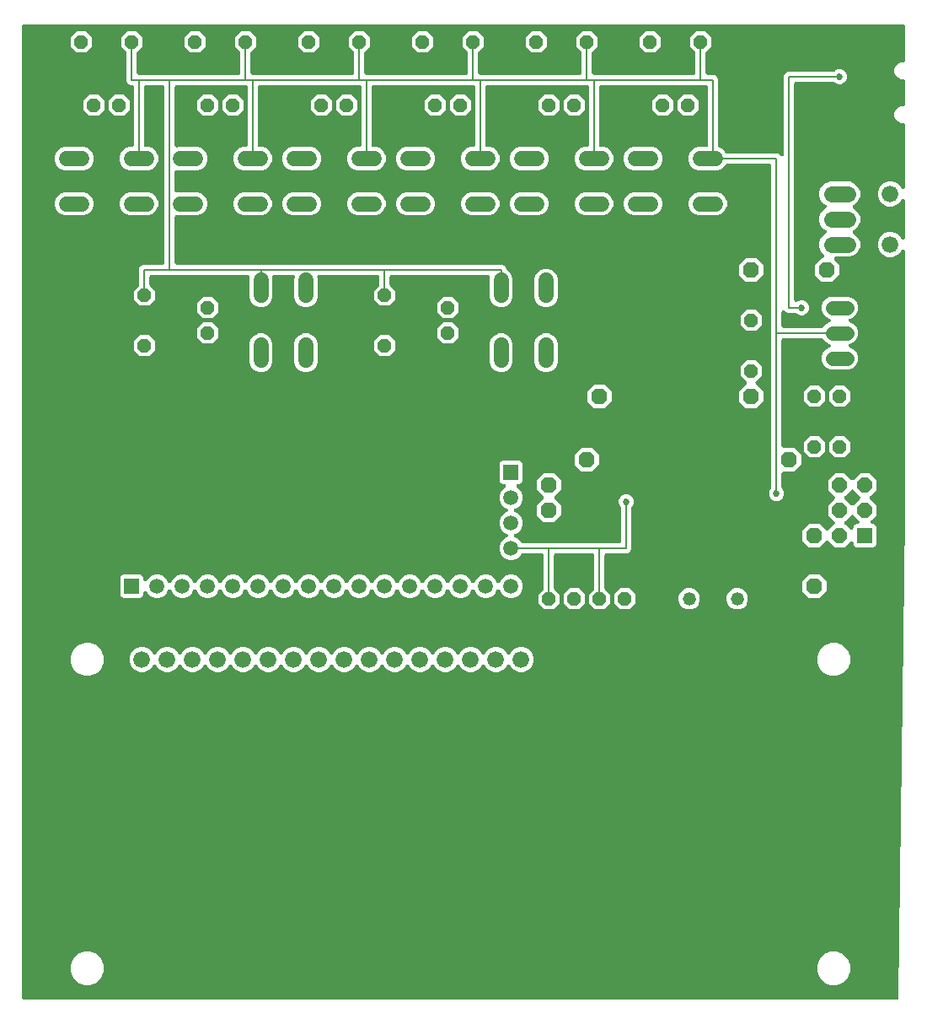
<source format=gbl>
G04 EAGLE Gerber RS-274X export*
G75*
%MOMM*%
%FSLAX34Y34*%
%LPD*%
%INBottom Copper*%
%IPPOS*%
%AMOC8*
5,1,8,0,0,1.08239X$1,22.5*%
G01*
%ADD10C,1.676400*%
%ADD11R,1.508000X1.508000*%
%ADD12C,1.508000*%
%ADD13P,1.649562X8X112.500000*%
%ADD14R,1.524000X1.524000*%
%ADD15P,1.429621X8X202.500000*%
%ADD16P,1.429621X8X22.500000*%
%ADD17P,1.429621X8X292.500000*%
%ADD18P,1.732040X8X292.500000*%
%ADD19C,1.320800*%
%ADD20P,1.732040X8X22.500000*%
%ADD21C,1.422400*%
%ADD22P,1.732040X8X202.500000*%
%ADD23C,1.650000*%
%ADD24P,1.429621X8X112.500000*%
%ADD25C,1.524000*%
%ADD26C,0.203200*%
%ADD27C,0.685800*%

G36*
X882787Y4065D02*
X882787Y4065D01*
X882791Y4065D01*
X882986Y4085D01*
X883183Y4105D01*
X883187Y4106D01*
X883192Y4107D01*
X883381Y4166D01*
X883567Y4223D01*
X883572Y4225D01*
X883576Y4226D01*
X883751Y4322D01*
X883922Y4415D01*
X883925Y4417D01*
X883929Y4420D01*
X884082Y4548D01*
X884231Y4672D01*
X884234Y4676D01*
X884237Y4679D01*
X884360Y4834D01*
X884483Y4986D01*
X884485Y4990D01*
X884488Y4994D01*
X884579Y5171D01*
X884669Y5343D01*
X884670Y5348D01*
X884672Y5352D01*
X884726Y5543D01*
X884780Y5730D01*
X884780Y5735D01*
X884782Y5740D01*
X884813Y6070D01*
X891031Y489463D01*
X891030Y489475D01*
X891031Y489489D01*
X891031Y754828D01*
X891031Y754832D01*
X891031Y754837D01*
X891011Y755028D01*
X890991Y755228D01*
X890990Y755233D01*
X890990Y755237D01*
X890932Y755423D01*
X890873Y755613D01*
X890871Y755617D01*
X890870Y755621D01*
X890776Y755793D01*
X890681Y755967D01*
X890679Y755971D01*
X890676Y755975D01*
X890549Y756126D01*
X890424Y756277D01*
X890420Y756279D01*
X890417Y756283D01*
X890263Y756406D01*
X890110Y756529D01*
X890106Y756531D01*
X890103Y756534D01*
X889928Y756623D01*
X889753Y756714D01*
X889748Y756716D01*
X889744Y756718D01*
X889557Y756771D01*
X889366Y756826D01*
X889361Y756826D01*
X889357Y756827D01*
X889164Y756842D01*
X888964Y756859D01*
X888960Y756858D01*
X888956Y756858D01*
X888763Y756835D01*
X888565Y756812D01*
X888560Y756810D01*
X888556Y756810D01*
X888373Y756749D01*
X888182Y756687D01*
X888178Y756685D01*
X888174Y756683D01*
X888005Y756587D01*
X887831Y756489D01*
X887828Y756486D01*
X887824Y756484D01*
X887675Y756354D01*
X887527Y756226D01*
X887524Y756222D01*
X887520Y756219D01*
X887400Y756063D01*
X887280Y755908D01*
X887278Y755904D01*
X887275Y755900D01*
X887123Y755605D01*
X886852Y754949D01*
X883351Y751448D01*
X883250Y751407D01*
X878776Y749553D01*
X873824Y749553D01*
X869249Y751448D01*
X865748Y754949D01*
X863853Y759524D01*
X863853Y764476D01*
X865748Y769051D01*
X869249Y772552D01*
X873824Y774447D01*
X878776Y774447D01*
X883351Y772552D01*
X886852Y769051D01*
X887123Y768395D01*
X887125Y768391D01*
X887127Y768387D01*
X887221Y768213D01*
X887314Y768040D01*
X887316Y768037D01*
X887319Y768033D01*
X887443Y767884D01*
X887570Y767730D01*
X887573Y767727D01*
X887576Y767723D01*
X887729Y767601D01*
X887883Y767476D01*
X887887Y767474D01*
X887890Y767471D01*
X888065Y767380D01*
X888239Y767289D01*
X888243Y767288D01*
X888247Y767286D01*
X888437Y767231D01*
X888626Y767176D01*
X888630Y767175D01*
X888634Y767174D01*
X888832Y767158D01*
X889027Y767141D01*
X889031Y767142D01*
X889036Y767141D01*
X889233Y767165D01*
X889427Y767186D01*
X889431Y767188D01*
X889435Y767188D01*
X889624Y767250D01*
X889810Y767310D01*
X889814Y767312D01*
X889818Y767313D01*
X889991Y767411D01*
X890162Y767506D01*
X890165Y767509D01*
X890169Y767511D01*
X890318Y767639D01*
X890467Y767768D01*
X890470Y767771D01*
X890474Y767774D01*
X890593Y767928D01*
X890716Y768085D01*
X890718Y768089D01*
X890720Y768092D01*
X890808Y768269D01*
X890896Y768444D01*
X890898Y768449D01*
X890900Y768453D01*
X890951Y768646D01*
X891003Y768833D01*
X891003Y768837D01*
X891004Y768842D01*
X891031Y769172D01*
X891031Y805628D01*
X891031Y805632D01*
X891031Y805637D01*
X891011Y805828D01*
X890991Y806028D01*
X890990Y806033D01*
X890990Y806037D01*
X890932Y806223D01*
X890873Y806413D01*
X890871Y806417D01*
X890870Y806421D01*
X890776Y806593D01*
X890681Y806767D01*
X890679Y806771D01*
X890676Y806775D01*
X890549Y806926D01*
X890424Y807077D01*
X890420Y807079D01*
X890417Y807083D01*
X890263Y807206D01*
X890110Y807329D01*
X890106Y807331D01*
X890103Y807334D01*
X889928Y807423D01*
X889753Y807514D01*
X889748Y807516D01*
X889744Y807518D01*
X889557Y807571D01*
X889366Y807626D01*
X889361Y807626D01*
X889357Y807627D01*
X889164Y807642D01*
X888964Y807659D01*
X888960Y807658D01*
X888956Y807658D01*
X888763Y807635D01*
X888565Y807612D01*
X888560Y807610D01*
X888556Y807610D01*
X888373Y807549D01*
X888182Y807487D01*
X888178Y807485D01*
X888174Y807483D01*
X888005Y807387D01*
X887831Y807289D01*
X887828Y807286D01*
X887824Y807284D01*
X887675Y807154D01*
X887527Y807026D01*
X887524Y807022D01*
X887520Y807019D01*
X887400Y806863D01*
X887280Y806708D01*
X887278Y806704D01*
X887275Y806700D01*
X887123Y806405D01*
X886852Y805749D01*
X883351Y802248D01*
X878776Y800353D01*
X873824Y800353D01*
X869249Y802248D01*
X865748Y805749D01*
X863853Y810324D01*
X863853Y815276D01*
X865748Y819851D01*
X869249Y823352D01*
X872861Y824848D01*
X873824Y825247D01*
X878776Y825247D01*
X883351Y823352D01*
X886852Y819851D01*
X887123Y819195D01*
X887125Y819191D01*
X887127Y819187D01*
X887221Y819013D01*
X887314Y818840D01*
X887316Y818837D01*
X887319Y818833D01*
X887443Y818684D01*
X887570Y818530D01*
X887573Y818527D01*
X887576Y818523D01*
X887729Y818401D01*
X887883Y818276D01*
X887887Y818274D01*
X887890Y818271D01*
X888065Y818180D01*
X888239Y818089D01*
X888243Y818088D01*
X888247Y818086D01*
X888437Y818031D01*
X888626Y817976D01*
X888630Y817975D01*
X888634Y817974D01*
X888832Y817958D01*
X889027Y817941D01*
X889031Y817942D01*
X889036Y817941D01*
X889233Y817965D01*
X889427Y817986D01*
X889431Y817988D01*
X889435Y817988D01*
X889624Y818050D01*
X889810Y818110D01*
X889814Y818112D01*
X889818Y818113D01*
X889991Y818211D01*
X890162Y818306D01*
X890165Y818309D01*
X890169Y818311D01*
X890318Y818439D01*
X890467Y818568D01*
X890470Y818571D01*
X890474Y818574D01*
X890593Y818728D01*
X890716Y818885D01*
X890718Y818889D01*
X890720Y818892D01*
X890808Y819069D01*
X890896Y819244D01*
X890898Y819249D01*
X890900Y819253D01*
X890951Y819446D01*
X891003Y819633D01*
X891003Y819637D01*
X891004Y819642D01*
X891031Y819972D01*
X891031Y881804D01*
X891029Y881822D01*
X891031Y881840D01*
X891010Y882022D01*
X890991Y882205D01*
X890986Y882222D01*
X890984Y882239D01*
X890927Y882414D01*
X890873Y882590D01*
X890865Y882605D01*
X890859Y882622D01*
X890769Y882782D01*
X890681Y882944D01*
X890670Y882957D01*
X890661Y882973D01*
X890541Y883112D01*
X890424Y883253D01*
X890410Y883264D01*
X890398Y883278D01*
X890253Y883390D01*
X890110Y883505D01*
X890094Y883513D01*
X890080Y883524D01*
X889915Y883606D01*
X889753Y883691D01*
X889736Y883696D01*
X889720Y883704D01*
X889541Y883751D01*
X889366Y883802D01*
X889348Y883804D01*
X889331Y883808D01*
X889000Y883835D01*
X887296Y883835D01*
X884148Y885139D01*
X881739Y887548D01*
X880435Y890696D01*
X880435Y894104D01*
X881739Y897252D01*
X884148Y899661D01*
X887296Y900965D01*
X889000Y900965D01*
X889018Y900967D01*
X889036Y900965D01*
X889218Y900986D01*
X889401Y901005D01*
X889418Y901010D01*
X889435Y901012D01*
X889610Y901069D01*
X889786Y901123D01*
X889801Y901131D01*
X889818Y901137D01*
X889978Y901227D01*
X890140Y901315D01*
X890153Y901326D01*
X890169Y901335D01*
X890308Y901455D01*
X890449Y901572D01*
X890460Y901586D01*
X890474Y901598D01*
X890586Y901743D01*
X890701Y901886D01*
X890709Y901902D01*
X890720Y901916D01*
X890802Y902081D01*
X890887Y902243D01*
X890892Y902260D01*
X890900Y902276D01*
X890947Y902455D01*
X890998Y902630D01*
X891000Y902648D01*
X891004Y902665D01*
X891031Y902996D01*
X891031Y925804D01*
X891029Y925822D01*
X891031Y925840D01*
X891010Y926022D01*
X890991Y926205D01*
X890986Y926222D01*
X890984Y926239D01*
X890927Y926414D01*
X890873Y926590D01*
X890865Y926605D01*
X890859Y926622D01*
X890769Y926782D01*
X890681Y926944D01*
X890670Y926957D01*
X890661Y926973D01*
X890541Y927112D01*
X890424Y927253D01*
X890410Y927264D01*
X890398Y927278D01*
X890253Y927390D01*
X890110Y927505D01*
X890094Y927513D01*
X890080Y927524D01*
X889915Y927606D01*
X889753Y927691D01*
X889736Y927696D01*
X889720Y927704D01*
X889541Y927751D01*
X889366Y927802D01*
X889348Y927804D01*
X889331Y927808D01*
X889000Y927835D01*
X887296Y927835D01*
X884148Y929139D01*
X881739Y931548D01*
X880435Y934696D01*
X880435Y938104D01*
X881739Y941252D01*
X884148Y943661D01*
X886637Y944691D01*
X886637Y944692D01*
X887296Y944965D01*
X889000Y944965D01*
X889018Y944967D01*
X889036Y944965D01*
X889218Y944986D01*
X889401Y945005D01*
X889418Y945010D01*
X889435Y945012D01*
X889610Y945069D01*
X889786Y945123D01*
X889801Y945131D01*
X889818Y945137D01*
X889978Y945227D01*
X890140Y945315D01*
X890153Y945326D01*
X890169Y945335D01*
X890308Y945455D01*
X890449Y945572D01*
X890460Y945586D01*
X890474Y945598D01*
X890586Y945743D01*
X890701Y945886D01*
X890709Y945902D01*
X890720Y945916D01*
X890802Y946081D01*
X890887Y946243D01*
X890892Y946260D01*
X890900Y946276D01*
X890947Y946455D01*
X890998Y946630D01*
X891000Y946648D01*
X891004Y946665D01*
X891031Y946996D01*
X891031Y981204D01*
X891029Y981222D01*
X891031Y981240D01*
X891010Y981422D01*
X890991Y981605D01*
X890986Y981622D01*
X890984Y981639D01*
X890927Y981814D01*
X890873Y981990D01*
X890865Y982005D01*
X890859Y982022D01*
X890769Y982182D01*
X890681Y982344D01*
X890670Y982357D01*
X890661Y982373D01*
X890541Y982512D01*
X890424Y982653D01*
X890410Y982664D01*
X890398Y982678D01*
X890253Y982790D01*
X890110Y982905D01*
X890094Y982913D01*
X890080Y982924D01*
X889915Y983006D01*
X889753Y983091D01*
X889736Y983096D01*
X889720Y983104D01*
X889541Y983151D01*
X889366Y983202D01*
X889348Y983204D01*
X889331Y983208D01*
X889000Y983235D01*
X6096Y983235D01*
X6078Y983233D01*
X6060Y983235D01*
X5878Y983214D01*
X5695Y983195D01*
X5678Y983190D01*
X5661Y983188D01*
X5486Y983131D01*
X5310Y983077D01*
X5295Y983069D01*
X5278Y983063D01*
X5118Y982973D01*
X4956Y982885D01*
X4943Y982874D01*
X4927Y982865D01*
X4788Y982745D01*
X4647Y982628D01*
X4636Y982614D01*
X4622Y982602D01*
X4510Y982457D01*
X4395Y982314D01*
X4387Y982298D01*
X4376Y982284D01*
X4294Y982119D01*
X4209Y981957D01*
X4204Y981940D01*
X4196Y981924D01*
X4149Y981745D01*
X4098Y981570D01*
X4096Y981552D01*
X4092Y981535D01*
X4065Y981204D01*
X4065Y6096D01*
X4067Y6078D01*
X4065Y6060D01*
X4086Y5878D01*
X4105Y5695D01*
X4110Y5678D01*
X4112Y5661D01*
X4169Y5486D01*
X4223Y5310D01*
X4231Y5295D01*
X4237Y5278D01*
X4327Y5118D01*
X4415Y4956D01*
X4426Y4943D01*
X4435Y4927D01*
X4555Y4788D01*
X4672Y4647D01*
X4686Y4636D01*
X4698Y4622D01*
X4843Y4510D01*
X4986Y4395D01*
X5002Y4387D01*
X5016Y4376D01*
X5181Y4294D01*
X5343Y4209D01*
X5360Y4204D01*
X5376Y4196D01*
X5555Y4149D01*
X5730Y4098D01*
X5748Y4096D01*
X5765Y4092D01*
X6096Y4065D01*
X882782Y4065D01*
X882787Y4065D01*
G37*
%LPC*%
G36*
X760509Y504506D02*
X760509Y504506D01*
X757755Y505647D01*
X755647Y507755D01*
X754506Y510509D01*
X754506Y513491D01*
X755647Y516245D01*
X756324Y516922D01*
X756341Y516943D01*
X756362Y516960D01*
X756469Y517098D01*
X756579Y517234D01*
X756592Y517257D01*
X756608Y517278D01*
X756686Y517435D01*
X756768Y517589D01*
X756776Y517615D01*
X756788Y517639D01*
X756833Y517808D01*
X756883Y517975D01*
X756885Y518002D01*
X756892Y518028D01*
X756919Y518358D01*
X756919Y840994D01*
X756917Y841012D01*
X756919Y841030D01*
X756898Y841212D01*
X756879Y841395D01*
X756874Y841412D01*
X756872Y841429D01*
X756815Y841604D01*
X756761Y841780D01*
X756753Y841795D01*
X756747Y841812D01*
X756657Y841972D01*
X756569Y842134D01*
X756558Y842147D01*
X756549Y842163D01*
X756429Y842302D01*
X756312Y842443D01*
X756298Y842454D01*
X756286Y842468D01*
X756141Y842580D01*
X755998Y842695D01*
X755982Y842703D01*
X755968Y842714D01*
X755803Y842796D01*
X755641Y842881D01*
X755624Y842886D01*
X755608Y842894D01*
X755429Y842941D01*
X755254Y842992D01*
X755236Y842994D01*
X755219Y842998D01*
X754888Y843025D01*
X712432Y843025D01*
X712410Y843023D01*
X712388Y843025D01*
X712210Y843003D01*
X712032Y842985D01*
X712010Y842979D01*
X711988Y842976D01*
X711818Y842920D01*
X711647Y842867D01*
X711627Y842857D01*
X711606Y842850D01*
X711450Y842761D01*
X711293Y842675D01*
X711276Y842661D01*
X711256Y842650D01*
X711121Y842532D01*
X710983Y842418D01*
X710969Y842400D01*
X710953Y842386D01*
X710843Y842244D01*
X710731Y842104D01*
X710721Y842084D01*
X710707Y842066D01*
X710556Y841771D01*
X710438Y841487D01*
X707151Y838200D01*
X702856Y836421D01*
X682968Y836421D01*
X678673Y838200D01*
X675386Y841487D01*
X673607Y845782D01*
X673607Y850430D01*
X675386Y854725D01*
X678673Y858012D01*
X682968Y859791D01*
X691388Y859791D01*
X691406Y859793D01*
X691424Y859791D01*
X691606Y859812D01*
X691789Y859831D01*
X691806Y859836D01*
X691823Y859838D01*
X691998Y859895D01*
X692174Y859949D01*
X692189Y859957D01*
X692206Y859963D01*
X692366Y860053D01*
X692528Y860141D01*
X692541Y860152D01*
X692557Y860161D01*
X692696Y860281D01*
X692837Y860398D01*
X692848Y860412D01*
X692862Y860424D01*
X692974Y860569D01*
X693089Y860712D01*
X693097Y860728D01*
X693108Y860742D01*
X693190Y860907D01*
X693275Y861069D01*
X693280Y861086D01*
X693288Y861102D01*
X693335Y861281D01*
X693386Y861456D01*
X693388Y861474D01*
X693392Y861491D01*
X693419Y861822D01*
X693419Y919988D01*
X693417Y920006D01*
X693419Y920024D01*
X693398Y920206D01*
X693379Y920389D01*
X693374Y920406D01*
X693372Y920423D01*
X693315Y920598D01*
X693261Y920774D01*
X693253Y920789D01*
X693247Y920806D01*
X693157Y920966D01*
X693069Y921128D01*
X693058Y921141D01*
X693049Y921157D01*
X692929Y921296D01*
X692812Y921437D01*
X692798Y921448D01*
X692786Y921462D01*
X692641Y921574D01*
X692498Y921689D01*
X692482Y921697D01*
X692468Y921708D01*
X692303Y921790D01*
X692141Y921875D01*
X692124Y921880D01*
X692108Y921888D01*
X691929Y921935D01*
X691754Y921986D01*
X691736Y921988D01*
X691719Y921992D01*
X691388Y922019D01*
X585724Y922019D01*
X585706Y922017D01*
X585688Y922019D01*
X585506Y921998D01*
X585323Y921979D01*
X585306Y921974D01*
X585289Y921972D01*
X585114Y921915D01*
X584938Y921861D01*
X584923Y921853D01*
X584906Y921847D01*
X584746Y921757D01*
X584584Y921669D01*
X584571Y921658D01*
X584555Y921649D01*
X584416Y921529D01*
X584275Y921412D01*
X584264Y921398D01*
X584250Y921386D01*
X584138Y921241D01*
X584023Y921098D01*
X584015Y921082D01*
X584004Y921068D01*
X583922Y920903D01*
X583837Y920741D01*
X583832Y920724D01*
X583824Y920708D01*
X583777Y920529D01*
X583726Y920354D01*
X583724Y920336D01*
X583720Y920319D01*
X583693Y919988D01*
X583693Y861822D01*
X583695Y861804D01*
X583693Y861786D01*
X583714Y861604D01*
X583733Y861421D01*
X583738Y861404D01*
X583740Y861387D01*
X583797Y861212D01*
X583851Y861036D01*
X583859Y861021D01*
X583865Y861004D01*
X583955Y860844D01*
X584043Y860682D01*
X584054Y860669D01*
X584063Y860653D01*
X584183Y860514D01*
X584300Y860373D01*
X584314Y860362D01*
X584326Y860348D01*
X584471Y860236D01*
X584614Y860121D01*
X584630Y860113D01*
X584644Y860102D01*
X584809Y860020D01*
X584971Y859935D01*
X584988Y859930D01*
X585004Y859922D01*
X585183Y859875D01*
X585358Y859824D01*
X585376Y859822D01*
X585393Y859818D01*
X585724Y859791D01*
X588556Y859791D01*
X592851Y858012D01*
X596138Y854725D01*
X597917Y850430D01*
X597917Y845782D01*
X596138Y841487D01*
X592851Y838200D01*
X588556Y836421D01*
X568668Y836421D01*
X564373Y838200D01*
X561086Y841487D01*
X559307Y845782D01*
X559307Y850430D01*
X561086Y854725D01*
X564373Y858012D01*
X568668Y859791D01*
X571500Y859791D01*
X571518Y859793D01*
X571536Y859791D01*
X571718Y859812D01*
X571901Y859831D01*
X571918Y859836D01*
X571935Y859838D01*
X572110Y859895D01*
X572286Y859949D01*
X572301Y859957D01*
X572318Y859963D01*
X572478Y860053D01*
X572640Y860141D01*
X572653Y860152D01*
X572669Y860161D01*
X572808Y860281D01*
X572949Y860398D01*
X572960Y860412D01*
X572974Y860424D01*
X573086Y860569D01*
X573201Y860712D01*
X573209Y860728D01*
X573220Y860742D01*
X573302Y860907D01*
X573387Y861069D01*
X573392Y861086D01*
X573400Y861102D01*
X573447Y861281D01*
X573498Y861456D01*
X573500Y861474D01*
X573504Y861491D01*
X573531Y861822D01*
X573531Y919988D01*
X573529Y920006D01*
X573531Y920024D01*
X573510Y920206D01*
X573491Y920389D01*
X573486Y920406D01*
X573484Y920423D01*
X573427Y920598D01*
X573373Y920774D01*
X573365Y920789D01*
X573359Y920806D01*
X573269Y920966D01*
X573181Y921128D01*
X573170Y921141D01*
X573161Y921157D01*
X573041Y921296D01*
X572924Y921437D01*
X572910Y921448D01*
X572898Y921462D01*
X572753Y921574D01*
X572610Y921689D01*
X572594Y921697D01*
X572580Y921708D01*
X572415Y921790D01*
X572253Y921875D01*
X572236Y921880D01*
X572220Y921888D01*
X572041Y921935D01*
X571866Y921986D01*
X571848Y921988D01*
X571831Y921992D01*
X571500Y922019D01*
X471424Y922019D01*
X471406Y922017D01*
X471388Y922019D01*
X471206Y921998D01*
X471023Y921979D01*
X471006Y921974D01*
X470989Y921972D01*
X470814Y921915D01*
X470638Y921861D01*
X470623Y921853D01*
X470606Y921847D01*
X470446Y921757D01*
X470284Y921669D01*
X470271Y921658D01*
X470255Y921649D01*
X470116Y921529D01*
X469975Y921412D01*
X469964Y921398D01*
X469950Y921386D01*
X469838Y921241D01*
X469723Y921098D01*
X469715Y921082D01*
X469704Y921068D01*
X469622Y920903D01*
X469537Y920741D01*
X469532Y920724D01*
X469524Y920708D01*
X469477Y920529D01*
X469426Y920354D01*
X469424Y920336D01*
X469420Y920319D01*
X469393Y919988D01*
X469393Y861822D01*
X469395Y861804D01*
X469393Y861786D01*
X469414Y861604D01*
X469433Y861421D01*
X469438Y861404D01*
X469440Y861387D01*
X469497Y861212D01*
X469551Y861036D01*
X469559Y861021D01*
X469565Y861004D01*
X469655Y860844D01*
X469743Y860682D01*
X469754Y860669D01*
X469763Y860653D01*
X469883Y860514D01*
X470000Y860373D01*
X470014Y860362D01*
X470026Y860348D01*
X470171Y860236D01*
X470314Y860121D01*
X470330Y860113D01*
X470344Y860102D01*
X470509Y860020D01*
X470671Y859935D01*
X470688Y859930D01*
X470704Y859922D01*
X470883Y859875D01*
X471058Y859824D01*
X471076Y859822D01*
X471093Y859818D01*
X471424Y859791D01*
X474256Y859791D01*
X478551Y858012D01*
X481838Y854725D01*
X483617Y850430D01*
X483617Y845782D01*
X481838Y841487D01*
X478551Y838200D01*
X474256Y836421D01*
X454368Y836421D01*
X450073Y838200D01*
X446786Y841487D01*
X445007Y845782D01*
X445007Y850430D01*
X446786Y854725D01*
X450073Y858012D01*
X454368Y859791D01*
X457200Y859791D01*
X457218Y859793D01*
X457236Y859791D01*
X457418Y859812D01*
X457601Y859831D01*
X457618Y859836D01*
X457635Y859838D01*
X457810Y859895D01*
X457986Y859949D01*
X458001Y859957D01*
X458018Y859963D01*
X458178Y860053D01*
X458340Y860141D01*
X458353Y860152D01*
X458369Y860161D01*
X458508Y860281D01*
X458649Y860398D01*
X458660Y860412D01*
X458674Y860424D01*
X458786Y860569D01*
X458901Y860712D01*
X458909Y860728D01*
X458920Y860742D01*
X459002Y860907D01*
X459087Y861069D01*
X459092Y861086D01*
X459100Y861102D01*
X459147Y861281D01*
X459198Y861456D01*
X459200Y861474D01*
X459204Y861491D01*
X459231Y861822D01*
X459231Y919988D01*
X459229Y920006D01*
X459231Y920024D01*
X459210Y920206D01*
X459191Y920389D01*
X459186Y920406D01*
X459184Y920423D01*
X459127Y920598D01*
X459073Y920774D01*
X459065Y920789D01*
X459059Y920806D01*
X458969Y920966D01*
X458881Y921128D01*
X458870Y921141D01*
X458861Y921157D01*
X458741Y921296D01*
X458624Y921437D01*
X458610Y921448D01*
X458598Y921462D01*
X458453Y921574D01*
X458310Y921689D01*
X458294Y921697D01*
X458280Y921708D01*
X458115Y921790D01*
X457953Y921875D01*
X457936Y921880D01*
X457920Y921888D01*
X457741Y921935D01*
X457566Y921986D01*
X457548Y921988D01*
X457531Y921992D01*
X457200Y922019D01*
X357124Y922019D01*
X357106Y922017D01*
X357088Y922019D01*
X356906Y921998D01*
X356723Y921979D01*
X356706Y921974D01*
X356689Y921972D01*
X356514Y921915D01*
X356338Y921861D01*
X356323Y921853D01*
X356306Y921847D01*
X356146Y921757D01*
X355984Y921669D01*
X355971Y921658D01*
X355955Y921649D01*
X355816Y921529D01*
X355675Y921412D01*
X355664Y921398D01*
X355650Y921386D01*
X355538Y921241D01*
X355423Y921098D01*
X355415Y921082D01*
X355404Y921068D01*
X355322Y920903D01*
X355237Y920741D01*
X355232Y920724D01*
X355224Y920708D01*
X355177Y920529D01*
X355126Y920354D01*
X355124Y920336D01*
X355120Y920319D01*
X355093Y919988D01*
X355093Y861822D01*
X355095Y861804D01*
X355093Y861786D01*
X355114Y861604D01*
X355133Y861421D01*
X355138Y861404D01*
X355140Y861387D01*
X355197Y861212D01*
X355251Y861036D01*
X355259Y861021D01*
X355265Y861004D01*
X355355Y860844D01*
X355443Y860682D01*
X355454Y860669D01*
X355463Y860653D01*
X355583Y860514D01*
X355700Y860373D01*
X355714Y860362D01*
X355726Y860348D01*
X355871Y860236D01*
X356014Y860121D01*
X356030Y860113D01*
X356044Y860102D01*
X356209Y860020D01*
X356371Y859935D01*
X356388Y859930D01*
X356404Y859922D01*
X356583Y859875D01*
X356758Y859824D01*
X356776Y859822D01*
X356793Y859818D01*
X357124Y859791D01*
X359956Y859791D01*
X364251Y858012D01*
X367538Y854725D01*
X369317Y850430D01*
X369317Y845782D01*
X367538Y841487D01*
X364251Y838200D01*
X359956Y836421D01*
X340068Y836421D01*
X335773Y838200D01*
X332486Y841487D01*
X330707Y845782D01*
X330707Y850430D01*
X332486Y854725D01*
X335773Y858012D01*
X340068Y859791D01*
X342900Y859791D01*
X342918Y859793D01*
X342936Y859791D01*
X343118Y859812D01*
X343301Y859831D01*
X343318Y859836D01*
X343335Y859838D01*
X343510Y859895D01*
X343686Y859949D01*
X343701Y859957D01*
X343718Y859963D01*
X343878Y860053D01*
X344040Y860141D01*
X344053Y860152D01*
X344069Y860161D01*
X344208Y860281D01*
X344349Y860398D01*
X344360Y860412D01*
X344374Y860424D01*
X344486Y860569D01*
X344601Y860712D01*
X344609Y860728D01*
X344620Y860742D01*
X344702Y860907D01*
X344787Y861069D01*
X344792Y861086D01*
X344800Y861102D01*
X344847Y861281D01*
X344898Y861456D01*
X344900Y861474D01*
X344904Y861491D01*
X344931Y861822D01*
X344931Y919988D01*
X344929Y920006D01*
X344931Y920024D01*
X344910Y920206D01*
X344891Y920389D01*
X344886Y920406D01*
X344884Y920423D01*
X344827Y920598D01*
X344773Y920774D01*
X344765Y920789D01*
X344759Y920806D01*
X344669Y920966D01*
X344581Y921128D01*
X344570Y921141D01*
X344561Y921157D01*
X344441Y921296D01*
X344324Y921437D01*
X344310Y921448D01*
X344298Y921462D01*
X344153Y921574D01*
X344010Y921689D01*
X343994Y921697D01*
X343980Y921708D01*
X343815Y921790D01*
X343653Y921875D01*
X343636Y921880D01*
X343620Y921888D01*
X343441Y921935D01*
X343266Y921986D01*
X343248Y921988D01*
X343231Y921992D01*
X342900Y922019D01*
X242824Y922019D01*
X242806Y922017D01*
X242788Y922019D01*
X242606Y921998D01*
X242423Y921979D01*
X242406Y921974D01*
X242389Y921972D01*
X242214Y921915D01*
X242038Y921861D01*
X242023Y921853D01*
X242006Y921847D01*
X241846Y921757D01*
X241684Y921669D01*
X241671Y921658D01*
X241655Y921649D01*
X241516Y921529D01*
X241375Y921412D01*
X241364Y921398D01*
X241350Y921386D01*
X241238Y921241D01*
X241123Y921098D01*
X241115Y921082D01*
X241104Y921068D01*
X241022Y920903D01*
X240937Y920741D01*
X240932Y920724D01*
X240924Y920708D01*
X240877Y920529D01*
X240826Y920354D01*
X240824Y920336D01*
X240820Y920319D01*
X240793Y919988D01*
X240793Y861822D01*
X240795Y861804D01*
X240793Y861786D01*
X240814Y861604D01*
X240833Y861421D01*
X240838Y861404D01*
X240840Y861387D01*
X240897Y861212D01*
X240951Y861036D01*
X240959Y861021D01*
X240965Y861004D01*
X241055Y860844D01*
X241143Y860682D01*
X241154Y860669D01*
X241163Y860653D01*
X241283Y860514D01*
X241400Y860373D01*
X241414Y860362D01*
X241426Y860348D01*
X241571Y860236D01*
X241714Y860121D01*
X241730Y860113D01*
X241744Y860102D01*
X241909Y860020D01*
X242071Y859935D01*
X242088Y859930D01*
X242104Y859922D01*
X242283Y859875D01*
X242458Y859824D01*
X242476Y859822D01*
X242493Y859818D01*
X242824Y859791D01*
X245656Y859791D01*
X249951Y858012D01*
X253238Y854725D01*
X255017Y850430D01*
X255017Y845782D01*
X253238Y841487D01*
X249951Y838200D01*
X245656Y836421D01*
X225768Y836421D01*
X221473Y838200D01*
X218186Y841487D01*
X216407Y845782D01*
X216407Y850430D01*
X218186Y854725D01*
X221473Y858012D01*
X225768Y859791D01*
X228600Y859791D01*
X228618Y859793D01*
X228636Y859791D01*
X228818Y859812D01*
X229001Y859831D01*
X229018Y859836D01*
X229035Y859838D01*
X229210Y859895D01*
X229386Y859949D01*
X229401Y859957D01*
X229418Y859963D01*
X229578Y860053D01*
X229740Y860141D01*
X229753Y860152D01*
X229769Y860161D01*
X229908Y860281D01*
X230049Y860398D01*
X230060Y860412D01*
X230074Y860424D01*
X230186Y860569D01*
X230301Y860712D01*
X230309Y860728D01*
X230320Y860742D01*
X230402Y860907D01*
X230487Y861069D01*
X230492Y861086D01*
X230500Y861102D01*
X230547Y861281D01*
X230598Y861456D01*
X230600Y861474D01*
X230604Y861491D01*
X230631Y861822D01*
X230631Y919988D01*
X230629Y920006D01*
X230631Y920024D01*
X230610Y920206D01*
X230591Y920389D01*
X230586Y920406D01*
X230584Y920423D01*
X230527Y920598D01*
X230473Y920774D01*
X230465Y920789D01*
X230459Y920806D01*
X230369Y920966D01*
X230281Y921128D01*
X230270Y921141D01*
X230261Y921157D01*
X230141Y921296D01*
X230024Y921437D01*
X230010Y921448D01*
X229998Y921462D01*
X229853Y921574D01*
X229710Y921689D01*
X229694Y921697D01*
X229680Y921708D01*
X229515Y921790D01*
X229353Y921875D01*
X229336Y921880D01*
X229320Y921888D01*
X229141Y921935D01*
X228966Y921986D01*
X228948Y921988D01*
X228931Y921992D01*
X228600Y922019D01*
X159512Y922019D01*
X159494Y922017D01*
X159476Y922019D01*
X159294Y921998D01*
X159111Y921979D01*
X159094Y921974D01*
X159077Y921972D01*
X158902Y921915D01*
X158726Y921861D01*
X158711Y921853D01*
X158694Y921847D01*
X158534Y921757D01*
X158372Y921669D01*
X158359Y921658D01*
X158343Y921649D01*
X158204Y921529D01*
X158063Y921412D01*
X158052Y921398D01*
X158038Y921386D01*
X157926Y921241D01*
X157811Y921098D01*
X157803Y921082D01*
X157792Y921068D01*
X157710Y920903D01*
X157625Y920741D01*
X157620Y920724D01*
X157612Y920708D01*
X157565Y920529D01*
X157514Y920354D01*
X157512Y920336D01*
X157508Y920319D01*
X157481Y919988D01*
X157481Y861479D01*
X157482Y861466D01*
X157481Y861452D01*
X157502Y861266D01*
X157521Y861078D01*
X157525Y861066D01*
X157526Y861052D01*
X157584Y860874D01*
X157639Y860694D01*
X157645Y860682D01*
X157649Y860669D01*
X157741Y860505D01*
X157831Y860340D01*
X157839Y860329D01*
X157846Y860318D01*
X157968Y860175D01*
X158088Y860030D01*
X158099Y860022D01*
X158107Y860012D01*
X158256Y859896D01*
X158402Y859778D01*
X158414Y859772D01*
X158424Y859763D01*
X158594Y859679D01*
X158759Y859592D01*
X158772Y859589D01*
X158784Y859583D01*
X158966Y859533D01*
X159146Y859481D01*
X159160Y859480D01*
X159173Y859476D01*
X159359Y859464D01*
X159548Y859448D01*
X159561Y859450D01*
X159574Y859449D01*
X159760Y859473D01*
X159947Y859495D01*
X159960Y859499D01*
X159973Y859501D01*
X160289Y859602D01*
X160744Y859791D01*
X180632Y859791D01*
X184927Y858012D01*
X188214Y854725D01*
X189993Y850430D01*
X189993Y845782D01*
X188214Y841487D01*
X184927Y838200D01*
X180632Y836421D01*
X160744Y836421D01*
X160289Y836610D01*
X160276Y836613D01*
X160265Y836620D01*
X160084Y836671D01*
X159904Y836726D01*
X159891Y836727D01*
X159878Y836731D01*
X159689Y836746D01*
X159503Y836764D01*
X159490Y836763D01*
X159476Y836764D01*
X159290Y836742D01*
X159103Y836722D01*
X159090Y836718D01*
X159077Y836717D01*
X158898Y836659D01*
X158718Y836603D01*
X158707Y836596D01*
X158694Y836592D01*
X158530Y836500D01*
X158365Y836409D01*
X158355Y836401D01*
X158343Y836394D01*
X158201Y836271D01*
X158057Y836150D01*
X158049Y836140D01*
X158038Y836131D01*
X157924Y835983D01*
X157806Y835835D01*
X157800Y835823D01*
X157792Y835813D01*
X157708Y835645D01*
X157622Y835477D01*
X157618Y835464D01*
X157612Y835452D01*
X157563Y835270D01*
X157512Y835090D01*
X157511Y835077D01*
X157508Y835064D01*
X157481Y834733D01*
X157481Y816267D01*
X157482Y816254D01*
X157481Y816240D01*
X157502Y816054D01*
X157521Y815866D01*
X157525Y815854D01*
X157526Y815840D01*
X157584Y815662D01*
X157639Y815482D01*
X157645Y815470D01*
X157649Y815457D01*
X157741Y815293D01*
X157831Y815128D01*
X157839Y815117D01*
X157846Y815106D01*
X157968Y814963D01*
X158088Y814818D01*
X158099Y814810D01*
X158107Y814800D01*
X158256Y814684D01*
X158402Y814566D01*
X158414Y814560D01*
X158424Y814551D01*
X158594Y814467D01*
X158759Y814380D01*
X158772Y814377D01*
X158784Y814371D01*
X158966Y814321D01*
X159146Y814269D01*
X159160Y814268D01*
X159173Y814264D01*
X159359Y814252D01*
X159548Y814236D01*
X159561Y814238D01*
X159574Y814237D01*
X159760Y814261D01*
X159947Y814283D01*
X159960Y814287D01*
X159973Y814289D01*
X160289Y814390D01*
X160744Y814579D01*
X180632Y814579D01*
X184927Y812800D01*
X188214Y809513D01*
X189993Y805218D01*
X189993Y800570D01*
X188214Y796275D01*
X184927Y792988D01*
X182618Y792032D01*
X180632Y791209D01*
X160744Y791209D01*
X160289Y791398D01*
X160276Y791401D01*
X160265Y791408D01*
X160084Y791459D01*
X159904Y791514D01*
X159891Y791515D01*
X159878Y791519D01*
X159689Y791534D01*
X159503Y791552D01*
X159490Y791551D01*
X159476Y791552D01*
X159290Y791530D01*
X159103Y791510D01*
X159090Y791506D01*
X159077Y791505D01*
X158898Y791447D01*
X158718Y791391D01*
X158707Y791384D01*
X158694Y791380D01*
X158530Y791288D01*
X158365Y791197D01*
X158355Y791189D01*
X158343Y791182D01*
X158201Y791059D01*
X158057Y790938D01*
X158049Y790928D01*
X158038Y790919D01*
X157924Y790771D01*
X157806Y790623D01*
X157800Y790611D01*
X157792Y790601D01*
X157708Y790433D01*
X157622Y790265D01*
X157618Y790252D01*
X157612Y790240D01*
X157563Y790058D01*
X157512Y789878D01*
X157511Y789865D01*
X157508Y789852D01*
X157481Y789521D01*
X157481Y743712D01*
X157483Y743694D01*
X157481Y743676D01*
X157502Y743494D01*
X157521Y743311D01*
X157526Y743294D01*
X157528Y743277D01*
X157585Y743102D01*
X157639Y742926D01*
X157647Y742911D01*
X157653Y742894D01*
X157743Y742734D01*
X157831Y742572D01*
X157842Y742559D01*
X157851Y742543D01*
X157971Y742404D01*
X158088Y742263D01*
X158102Y742252D01*
X158114Y742238D01*
X158259Y742126D01*
X158402Y742011D01*
X158418Y742003D01*
X158432Y741992D01*
X158597Y741910D01*
X158759Y741825D01*
X158776Y741820D01*
X158792Y741812D01*
X158971Y741765D01*
X159146Y741714D01*
X159164Y741712D01*
X159181Y741708D01*
X159512Y741681D01*
X486405Y741681D01*
X488272Y740907D01*
X489701Y739478D01*
X490504Y737541D01*
X490515Y737432D01*
X490521Y737410D01*
X490524Y737388D01*
X490580Y737218D01*
X490633Y737047D01*
X490643Y737027D01*
X490650Y737006D01*
X490739Y736850D01*
X490825Y736693D01*
X490839Y736676D01*
X490850Y736656D01*
X490968Y736521D01*
X491082Y736383D01*
X491100Y736369D01*
X491114Y736353D01*
X491256Y736243D01*
X491396Y736131D01*
X491416Y736121D01*
X491434Y736107D01*
X491729Y735956D01*
X492013Y735838D01*
X495300Y732551D01*
X497079Y728256D01*
X497079Y708368D01*
X495300Y704073D01*
X492013Y700786D01*
X487718Y699007D01*
X483070Y699007D01*
X478775Y700786D01*
X475488Y704073D01*
X473709Y708368D01*
X473709Y728256D01*
X473898Y728711D01*
X473901Y728724D01*
X473908Y728735D01*
X473959Y728916D01*
X474014Y729096D01*
X474015Y729109D01*
X474019Y729122D01*
X474034Y729311D01*
X474052Y729497D01*
X474051Y729510D01*
X474052Y729524D01*
X474030Y729710D01*
X474010Y729897D01*
X474006Y729910D01*
X474005Y729923D01*
X473947Y730102D01*
X473891Y730282D01*
X473884Y730293D01*
X473880Y730306D01*
X473788Y730470D01*
X473697Y730635D01*
X473689Y730645D01*
X473682Y730657D01*
X473559Y730799D01*
X473438Y730943D01*
X473428Y730951D01*
X473419Y730962D01*
X473271Y731076D01*
X473123Y731194D01*
X473111Y731200D01*
X473101Y731208D01*
X472933Y731292D01*
X472765Y731378D01*
X472752Y731382D01*
X472740Y731388D01*
X472558Y731437D01*
X472378Y731488D01*
X472365Y731489D01*
X472352Y731492D01*
X472021Y731519D01*
X375412Y731519D01*
X375394Y731517D01*
X375376Y731519D01*
X375194Y731498D01*
X375011Y731479D01*
X374994Y731474D01*
X374977Y731472D01*
X374802Y731415D01*
X374626Y731361D01*
X374611Y731353D01*
X374594Y731347D01*
X374434Y731257D01*
X374272Y731169D01*
X374259Y731158D01*
X374243Y731149D01*
X374104Y731029D01*
X373963Y730912D01*
X373952Y730898D01*
X373938Y730886D01*
X373826Y730741D01*
X373711Y730598D01*
X373703Y730582D01*
X373692Y730568D01*
X373610Y730403D01*
X373525Y730241D01*
X373520Y730224D01*
X373512Y730208D01*
X373465Y730029D01*
X373414Y729854D01*
X373412Y729836D01*
X373408Y729819D01*
X373381Y729488D01*
X373381Y722048D01*
X373383Y722022D01*
X373381Y721995D01*
X373403Y721821D01*
X373421Y721648D01*
X373428Y721622D01*
X373432Y721596D01*
X373487Y721430D01*
X373539Y721263D01*
X373552Y721239D01*
X373560Y721214D01*
X373647Y721062D01*
X373731Y720909D01*
X373748Y720888D01*
X373761Y720865D01*
X373976Y720612D01*
X378969Y715619D01*
X378969Y706781D01*
X372719Y700531D01*
X363881Y700531D01*
X357631Y706781D01*
X357631Y715619D01*
X362624Y720612D01*
X362641Y720633D01*
X362662Y720650D01*
X362769Y720788D01*
X362879Y720924D01*
X362892Y720947D01*
X362908Y720968D01*
X362986Y721125D01*
X363068Y721279D01*
X363076Y721305D01*
X363088Y721329D01*
X363133Y721498D01*
X363183Y721665D01*
X363185Y721692D01*
X363192Y721718D01*
X363219Y722048D01*
X363219Y729488D01*
X363217Y729506D01*
X363219Y729524D01*
X363198Y729706D01*
X363179Y729889D01*
X363174Y729906D01*
X363172Y729923D01*
X363115Y730098D01*
X363061Y730274D01*
X363053Y730289D01*
X363047Y730306D01*
X362957Y730466D01*
X362869Y730628D01*
X362858Y730641D01*
X362849Y730657D01*
X362729Y730796D01*
X362612Y730937D01*
X362598Y730948D01*
X362586Y730962D01*
X362441Y731074D01*
X362298Y731189D01*
X362282Y731197D01*
X362268Y731208D01*
X362103Y731290D01*
X361941Y731375D01*
X361924Y731380D01*
X361908Y731388D01*
X361729Y731435D01*
X361554Y731486D01*
X361536Y731488D01*
X361519Y731492D01*
X361188Y731519D01*
X302679Y731519D01*
X302666Y731518D01*
X302652Y731519D01*
X302466Y731498D01*
X302278Y731479D01*
X302266Y731475D01*
X302252Y731474D01*
X302074Y731416D01*
X301894Y731361D01*
X301882Y731355D01*
X301869Y731351D01*
X301705Y731259D01*
X301540Y731169D01*
X301529Y731161D01*
X301518Y731154D01*
X301375Y731032D01*
X301230Y730912D01*
X301222Y730901D01*
X301212Y730893D01*
X301096Y730744D01*
X300978Y730598D01*
X300972Y730586D01*
X300963Y730576D01*
X300879Y730406D01*
X300792Y730241D01*
X300789Y730228D01*
X300783Y730216D01*
X300733Y730034D01*
X300681Y729854D01*
X300680Y729840D01*
X300676Y729827D01*
X300664Y729641D01*
X300648Y729452D01*
X300650Y729439D01*
X300649Y729426D01*
X300673Y729240D01*
X300695Y729053D01*
X300699Y729040D01*
X300701Y729027D01*
X300802Y728711D01*
X300991Y728256D01*
X300991Y708368D01*
X299212Y704073D01*
X295925Y700786D01*
X291630Y699007D01*
X286982Y699007D01*
X282687Y700786D01*
X279400Y704073D01*
X277621Y708368D01*
X277621Y728256D01*
X277810Y728711D01*
X277813Y728724D01*
X277820Y728735D01*
X277871Y728916D01*
X277926Y729096D01*
X277927Y729109D01*
X277931Y729122D01*
X277946Y729311D01*
X277964Y729497D01*
X277963Y729510D01*
X277964Y729524D01*
X277942Y729710D01*
X277922Y729897D01*
X277918Y729910D01*
X277917Y729923D01*
X277859Y730102D01*
X277803Y730282D01*
X277796Y730293D01*
X277792Y730306D01*
X277700Y730470D01*
X277609Y730635D01*
X277601Y730645D01*
X277594Y730657D01*
X277471Y730799D01*
X277350Y730943D01*
X277340Y730951D01*
X277331Y730962D01*
X277183Y731076D01*
X277035Y731194D01*
X277023Y731200D01*
X277013Y731208D01*
X276845Y731292D01*
X276677Y731378D01*
X276664Y731382D01*
X276652Y731388D01*
X276470Y731437D01*
X276290Y731488D01*
X276277Y731489D01*
X276264Y731492D01*
X275933Y731519D01*
X257467Y731519D01*
X257454Y731518D01*
X257440Y731519D01*
X257254Y731498D01*
X257066Y731479D01*
X257054Y731475D01*
X257040Y731474D01*
X256862Y731416D01*
X256682Y731361D01*
X256670Y731355D01*
X256657Y731351D01*
X256493Y731259D01*
X256328Y731169D01*
X256317Y731161D01*
X256306Y731154D01*
X256163Y731032D01*
X256018Y730912D01*
X256010Y730901D01*
X256000Y730893D01*
X255884Y730744D01*
X255766Y730598D01*
X255760Y730586D01*
X255751Y730576D01*
X255667Y730406D01*
X255580Y730241D01*
X255577Y730228D01*
X255571Y730216D01*
X255521Y730034D01*
X255469Y729854D01*
X255468Y729840D01*
X255464Y729827D01*
X255452Y729641D01*
X255436Y729452D01*
X255438Y729439D01*
X255437Y729426D01*
X255461Y729240D01*
X255483Y729053D01*
X255487Y729040D01*
X255489Y729027D01*
X255590Y728711D01*
X255779Y728256D01*
X255779Y708368D01*
X254000Y704073D01*
X250713Y700786D01*
X246418Y699007D01*
X241770Y699007D01*
X237475Y700786D01*
X234188Y704073D01*
X232409Y708368D01*
X232409Y728256D01*
X232598Y728711D01*
X232601Y728724D01*
X232608Y728735D01*
X232659Y728916D01*
X232714Y729096D01*
X232715Y729109D01*
X232719Y729122D01*
X232734Y729311D01*
X232752Y729497D01*
X232751Y729510D01*
X232752Y729524D01*
X232730Y729710D01*
X232710Y729897D01*
X232706Y729910D01*
X232705Y729923D01*
X232647Y730102D01*
X232591Y730282D01*
X232584Y730293D01*
X232580Y730306D01*
X232488Y730470D01*
X232397Y730635D01*
X232389Y730645D01*
X232382Y730657D01*
X232259Y730799D01*
X232138Y730943D01*
X232128Y730951D01*
X232119Y730962D01*
X231971Y731076D01*
X231823Y731194D01*
X231811Y731200D01*
X231801Y731208D01*
X231633Y731292D01*
X231465Y731378D01*
X231452Y731382D01*
X231440Y731388D01*
X231258Y731437D01*
X231078Y731488D01*
X231065Y731489D01*
X231052Y731492D01*
X230721Y731519D01*
X134112Y731519D01*
X134094Y731517D01*
X134076Y731519D01*
X133894Y731498D01*
X133711Y731479D01*
X133694Y731474D01*
X133677Y731472D01*
X133502Y731415D01*
X133326Y731361D01*
X133311Y731353D01*
X133294Y731347D01*
X133134Y731257D01*
X132972Y731169D01*
X132959Y731158D01*
X132943Y731149D01*
X132804Y731029D01*
X132663Y730912D01*
X132652Y730898D01*
X132638Y730886D01*
X132526Y730741D01*
X132411Y730598D01*
X132403Y730582D01*
X132392Y730568D01*
X132310Y730403D01*
X132225Y730241D01*
X132220Y730224D01*
X132212Y730208D01*
X132165Y730029D01*
X132114Y729854D01*
X132112Y729836D01*
X132108Y729819D01*
X132081Y729488D01*
X132081Y722048D01*
X132083Y722022D01*
X132081Y721995D01*
X132103Y721821D01*
X132121Y721648D01*
X132128Y721622D01*
X132132Y721596D01*
X132187Y721430D01*
X132239Y721263D01*
X132252Y721239D01*
X132260Y721214D01*
X132347Y721062D01*
X132431Y720909D01*
X132448Y720888D01*
X132461Y720865D01*
X132676Y720612D01*
X137669Y715619D01*
X137669Y706781D01*
X131419Y700531D01*
X122581Y700531D01*
X116331Y706781D01*
X116331Y715619D01*
X121324Y720612D01*
X121341Y720633D01*
X121362Y720650D01*
X121469Y720788D01*
X121579Y720924D01*
X121592Y720947D01*
X121608Y720968D01*
X121686Y721125D01*
X121768Y721279D01*
X121776Y721305D01*
X121788Y721329D01*
X121833Y721498D01*
X121883Y721665D01*
X121885Y721692D01*
X121892Y721718D01*
X121919Y722048D01*
X121919Y737611D01*
X122693Y739478D01*
X124122Y740907D01*
X125989Y741681D01*
X145288Y741681D01*
X145306Y741683D01*
X145324Y741681D01*
X145506Y741702D01*
X145689Y741721D01*
X145706Y741726D01*
X145723Y741728D01*
X145898Y741785D01*
X146074Y741839D01*
X146089Y741847D01*
X146106Y741853D01*
X146266Y741943D01*
X146428Y742031D01*
X146441Y742042D01*
X146457Y742051D01*
X146596Y742171D01*
X146737Y742288D01*
X146748Y742302D01*
X146762Y742314D01*
X146874Y742459D01*
X146989Y742602D01*
X146997Y742618D01*
X147008Y742632D01*
X147090Y742797D01*
X147175Y742959D01*
X147180Y742976D01*
X147188Y742992D01*
X147235Y743171D01*
X147286Y743346D01*
X147288Y743364D01*
X147292Y743381D01*
X147319Y743712D01*
X147319Y919988D01*
X147317Y920006D01*
X147319Y920024D01*
X147298Y920206D01*
X147279Y920389D01*
X147274Y920406D01*
X147272Y920423D01*
X147215Y920598D01*
X147161Y920774D01*
X147153Y920789D01*
X147147Y920806D01*
X147057Y920966D01*
X146969Y921128D01*
X146958Y921141D01*
X146949Y921157D01*
X146829Y921296D01*
X146712Y921437D01*
X146698Y921448D01*
X146686Y921462D01*
X146541Y921574D01*
X146398Y921689D01*
X146382Y921697D01*
X146368Y921708D01*
X146203Y921790D01*
X146041Y921875D01*
X146024Y921880D01*
X146008Y921888D01*
X145829Y921935D01*
X145654Y921986D01*
X145636Y921988D01*
X145619Y921992D01*
X145288Y922019D01*
X128524Y922019D01*
X128506Y922017D01*
X128488Y922019D01*
X128306Y921998D01*
X128123Y921979D01*
X128106Y921974D01*
X128089Y921972D01*
X127914Y921915D01*
X127738Y921861D01*
X127723Y921853D01*
X127706Y921847D01*
X127546Y921757D01*
X127384Y921669D01*
X127371Y921658D01*
X127355Y921649D01*
X127216Y921529D01*
X127075Y921412D01*
X127064Y921398D01*
X127050Y921386D01*
X126938Y921241D01*
X126823Y921098D01*
X126815Y921082D01*
X126804Y921068D01*
X126722Y920903D01*
X126637Y920741D01*
X126632Y920724D01*
X126624Y920708D01*
X126577Y920529D01*
X126526Y920354D01*
X126524Y920336D01*
X126520Y920319D01*
X126493Y919988D01*
X126493Y861822D01*
X126495Y861804D01*
X126493Y861786D01*
X126514Y861604D01*
X126533Y861421D01*
X126538Y861404D01*
X126540Y861387D01*
X126597Y861212D01*
X126651Y861036D01*
X126659Y861021D01*
X126665Y861004D01*
X126755Y860844D01*
X126843Y860682D01*
X126854Y860669D01*
X126863Y860653D01*
X126983Y860514D01*
X127100Y860373D01*
X127114Y860362D01*
X127126Y860348D01*
X127271Y860236D01*
X127414Y860121D01*
X127430Y860113D01*
X127444Y860102D01*
X127609Y860020D01*
X127771Y859935D01*
X127788Y859930D01*
X127804Y859922D01*
X127983Y859875D01*
X128158Y859824D01*
X128176Y859822D01*
X128193Y859818D01*
X128524Y859791D01*
X131356Y859791D01*
X135651Y858012D01*
X138938Y854725D01*
X140717Y850430D01*
X140717Y845782D01*
X138938Y841487D01*
X135651Y838200D01*
X131356Y836421D01*
X111468Y836421D01*
X107173Y838200D01*
X103886Y841487D01*
X102107Y845782D01*
X102107Y850430D01*
X103886Y854725D01*
X107173Y858012D01*
X111468Y859791D01*
X114300Y859791D01*
X114318Y859793D01*
X114336Y859791D01*
X114518Y859812D01*
X114701Y859831D01*
X114718Y859836D01*
X114735Y859838D01*
X114910Y859895D01*
X115086Y859949D01*
X115101Y859957D01*
X115118Y859963D01*
X115278Y860053D01*
X115440Y860141D01*
X115453Y860152D01*
X115469Y860161D01*
X115608Y860281D01*
X115749Y860398D01*
X115760Y860412D01*
X115774Y860424D01*
X115886Y860569D01*
X116001Y860712D01*
X116009Y860728D01*
X116020Y860742D01*
X116102Y860907D01*
X116187Y861069D01*
X116192Y861086D01*
X116200Y861102D01*
X116247Y861281D01*
X116298Y861456D01*
X116300Y861474D01*
X116304Y861491D01*
X116331Y861822D01*
X116331Y919988D01*
X116329Y920006D01*
X116331Y920024D01*
X116310Y920206D01*
X116291Y920389D01*
X116286Y920406D01*
X116284Y920423D01*
X116227Y920598D01*
X116173Y920774D01*
X116165Y920789D01*
X116159Y920806D01*
X116069Y920966D01*
X115981Y921128D01*
X115970Y921141D01*
X115961Y921157D01*
X115841Y921296D01*
X115724Y921437D01*
X115710Y921448D01*
X115698Y921462D01*
X115553Y921574D01*
X115410Y921689D01*
X115394Y921697D01*
X115380Y921708D01*
X115215Y921790D01*
X115053Y921875D01*
X115036Y921880D01*
X115020Y921888D01*
X114841Y921935D01*
X114666Y921986D01*
X114648Y921988D01*
X114631Y921992D01*
X114300Y922019D01*
X113289Y922019D01*
X111422Y922793D01*
X109993Y924222D01*
X109219Y926089D01*
X109219Y954352D01*
X109217Y954378D01*
X109219Y954405D01*
X109197Y954579D01*
X109179Y954752D01*
X109172Y954778D01*
X109168Y954804D01*
X109113Y954970D01*
X109061Y955137D01*
X109048Y955161D01*
X109040Y955186D01*
X108953Y955338D01*
X108869Y955491D01*
X108852Y955512D01*
X108839Y955535D01*
X108624Y955788D01*
X103631Y960781D01*
X103631Y969619D01*
X109881Y975869D01*
X118719Y975869D01*
X124969Y969619D01*
X124969Y960781D01*
X119976Y955788D01*
X119959Y955767D01*
X119938Y955750D01*
X119831Y955612D01*
X119721Y955476D01*
X119708Y955453D01*
X119692Y955432D01*
X119614Y955275D01*
X119532Y955121D01*
X119524Y955095D01*
X119512Y955071D01*
X119467Y954902D01*
X119417Y954735D01*
X119415Y954708D01*
X119408Y954682D01*
X119381Y954352D01*
X119381Y934212D01*
X119383Y934194D01*
X119381Y934176D01*
X119402Y933994D01*
X119421Y933811D01*
X119426Y933794D01*
X119428Y933777D01*
X119485Y933602D01*
X119539Y933426D01*
X119547Y933411D01*
X119553Y933394D01*
X119643Y933234D01*
X119731Y933072D01*
X119742Y933059D01*
X119751Y933043D01*
X119871Y932904D01*
X119988Y932763D01*
X120002Y932752D01*
X120014Y932738D01*
X120160Y932625D01*
X120302Y932511D01*
X120318Y932503D01*
X120332Y932492D01*
X120497Y932410D01*
X120659Y932325D01*
X120676Y932320D01*
X120692Y932312D01*
X120871Y932265D01*
X121046Y932214D01*
X121064Y932212D01*
X121081Y932208D01*
X121412Y932181D01*
X221488Y932181D01*
X221506Y932183D01*
X221524Y932181D01*
X221706Y932202D01*
X221889Y932221D01*
X221906Y932226D01*
X221923Y932228D01*
X222098Y932285D01*
X222274Y932339D01*
X222289Y932347D01*
X222306Y932353D01*
X222466Y932443D01*
X222628Y932531D01*
X222641Y932542D01*
X222657Y932551D01*
X222796Y932671D01*
X222937Y932788D01*
X222948Y932802D01*
X222962Y932814D01*
X223074Y932959D01*
X223189Y933102D01*
X223197Y933118D01*
X223208Y933132D01*
X223290Y933297D01*
X223375Y933459D01*
X223380Y933476D01*
X223388Y933492D01*
X223435Y933671D01*
X223486Y933846D01*
X223488Y933864D01*
X223492Y933881D01*
X223519Y934212D01*
X223519Y954352D01*
X223517Y954378D01*
X223519Y954405D01*
X223497Y954579D01*
X223479Y954752D01*
X223472Y954778D01*
X223468Y954804D01*
X223413Y954970D01*
X223361Y955137D01*
X223348Y955161D01*
X223340Y955186D01*
X223253Y955338D01*
X223169Y955491D01*
X223152Y955512D01*
X223139Y955535D01*
X222924Y955788D01*
X217931Y960781D01*
X217931Y969619D01*
X224181Y975869D01*
X233019Y975869D01*
X239269Y969619D01*
X239269Y960781D01*
X234276Y955788D01*
X234259Y955767D01*
X234238Y955750D01*
X234131Y955612D01*
X234021Y955476D01*
X234008Y955453D01*
X233992Y955432D01*
X233914Y955275D01*
X233832Y955121D01*
X233824Y955095D01*
X233812Y955071D01*
X233767Y954902D01*
X233717Y954735D01*
X233715Y954708D01*
X233708Y954682D01*
X233681Y954352D01*
X233681Y934212D01*
X233683Y934194D01*
X233681Y934176D01*
X233702Y933994D01*
X233721Y933811D01*
X233726Y933794D01*
X233728Y933777D01*
X233785Y933602D01*
X233839Y933426D01*
X233847Y933411D01*
X233853Y933394D01*
X233943Y933234D01*
X234031Y933072D01*
X234042Y933059D01*
X234051Y933043D01*
X234171Y932904D01*
X234288Y932763D01*
X234302Y932752D01*
X234314Y932738D01*
X234460Y932625D01*
X234602Y932511D01*
X234618Y932503D01*
X234632Y932492D01*
X234797Y932410D01*
X234959Y932325D01*
X234976Y932320D01*
X234992Y932312D01*
X235171Y932265D01*
X235346Y932214D01*
X235364Y932212D01*
X235381Y932208D01*
X235712Y932181D01*
X335788Y932181D01*
X335806Y932183D01*
X335824Y932181D01*
X336006Y932202D01*
X336189Y932221D01*
X336206Y932226D01*
X336223Y932228D01*
X336398Y932285D01*
X336574Y932339D01*
X336589Y932347D01*
X336606Y932353D01*
X336766Y932443D01*
X336928Y932531D01*
X336941Y932542D01*
X336957Y932551D01*
X337096Y932671D01*
X337237Y932788D01*
X337248Y932802D01*
X337262Y932814D01*
X337374Y932959D01*
X337489Y933102D01*
X337497Y933118D01*
X337508Y933132D01*
X337590Y933297D01*
X337675Y933459D01*
X337680Y933476D01*
X337688Y933492D01*
X337735Y933671D01*
X337786Y933846D01*
X337788Y933864D01*
X337792Y933881D01*
X337819Y934212D01*
X337819Y954352D01*
X337817Y954378D01*
X337819Y954405D01*
X337797Y954579D01*
X337779Y954752D01*
X337772Y954778D01*
X337768Y954804D01*
X337713Y954970D01*
X337661Y955137D01*
X337648Y955161D01*
X337640Y955186D01*
X337553Y955338D01*
X337469Y955491D01*
X337452Y955512D01*
X337439Y955535D01*
X337224Y955788D01*
X332231Y960781D01*
X332231Y969619D01*
X338481Y975869D01*
X347319Y975869D01*
X353569Y969619D01*
X353569Y960781D01*
X348576Y955788D01*
X348559Y955767D01*
X348538Y955750D01*
X348431Y955612D01*
X348321Y955476D01*
X348308Y955453D01*
X348292Y955432D01*
X348214Y955275D01*
X348132Y955121D01*
X348124Y955095D01*
X348112Y955071D01*
X348067Y954902D01*
X348017Y954735D01*
X348015Y954708D01*
X348008Y954682D01*
X347981Y954352D01*
X347981Y934212D01*
X347983Y934194D01*
X347981Y934176D01*
X348002Y933994D01*
X348021Y933811D01*
X348026Y933794D01*
X348028Y933777D01*
X348085Y933602D01*
X348139Y933426D01*
X348147Y933411D01*
X348153Y933394D01*
X348243Y933234D01*
X348331Y933072D01*
X348342Y933059D01*
X348351Y933043D01*
X348471Y932904D01*
X348588Y932763D01*
X348602Y932752D01*
X348614Y932738D01*
X348760Y932625D01*
X348902Y932511D01*
X348918Y932503D01*
X348932Y932492D01*
X349097Y932410D01*
X349259Y932325D01*
X349276Y932320D01*
X349292Y932312D01*
X349471Y932265D01*
X349646Y932214D01*
X349664Y932212D01*
X349681Y932208D01*
X350012Y932181D01*
X450088Y932181D01*
X450106Y932183D01*
X450124Y932181D01*
X450306Y932202D01*
X450489Y932221D01*
X450506Y932226D01*
X450523Y932228D01*
X450698Y932285D01*
X450874Y932339D01*
X450889Y932347D01*
X450906Y932353D01*
X451066Y932443D01*
X451228Y932531D01*
X451241Y932542D01*
X451257Y932551D01*
X451396Y932671D01*
X451537Y932788D01*
X451548Y932802D01*
X451562Y932814D01*
X451674Y932959D01*
X451789Y933102D01*
X451797Y933118D01*
X451808Y933132D01*
X451890Y933297D01*
X451975Y933459D01*
X451980Y933476D01*
X451988Y933492D01*
X452035Y933671D01*
X452086Y933846D01*
X452088Y933864D01*
X452092Y933881D01*
X452119Y934212D01*
X452119Y954352D01*
X452117Y954378D01*
X452119Y954405D01*
X452097Y954579D01*
X452079Y954752D01*
X452072Y954778D01*
X452068Y954804D01*
X452013Y954970D01*
X451961Y955137D01*
X451948Y955161D01*
X451940Y955186D01*
X451853Y955338D01*
X451769Y955491D01*
X451752Y955512D01*
X451739Y955535D01*
X451524Y955788D01*
X446531Y960781D01*
X446531Y969619D01*
X452781Y975869D01*
X461619Y975869D01*
X467869Y969619D01*
X467869Y960781D01*
X462876Y955788D01*
X462859Y955767D01*
X462838Y955750D01*
X462731Y955612D01*
X462621Y955476D01*
X462608Y955453D01*
X462592Y955432D01*
X462514Y955275D01*
X462432Y955121D01*
X462424Y955095D01*
X462412Y955071D01*
X462367Y954902D01*
X462317Y954735D01*
X462315Y954708D01*
X462308Y954682D01*
X462281Y954352D01*
X462281Y934212D01*
X462283Y934194D01*
X462281Y934176D01*
X462302Y933994D01*
X462321Y933811D01*
X462326Y933794D01*
X462328Y933777D01*
X462385Y933602D01*
X462439Y933426D01*
X462447Y933411D01*
X462453Y933394D01*
X462543Y933234D01*
X462631Y933072D01*
X462642Y933059D01*
X462651Y933043D01*
X462771Y932904D01*
X462888Y932763D01*
X462902Y932752D01*
X462914Y932738D01*
X463060Y932625D01*
X463202Y932511D01*
X463218Y932503D01*
X463232Y932492D01*
X463397Y932410D01*
X463559Y932325D01*
X463576Y932320D01*
X463592Y932312D01*
X463771Y932265D01*
X463946Y932214D01*
X463964Y932212D01*
X463981Y932208D01*
X464312Y932181D01*
X564388Y932181D01*
X564406Y932183D01*
X564424Y932181D01*
X564606Y932202D01*
X564789Y932221D01*
X564806Y932226D01*
X564823Y932228D01*
X564998Y932285D01*
X565174Y932339D01*
X565189Y932347D01*
X565206Y932353D01*
X565366Y932443D01*
X565528Y932531D01*
X565541Y932542D01*
X565557Y932551D01*
X565696Y932671D01*
X565837Y932788D01*
X565848Y932802D01*
X565862Y932814D01*
X565974Y932959D01*
X566089Y933102D01*
X566097Y933118D01*
X566108Y933132D01*
X566190Y933297D01*
X566275Y933459D01*
X566280Y933476D01*
X566288Y933492D01*
X566335Y933671D01*
X566386Y933846D01*
X566388Y933864D01*
X566392Y933881D01*
X566419Y934212D01*
X566419Y954352D01*
X566417Y954378D01*
X566419Y954405D01*
X566397Y954579D01*
X566379Y954752D01*
X566372Y954778D01*
X566368Y954804D01*
X566313Y954970D01*
X566261Y955137D01*
X566248Y955161D01*
X566240Y955186D01*
X566153Y955338D01*
X566069Y955491D01*
X566052Y955512D01*
X566039Y955535D01*
X565824Y955788D01*
X560831Y960781D01*
X560831Y969619D01*
X567081Y975869D01*
X575919Y975869D01*
X582169Y969619D01*
X582169Y960781D01*
X577176Y955788D01*
X577159Y955767D01*
X577138Y955750D01*
X577031Y955612D01*
X576921Y955476D01*
X576908Y955453D01*
X576892Y955432D01*
X576814Y955275D01*
X576732Y955121D01*
X576724Y955095D01*
X576712Y955071D01*
X576667Y954902D01*
X576617Y954735D01*
X576615Y954708D01*
X576608Y954682D01*
X576581Y954352D01*
X576581Y934212D01*
X576583Y934194D01*
X576581Y934176D01*
X576602Y933994D01*
X576621Y933811D01*
X576626Y933794D01*
X576628Y933777D01*
X576685Y933602D01*
X576739Y933426D01*
X576747Y933411D01*
X576753Y933394D01*
X576843Y933234D01*
X576931Y933072D01*
X576942Y933059D01*
X576951Y933043D01*
X577071Y932904D01*
X577188Y932763D01*
X577202Y932752D01*
X577214Y932738D01*
X577360Y932625D01*
X577502Y932511D01*
X577518Y932503D01*
X577532Y932492D01*
X577697Y932410D01*
X577859Y932325D01*
X577876Y932320D01*
X577892Y932312D01*
X578071Y932265D01*
X578246Y932214D01*
X578264Y932212D01*
X578281Y932208D01*
X578612Y932181D01*
X678688Y932181D01*
X678706Y932183D01*
X678724Y932181D01*
X678906Y932202D01*
X679089Y932221D01*
X679106Y932226D01*
X679123Y932228D01*
X679298Y932285D01*
X679474Y932339D01*
X679489Y932347D01*
X679506Y932353D01*
X679666Y932443D01*
X679828Y932531D01*
X679841Y932542D01*
X679857Y932551D01*
X679996Y932671D01*
X680137Y932788D01*
X680148Y932802D01*
X680162Y932814D01*
X680274Y932959D01*
X680389Y933102D01*
X680397Y933118D01*
X680408Y933132D01*
X680490Y933297D01*
X680575Y933459D01*
X680580Y933476D01*
X680588Y933492D01*
X680635Y933671D01*
X680686Y933846D01*
X680688Y933864D01*
X680692Y933881D01*
X680719Y934212D01*
X680719Y954352D01*
X680717Y954378D01*
X680719Y954405D01*
X680697Y954579D01*
X680679Y954752D01*
X680672Y954778D01*
X680668Y954804D01*
X680613Y954970D01*
X680561Y955137D01*
X680548Y955161D01*
X680540Y955186D01*
X680453Y955338D01*
X680369Y955491D01*
X680352Y955512D01*
X680339Y955535D01*
X680124Y955788D01*
X675131Y960781D01*
X675131Y969619D01*
X681381Y975869D01*
X690219Y975869D01*
X696469Y969619D01*
X696469Y960781D01*
X691476Y955788D01*
X691459Y955767D01*
X691438Y955750D01*
X691331Y955612D01*
X691221Y955476D01*
X691208Y955453D01*
X691192Y955432D01*
X691114Y955275D01*
X691032Y955121D01*
X691024Y955095D01*
X691012Y955071D01*
X690967Y954902D01*
X690917Y954735D01*
X690915Y954708D01*
X690908Y954682D01*
X690881Y954352D01*
X690881Y934212D01*
X690883Y934194D01*
X690881Y934176D01*
X690902Y933994D01*
X690921Y933811D01*
X690926Y933794D01*
X690928Y933777D01*
X690985Y933602D01*
X691039Y933426D01*
X691047Y933411D01*
X691053Y933394D01*
X691143Y933234D01*
X691231Y933072D01*
X691242Y933059D01*
X691251Y933043D01*
X691371Y932904D01*
X691488Y932763D01*
X691502Y932752D01*
X691514Y932738D01*
X691660Y932625D01*
X691802Y932511D01*
X691818Y932503D01*
X691832Y932492D01*
X691997Y932410D01*
X692159Y932325D01*
X692176Y932320D01*
X692192Y932312D01*
X692371Y932265D01*
X692546Y932214D01*
X692564Y932212D01*
X692581Y932208D01*
X692912Y932181D01*
X699511Y932181D01*
X701378Y931407D01*
X702807Y929978D01*
X703581Y928111D01*
X703581Y860848D01*
X703583Y860826D01*
X703581Y860803D01*
X703603Y860626D01*
X703621Y860447D01*
X703627Y860426D01*
X703630Y860404D01*
X703686Y860234D01*
X703739Y860062D01*
X703749Y860043D01*
X703756Y860022D01*
X703845Y859866D01*
X703931Y859708D01*
X703945Y859691D01*
X703956Y859672D01*
X704074Y859536D01*
X704188Y859399D01*
X704206Y859385D01*
X704220Y859368D01*
X704363Y859259D01*
X704502Y859147D01*
X704522Y859136D01*
X704539Y859123D01*
X704835Y858971D01*
X707151Y858012D01*
X710438Y854725D01*
X710556Y854441D01*
X710566Y854421D01*
X710573Y854400D01*
X710661Y854243D01*
X710746Y854086D01*
X710760Y854069D01*
X710771Y854049D01*
X710888Y853913D01*
X711002Y853775D01*
X711020Y853761D01*
X711034Y853744D01*
X711175Y853635D01*
X711315Y853522D01*
X711335Y853511D01*
X711352Y853498D01*
X711513Y853418D01*
X711671Y853335D01*
X711693Y853328D01*
X711713Y853318D01*
X711886Y853272D01*
X712058Y853222D01*
X712080Y853220D01*
X712101Y853214D01*
X712432Y853187D01*
X763011Y853187D01*
X764878Y852413D01*
X766152Y851140D01*
X766159Y851134D01*
X766164Y851127D01*
X766315Y851006D01*
X766463Y850884D01*
X766471Y850880D01*
X766478Y850875D01*
X766648Y850786D01*
X766819Y850696D01*
X766828Y850693D01*
X766835Y850689D01*
X767020Y850636D01*
X767205Y850581D01*
X767214Y850580D01*
X767222Y850578D01*
X767413Y850562D01*
X767606Y850545D01*
X767615Y850546D01*
X767624Y850545D01*
X767813Y850567D01*
X768006Y850588D01*
X768015Y850591D01*
X768023Y850592D01*
X768205Y850651D01*
X768390Y850710D01*
X768398Y850714D01*
X768406Y850717D01*
X768573Y850811D01*
X768742Y850904D01*
X768749Y850910D01*
X768757Y850915D01*
X768902Y851040D01*
X769049Y851165D01*
X769055Y851172D01*
X769062Y851178D01*
X769178Y851328D01*
X769299Y851481D01*
X769303Y851489D01*
X769308Y851496D01*
X769393Y851666D01*
X769481Y851840D01*
X769484Y851848D01*
X769488Y851856D01*
X769537Y852042D01*
X769589Y852228D01*
X769590Y852237D01*
X769592Y852245D01*
X769619Y852576D01*
X769619Y931411D01*
X770393Y933278D01*
X771822Y934707D01*
X773689Y935481D01*
X819142Y935481D01*
X819168Y935483D01*
X819195Y935481D01*
X819369Y935503D01*
X819542Y935521D01*
X819568Y935528D01*
X819594Y935532D01*
X819760Y935587D01*
X819927Y935639D01*
X819951Y935652D01*
X819976Y935660D01*
X820128Y935747D01*
X820281Y935831D01*
X820302Y935848D01*
X820325Y935861D01*
X820578Y936076D01*
X821255Y936753D01*
X824009Y937894D01*
X826991Y937894D01*
X829745Y936753D01*
X831853Y934645D01*
X832994Y931891D01*
X832994Y928909D01*
X831853Y926155D01*
X829745Y924047D01*
X826991Y922906D01*
X824009Y922906D01*
X821255Y924047D01*
X820578Y924724D01*
X820557Y924741D01*
X820540Y924762D01*
X820402Y924869D01*
X820266Y924979D01*
X820243Y924992D01*
X820222Y925008D01*
X820065Y925086D01*
X819911Y925168D01*
X819885Y925176D01*
X819861Y925188D01*
X819692Y925233D01*
X819525Y925283D01*
X819498Y925285D01*
X819472Y925292D01*
X819142Y925319D01*
X781812Y925319D01*
X781794Y925317D01*
X781776Y925319D01*
X781594Y925298D01*
X781411Y925279D01*
X781394Y925274D01*
X781377Y925272D01*
X781202Y925215D01*
X781026Y925161D01*
X781011Y925153D01*
X780994Y925147D01*
X780834Y925057D01*
X780672Y924969D01*
X780659Y924958D01*
X780643Y924949D01*
X780504Y924829D01*
X780363Y924712D01*
X780352Y924698D01*
X780338Y924686D01*
X780226Y924541D01*
X780111Y924398D01*
X780103Y924382D01*
X780092Y924368D01*
X780010Y924203D01*
X779925Y924041D01*
X779920Y924024D01*
X779912Y924008D01*
X779865Y923829D01*
X779814Y923654D01*
X779812Y923636D01*
X779808Y923619D01*
X779781Y923288D01*
X779781Y706382D01*
X779782Y706373D01*
X779781Y706364D01*
X779801Y706174D01*
X779821Y705982D01*
X779823Y705973D01*
X779824Y705964D01*
X779882Y705782D01*
X779939Y705597D01*
X779943Y705589D01*
X779946Y705580D01*
X780038Y705413D01*
X780131Y705243D01*
X780136Y705236D01*
X780141Y705228D01*
X780267Y705079D01*
X780388Y704934D01*
X780395Y704928D01*
X780401Y704921D01*
X780554Y704800D01*
X780702Y704681D01*
X780710Y704677D01*
X780717Y704671D01*
X780890Y704583D01*
X781059Y704496D01*
X781068Y704493D01*
X781076Y704489D01*
X781263Y704437D01*
X781446Y704384D01*
X781455Y704384D01*
X781464Y704381D01*
X781655Y704367D01*
X781848Y704351D01*
X781857Y704352D01*
X781865Y704352D01*
X782057Y704376D01*
X782247Y704398D01*
X782256Y704401D01*
X782265Y704402D01*
X782448Y704464D01*
X782630Y704523D01*
X782638Y704528D01*
X782647Y704530D01*
X782813Y704626D01*
X782981Y704721D01*
X782988Y704727D01*
X782995Y704731D01*
X783123Y704839D01*
X783520Y705004D01*
X785909Y705994D01*
X788891Y705994D01*
X791645Y704853D01*
X793753Y702745D01*
X794894Y699991D01*
X794894Y697009D01*
X793753Y694255D01*
X791645Y692147D01*
X788891Y691006D01*
X785909Y691006D01*
X783155Y692147D01*
X782478Y692824D01*
X782457Y692841D01*
X782440Y692862D01*
X782302Y692969D01*
X782166Y693079D01*
X782143Y693092D01*
X782122Y693108D01*
X781965Y693186D01*
X781811Y693268D01*
X781785Y693276D01*
X781761Y693288D01*
X781592Y693333D01*
X781425Y693383D01*
X781398Y693385D01*
X781372Y693392D01*
X781042Y693419D01*
X773689Y693419D01*
X771822Y694193D01*
X770548Y695466D01*
X770541Y695472D01*
X770536Y695479D01*
X770385Y695600D01*
X770237Y695722D01*
X770229Y695726D01*
X770222Y695731D01*
X770052Y695820D01*
X769881Y695910D01*
X769872Y695913D01*
X769865Y695917D01*
X769680Y695970D01*
X769495Y696025D01*
X769486Y696026D01*
X769478Y696028D01*
X769287Y696044D01*
X769094Y696061D01*
X769085Y696060D01*
X769076Y696061D01*
X768887Y696039D01*
X768694Y696018D01*
X768685Y696015D01*
X768677Y696014D01*
X768495Y695955D01*
X768310Y695896D01*
X768302Y695892D01*
X768294Y695889D01*
X768127Y695795D01*
X767958Y695702D01*
X767951Y695696D01*
X767943Y695691D01*
X767798Y695566D01*
X767651Y695441D01*
X767645Y695434D01*
X767638Y695428D01*
X767522Y695278D01*
X767401Y695125D01*
X767397Y695117D01*
X767392Y695110D01*
X767307Y694940D01*
X767219Y694766D01*
X767216Y694758D01*
X767212Y694750D01*
X767163Y694564D01*
X767111Y694378D01*
X767110Y694369D01*
X767108Y694361D01*
X767081Y694030D01*
X767081Y680212D01*
X767083Y680194D01*
X767081Y680176D01*
X767102Y679994D01*
X767121Y679811D01*
X767126Y679794D01*
X767128Y679777D01*
X767185Y679602D01*
X767239Y679426D01*
X767247Y679411D01*
X767253Y679394D01*
X767343Y679234D01*
X767431Y679072D01*
X767442Y679059D01*
X767451Y679043D01*
X767571Y678904D01*
X767688Y678763D01*
X767702Y678752D01*
X767714Y678738D01*
X767859Y678626D01*
X768002Y678511D01*
X768018Y678503D01*
X768032Y678492D01*
X768197Y678410D01*
X768359Y678325D01*
X768376Y678320D01*
X768392Y678312D01*
X768571Y678265D01*
X768746Y678214D01*
X768764Y678212D01*
X768781Y678208D01*
X769112Y678181D01*
X807038Y678181D01*
X807060Y678183D01*
X807082Y678181D01*
X807260Y678203D01*
X807438Y678221D01*
X807460Y678227D01*
X807482Y678230D01*
X807652Y678286D01*
X807823Y678339D01*
X807843Y678349D01*
X807864Y678356D01*
X808020Y678445D01*
X808177Y678531D01*
X808194Y678545D01*
X808214Y678556D01*
X808349Y678674D01*
X808486Y678788D01*
X808500Y678806D01*
X808517Y678820D01*
X808627Y678963D01*
X808739Y679102D01*
X808749Y679122D01*
X808763Y679140D01*
X808912Y679430D01*
X812057Y682575D01*
X815312Y683923D01*
X815320Y683928D01*
X815328Y683930D01*
X815498Y684023D01*
X815667Y684114D01*
X815674Y684119D01*
X815681Y684124D01*
X815829Y684247D01*
X815977Y684370D01*
X815983Y684377D01*
X815989Y684383D01*
X816110Y684534D01*
X816231Y684683D01*
X816235Y684690D01*
X816240Y684698D01*
X816330Y684871D01*
X816418Y685039D01*
X816420Y685048D01*
X816424Y685056D01*
X816477Y685242D01*
X816531Y685426D01*
X816532Y685435D01*
X816534Y685443D01*
X816549Y685631D01*
X816565Y685827D01*
X816564Y685836D01*
X816565Y685844D01*
X816542Y686036D01*
X816520Y686227D01*
X816518Y686235D01*
X816517Y686244D01*
X816456Y686427D01*
X816397Y686610D01*
X816393Y686618D01*
X816390Y686626D01*
X816295Y686793D01*
X816201Y686962D01*
X816195Y686968D01*
X816191Y686976D01*
X816065Y687120D01*
X815939Y687267D01*
X815932Y687273D01*
X815926Y687280D01*
X815774Y687397D01*
X815622Y687516D01*
X815614Y687520D01*
X815607Y687525D01*
X815312Y687677D01*
X812057Y689025D01*
X808913Y692169D01*
X807211Y696277D01*
X807211Y700723D01*
X808913Y704831D01*
X812057Y707975D01*
X814691Y709066D01*
X814692Y709067D01*
X816165Y709677D01*
X834835Y709677D01*
X838943Y707975D01*
X842087Y704831D01*
X843789Y700723D01*
X843789Y696277D01*
X842087Y692169D01*
X838943Y689025D01*
X837526Y688438D01*
X835688Y687677D01*
X835680Y687672D01*
X835672Y687670D01*
X835504Y687578D01*
X835333Y687486D01*
X835326Y687481D01*
X835319Y687476D01*
X835172Y687353D01*
X835023Y687230D01*
X835017Y687223D01*
X835011Y687217D01*
X834891Y687067D01*
X834769Y686917D01*
X834765Y686909D01*
X834760Y686903D01*
X834672Y686732D01*
X834582Y686561D01*
X834580Y686552D01*
X834576Y686544D01*
X834524Y686361D01*
X834469Y686175D01*
X834468Y686165D01*
X834466Y686157D01*
X834451Y685966D01*
X834435Y685773D01*
X834436Y685764D01*
X834435Y685756D01*
X834458Y685566D01*
X834480Y685373D01*
X834482Y685365D01*
X834483Y685356D01*
X834543Y685176D01*
X834603Y684990D01*
X834607Y684982D01*
X834610Y684974D01*
X834705Y684808D01*
X834799Y684639D01*
X834805Y684632D01*
X834809Y684624D01*
X834936Y684479D01*
X835061Y684333D01*
X835068Y684327D01*
X835074Y684320D01*
X835226Y684203D01*
X835378Y684084D01*
X835386Y684080D01*
X835393Y684075D01*
X835688Y683923D01*
X838943Y682575D01*
X842087Y679431D01*
X843789Y675323D01*
X843789Y670877D01*
X842087Y666769D01*
X838943Y663625D01*
X835688Y662277D01*
X835680Y662272D01*
X835672Y662270D01*
X835504Y662178D01*
X835333Y662086D01*
X835326Y662081D01*
X835319Y662076D01*
X835172Y661953D01*
X835023Y661830D01*
X835017Y661823D01*
X835011Y661817D01*
X834891Y661667D01*
X834769Y661517D01*
X834765Y661509D01*
X834760Y661503D01*
X834672Y661332D01*
X834582Y661161D01*
X834580Y661152D01*
X834576Y661144D01*
X834524Y660961D01*
X834469Y660775D01*
X834468Y660765D01*
X834466Y660757D01*
X834451Y660566D01*
X834435Y660373D01*
X834436Y660364D01*
X834435Y660356D01*
X834458Y660166D01*
X834480Y659973D01*
X834482Y659965D01*
X834483Y659956D01*
X834543Y659776D01*
X834603Y659590D01*
X834607Y659582D01*
X834610Y659574D01*
X834705Y659408D01*
X834799Y659239D01*
X834805Y659232D01*
X834809Y659224D01*
X834936Y659079D01*
X835061Y658933D01*
X835068Y658927D01*
X835074Y658920D01*
X835226Y658803D01*
X835378Y658684D01*
X835386Y658680D01*
X835393Y658675D01*
X835688Y658523D01*
X838943Y657175D01*
X842087Y654031D01*
X843789Y649923D01*
X843789Y645477D01*
X842087Y641369D01*
X838943Y638225D01*
X837572Y637657D01*
X837571Y637657D01*
X834835Y636523D01*
X816165Y636523D01*
X812057Y638225D01*
X808913Y641369D01*
X807211Y645477D01*
X807211Y649923D01*
X808913Y654031D01*
X812057Y657175D01*
X815312Y658523D01*
X815320Y658528D01*
X815328Y658530D01*
X815498Y658623D01*
X815667Y658714D01*
X815674Y658719D01*
X815681Y658724D01*
X815829Y658847D01*
X815977Y658970D01*
X815983Y658977D01*
X815989Y658983D01*
X816110Y659134D01*
X816231Y659283D01*
X816235Y659290D01*
X816240Y659298D01*
X816330Y659471D01*
X816418Y659639D01*
X816420Y659648D01*
X816424Y659656D01*
X816477Y659842D01*
X816531Y660026D01*
X816532Y660035D01*
X816534Y660043D01*
X816549Y660231D01*
X816565Y660427D01*
X816564Y660436D01*
X816565Y660444D01*
X816542Y660636D01*
X816520Y660827D01*
X816518Y660835D01*
X816517Y660844D01*
X816456Y661027D01*
X816397Y661210D01*
X816393Y661218D01*
X816390Y661226D01*
X816295Y661393D01*
X816201Y661562D01*
X816195Y661568D01*
X816191Y661576D01*
X816065Y661720D01*
X815939Y661867D01*
X815932Y661873D01*
X815926Y661880D01*
X815774Y661997D01*
X815622Y662116D01*
X815614Y662120D01*
X815607Y662125D01*
X815312Y662277D01*
X812057Y663625D01*
X808912Y666770D01*
X808904Y666785D01*
X808897Y666806D01*
X808809Y666962D01*
X808724Y667120D01*
X808710Y667137D01*
X808699Y667157D01*
X808582Y667292D01*
X808468Y667430D01*
X808450Y667445D01*
X808436Y667462D01*
X808294Y667571D01*
X808155Y667684D01*
X808135Y667695D01*
X808118Y667708D01*
X807957Y667788D01*
X807799Y667871D01*
X807777Y667878D01*
X807757Y667888D01*
X807584Y667934D01*
X807412Y667984D01*
X807390Y667986D01*
X807368Y667992D01*
X807038Y668019D01*
X769112Y668019D01*
X769094Y668017D01*
X769076Y668019D01*
X768894Y667998D01*
X768711Y667979D01*
X768694Y667974D01*
X768677Y667972D01*
X768502Y667915D01*
X768326Y667861D01*
X768311Y667853D01*
X768294Y667847D01*
X768134Y667757D01*
X767972Y667669D01*
X767959Y667658D01*
X767943Y667649D01*
X767804Y667529D01*
X767663Y667412D01*
X767652Y667398D01*
X767638Y667386D01*
X767526Y667241D01*
X767411Y667098D01*
X767403Y667082D01*
X767392Y667068D01*
X767310Y666903D01*
X767225Y666741D01*
X767220Y666724D01*
X767212Y666708D01*
X767165Y666529D01*
X767114Y666354D01*
X767112Y666336D01*
X767108Y666319D01*
X767081Y665988D01*
X767081Y560197D01*
X767083Y560179D01*
X767081Y560161D01*
X767102Y559979D01*
X767121Y559796D01*
X767126Y559779D01*
X767128Y559762D01*
X767185Y559587D01*
X767239Y559411D01*
X767247Y559396D01*
X767253Y559379D01*
X767343Y559219D01*
X767431Y559057D01*
X767442Y559044D01*
X767451Y559028D01*
X767571Y558889D01*
X767688Y558748D01*
X767702Y558737D01*
X767714Y558723D01*
X767859Y558611D01*
X768002Y558496D01*
X768018Y558488D01*
X768032Y558477D01*
X768197Y558395D01*
X768359Y558310D01*
X768376Y558305D01*
X768392Y558297D01*
X768571Y558250D01*
X768746Y558199D01*
X768764Y558197D01*
X768781Y558193D01*
X769112Y558166D01*
X779698Y558166D01*
X786766Y551098D01*
X786766Y541102D01*
X779698Y534034D01*
X769112Y534034D01*
X769094Y534032D01*
X769076Y534034D01*
X768894Y534013D01*
X768711Y533994D01*
X768694Y533989D01*
X768677Y533987D01*
X768502Y533930D01*
X768326Y533876D01*
X768311Y533868D01*
X768294Y533862D01*
X768134Y533772D01*
X767972Y533684D01*
X767959Y533673D01*
X767943Y533664D01*
X767804Y533544D01*
X767663Y533427D01*
X767652Y533413D01*
X767638Y533401D01*
X767526Y533256D01*
X767411Y533113D01*
X767403Y533097D01*
X767392Y533083D01*
X767310Y532918D01*
X767225Y532756D01*
X767220Y532739D01*
X767212Y532723D01*
X767165Y532544D01*
X767114Y532369D01*
X767112Y532351D01*
X767108Y532334D01*
X767081Y532003D01*
X767081Y518358D01*
X767083Y518332D01*
X767081Y518305D01*
X767103Y518131D01*
X767121Y517958D01*
X767128Y517932D01*
X767132Y517906D01*
X767187Y517740D01*
X767239Y517573D01*
X767252Y517549D01*
X767260Y517524D01*
X767347Y517372D01*
X767431Y517219D01*
X767448Y517198D01*
X767461Y517175D01*
X767676Y516922D01*
X768353Y516245D01*
X769494Y513491D01*
X769494Y510509D01*
X768353Y507755D01*
X766245Y505647D01*
X763491Y504506D01*
X760509Y504506D01*
G37*
%LPD*%
%LPC*%
G36*
X122024Y333053D02*
X122024Y333053D01*
X117449Y334948D01*
X113948Y338449D01*
X112053Y343024D01*
X112053Y347976D01*
X113948Y352551D01*
X117449Y356052D01*
X122024Y357947D01*
X126976Y357947D01*
X131551Y356052D01*
X135052Y352551D01*
X135323Y351895D01*
X135328Y351887D01*
X135330Y351879D01*
X135422Y351710D01*
X135514Y351540D01*
X135519Y351533D01*
X135524Y351525D01*
X135647Y351378D01*
X135770Y351230D01*
X135777Y351224D01*
X135783Y351217D01*
X135933Y351097D01*
X136083Y350976D01*
X136090Y350972D01*
X136097Y350966D01*
X136267Y350879D01*
X136439Y350789D01*
X136448Y350786D01*
X136456Y350782D01*
X136638Y350731D01*
X136825Y350676D01*
X136835Y350675D01*
X136843Y350673D01*
X137033Y350658D01*
X137227Y350641D01*
X137235Y350642D01*
X137244Y350642D01*
X137434Y350665D01*
X137627Y350686D01*
X137635Y350689D01*
X137644Y350690D01*
X137825Y350750D01*
X138010Y350810D01*
X138018Y350814D01*
X138026Y350817D01*
X138194Y350912D01*
X138361Y351006D01*
X138368Y351012D01*
X138376Y351016D01*
X138522Y351143D01*
X138667Y351268D01*
X138673Y351275D01*
X138680Y351281D01*
X138796Y351432D01*
X138916Y351585D01*
X138920Y351593D01*
X138925Y351600D01*
X139077Y351895D01*
X139348Y352551D01*
X142849Y356052D01*
X147424Y357947D01*
X152376Y357947D01*
X156951Y356052D01*
X160452Y352551D01*
X160723Y351895D01*
X160728Y351887D01*
X160730Y351879D01*
X160822Y351710D01*
X160914Y351540D01*
X160919Y351533D01*
X160924Y351525D01*
X161047Y351378D01*
X161170Y351230D01*
X161177Y351224D01*
X161183Y351217D01*
X161333Y351097D01*
X161483Y350976D01*
X161490Y350972D01*
X161497Y350966D01*
X161667Y350879D01*
X161839Y350789D01*
X161848Y350786D01*
X161856Y350782D01*
X162038Y350731D01*
X162225Y350676D01*
X162235Y350675D01*
X162243Y350673D01*
X162433Y350658D01*
X162627Y350641D01*
X162635Y350642D01*
X162644Y350642D01*
X162834Y350665D01*
X163027Y350686D01*
X163035Y350689D01*
X163044Y350690D01*
X163225Y350750D01*
X163410Y350810D01*
X163418Y350814D01*
X163426Y350817D01*
X163594Y350912D01*
X163761Y351006D01*
X163768Y351012D01*
X163776Y351016D01*
X163922Y351143D01*
X164067Y351268D01*
X164073Y351275D01*
X164080Y351281D01*
X164196Y351432D01*
X164316Y351585D01*
X164320Y351593D01*
X164325Y351600D01*
X164477Y351895D01*
X164748Y352551D01*
X168249Y356052D01*
X172824Y357947D01*
X177776Y357947D01*
X182351Y356052D01*
X185852Y352551D01*
X186123Y351895D01*
X186128Y351887D01*
X186130Y351879D01*
X186222Y351710D01*
X186314Y351540D01*
X186319Y351533D01*
X186324Y351525D01*
X186447Y351378D01*
X186570Y351230D01*
X186577Y351224D01*
X186583Y351217D01*
X186733Y351097D01*
X186883Y350976D01*
X186890Y350972D01*
X186897Y350966D01*
X187067Y350879D01*
X187239Y350789D01*
X187248Y350786D01*
X187256Y350782D01*
X187438Y350731D01*
X187625Y350676D01*
X187635Y350675D01*
X187643Y350673D01*
X187833Y350658D01*
X188027Y350641D01*
X188035Y350642D01*
X188044Y350642D01*
X188234Y350665D01*
X188427Y350686D01*
X188435Y350689D01*
X188444Y350690D01*
X188625Y350750D01*
X188810Y350810D01*
X188818Y350814D01*
X188826Y350817D01*
X188994Y350912D01*
X189161Y351006D01*
X189168Y351012D01*
X189176Y351016D01*
X189322Y351143D01*
X189467Y351268D01*
X189473Y351275D01*
X189480Y351281D01*
X189596Y351432D01*
X189716Y351585D01*
X189720Y351593D01*
X189725Y351600D01*
X189877Y351895D01*
X190148Y352551D01*
X193649Y356052D01*
X198224Y357947D01*
X203176Y357947D01*
X207751Y356052D01*
X211252Y352551D01*
X211523Y351895D01*
X211528Y351887D01*
X211530Y351879D01*
X211622Y351710D01*
X211714Y351540D01*
X211719Y351533D01*
X211724Y351525D01*
X211847Y351378D01*
X211970Y351230D01*
X211977Y351224D01*
X211983Y351217D01*
X212133Y351097D01*
X212283Y350976D01*
X212290Y350972D01*
X212297Y350966D01*
X212467Y350879D01*
X212639Y350789D01*
X212648Y350786D01*
X212656Y350782D01*
X212838Y350731D01*
X213025Y350676D01*
X213035Y350675D01*
X213043Y350673D01*
X213233Y350658D01*
X213427Y350641D01*
X213435Y350642D01*
X213444Y350642D01*
X213634Y350665D01*
X213827Y350686D01*
X213835Y350689D01*
X213844Y350690D01*
X214025Y350750D01*
X214210Y350810D01*
X214218Y350814D01*
X214226Y350817D01*
X214394Y350912D01*
X214561Y351006D01*
X214568Y351012D01*
X214576Y351016D01*
X214722Y351143D01*
X214867Y351268D01*
X214873Y351275D01*
X214880Y351281D01*
X214996Y351432D01*
X215116Y351585D01*
X215120Y351593D01*
X215125Y351600D01*
X215277Y351895D01*
X215548Y352551D01*
X219049Y356052D01*
X223624Y357947D01*
X228576Y357947D01*
X233151Y356052D01*
X236652Y352551D01*
X236923Y351895D01*
X236928Y351887D01*
X236930Y351879D01*
X237022Y351710D01*
X237114Y351540D01*
X237119Y351533D01*
X237124Y351525D01*
X237247Y351378D01*
X237370Y351230D01*
X237377Y351224D01*
X237383Y351217D01*
X237533Y351097D01*
X237683Y350976D01*
X237690Y350972D01*
X237697Y350966D01*
X237867Y350879D01*
X238039Y350789D01*
X238048Y350786D01*
X238056Y350782D01*
X238238Y350731D01*
X238425Y350676D01*
X238435Y350675D01*
X238443Y350673D01*
X238633Y350658D01*
X238827Y350641D01*
X238835Y350642D01*
X238844Y350642D01*
X239034Y350665D01*
X239227Y350686D01*
X239235Y350689D01*
X239244Y350690D01*
X239425Y350750D01*
X239610Y350810D01*
X239618Y350814D01*
X239626Y350817D01*
X239794Y350912D01*
X239961Y351006D01*
X239968Y351012D01*
X239976Y351016D01*
X240122Y351143D01*
X240267Y351268D01*
X240273Y351275D01*
X240280Y351281D01*
X240396Y351432D01*
X240516Y351585D01*
X240520Y351593D01*
X240525Y351600D01*
X240677Y351895D01*
X240948Y352551D01*
X244449Y356052D01*
X249024Y357947D01*
X253976Y357947D01*
X258551Y356052D01*
X262052Y352551D01*
X262323Y351895D01*
X262328Y351887D01*
X262330Y351879D01*
X262422Y351710D01*
X262514Y351540D01*
X262519Y351533D01*
X262524Y351525D01*
X262647Y351378D01*
X262770Y351230D01*
X262777Y351224D01*
X262783Y351217D01*
X262933Y351097D01*
X263083Y350976D01*
X263090Y350972D01*
X263097Y350966D01*
X263267Y350879D01*
X263439Y350789D01*
X263448Y350786D01*
X263456Y350782D01*
X263638Y350731D01*
X263825Y350676D01*
X263835Y350675D01*
X263843Y350673D01*
X264033Y350658D01*
X264227Y350641D01*
X264235Y350642D01*
X264244Y350642D01*
X264434Y350665D01*
X264627Y350686D01*
X264635Y350689D01*
X264644Y350690D01*
X264825Y350750D01*
X265010Y350810D01*
X265018Y350814D01*
X265026Y350817D01*
X265194Y350912D01*
X265361Y351006D01*
X265368Y351012D01*
X265376Y351016D01*
X265522Y351143D01*
X265667Y351268D01*
X265673Y351275D01*
X265680Y351281D01*
X265796Y351432D01*
X265916Y351585D01*
X265920Y351593D01*
X265925Y351600D01*
X266077Y351895D01*
X266348Y352551D01*
X269849Y356052D01*
X274424Y357947D01*
X279376Y357947D01*
X283951Y356052D01*
X287452Y352551D01*
X287723Y351895D01*
X287728Y351887D01*
X287730Y351879D01*
X287822Y351710D01*
X287914Y351540D01*
X287919Y351533D01*
X287924Y351525D01*
X288047Y351378D01*
X288170Y351230D01*
X288177Y351224D01*
X288183Y351217D01*
X288333Y351097D01*
X288483Y350976D01*
X288490Y350972D01*
X288497Y350966D01*
X288667Y350879D01*
X288839Y350789D01*
X288848Y350786D01*
X288856Y350782D01*
X289038Y350731D01*
X289225Y350676D01*
X289235Y350675D01*
X289243Y350673D01*
X289433Y350658D01*
X289627Y350641D01*
X289635Y350642D01*
X289644Y350642D01*
X289834Y350665D01*
X290027Y350686D01*
X290035Y350689D01*
X290044Y350690D01*
X290225Y350750D01*
X290410Y350810D01*
X290418Y350814D01*
X290426Y350817D01*
X290594Y350912D01*
X290761Y351006D01*
X290768Y351012D01*
X290776Y351016D01*
X290922Y351143D01*
X291067Y351268D01*
X291073Y351275D01*
X291080Y351281D01*
X291196Y351432D01*
X291316Y351585D01*
X291320Y351593D01*
X291325Y351600D01*
X291477Y351895D01*
X291748Y352551D01*
X295249Y356052D01*
X299824Y357947D01*
X304776Y357947D01*
X309351Y356052D01*
X312852Y352551D01*
X313123Y351895D01*
X313128Y351887D01*
X313130Y351879D01*
X313222Y351710D01*
X313314Y351540D01*
X313319Y351533D01*
X313324Y351525D01*
X313447Y351378D01*
X313570Y351230D01*
X313577Y351224D01*
X313583Y351217D01*
X313733Y351097D01*
X313883Y350976D01*
X313890Y350972D01*
X313897Y350966D01*
X314067Y350879D01*
X314239Y350789D01*
X314248Y350786D01*
X314256Y350782D01*
X314438Y350731D01*
X314625Y350676D01*
X314635Y350675D01*
X314643Y350673D01*
X314833Y350658D01*
X315027Y350641D01*
X315035Y350642D01*
X315044Y350642D01*
X315234Y350665D01*
X315427Y350686D01*
X315435Y350689D01*
X315444Y350690D01*
X315625Y350750D01*
X315810Y350810D01*
X315818Y350814D01*
X315826Y350817D01*
X315994Y350912D01*
X316161Y351006D01*
X316168Y351012D01*
X316176Y351016D01*
X316322Y351143D01*
X316467Y351268D01*
X316473Y351275D01*
X316480Y351281D01*
X316596Y351432D01*
X316716Y351585D01*
X316720Y351593D01*
X316725Y351600D01*
X316877Y351895D01*
X317148Y352551D01*
X320649Y356052D01*
X325224Y357947D01*
X330176Y357947D01*
X334751Y356052D01*
X338252Y352551D01*
X338523Y351895D01*
X338528Y351887D01*
X338530Y351879D01*
X338622Y351710D01*
X338714Y351540D01*
X338719Y351533D01*
X338724Y351525D01*
X338847Y351378D01*
X338970Y351230D01*
X338977Y351224D01*
X338983Y351217D01*
X339133Y351097D01*
X339283Y350976D01*
X339290Y350972D01*
X339297Y350966D01*
X339467Y350879D01*
X339639Y350789D01*
X339648Y350786D01*
X339656Y350782D01*
X339838Y350731D01*
X340025Y350676D01*
X340035Y350675D01*
X340043Y350673D01*
X340233Y350658D01*
X340427Y350641D01*
X340435Y350642D01*
X340444Y350642D01*
X340634Y350665D01*
X340827Y350686D01*
X340835Y350689D01*
X340844Y350690D01*
X341025Y350750D01*
X341210Y350810D01*
X341218Y350814D01*
X341226Y350817D01*
X341394Y350912D01*
X341561Y351006D01*
X341568Y351012D01*
X341576Y351016D01*
X341722Y351143D01*
X341867Y351268D01*
X341873Y351275D01*
X341880Y351281D01*
X341996Y351432D01*
X342116Y351585D01*
X342120Y351593D01*
X342125Y351600D01*
X342277Y351895D01*
X342548Y352551D01*
X346049Y356052D01*
X350624Y357947D01*
X355576Y357947D01*
X360151Y356052D01*
X363652Y352551D01*
X363923Y351895D01*
X363928Y351887D01*
X363930Y351879D01*
X364022Y351710D01*
X364114Y351540D01*
X364119Y351533D01*
X364124Y351525D01*
X364247Y351378D01*
X364370Y351230D01*
X364377Y351224D01*
X364383Y351217D01*
X364533Y351097D01*
X364683Y350976D01*
X364690Y350972D01*
X364697Y350966D01*
X364867Y350879D01*
X365039Y350789D01*
X365048Y350786D01*
X365056Y350782D01*
X365238Y350731D01*
X365425Y350676D01*
X365435Y350675D01*
X365443Y350673D01*
X365633Y350658D01*
X365827Y350641D01*
X365835Y350642D01*
X365844Y350642D01*
X366034Y350665D01*
X366227Y350686D01*
X366235Y350689D01*
X366244Y350690D01*
X366425Y350750D01*
X366610Y350810D01*
X366618Y350814D01*
X366626Y350817D01*
X366794Y350912D01*
X366961Y351006D01*
X366968Y351012D01*
X366976Y351016D01*
X367122Y351143D01*
X367267Y351268D01*
X367273Y351275D01*
X367280Y351281D01*
X367396Y351432D01*
X367516Y351585D01*
X367520Y351593D01*
X367525Y351600D01*
X367677Y351895D01*
X367948Y352551D01*
X371449Y356052D01*
X376024Y357947D01*
X380976Y357947D01*
X385551Y356052D01*
X389052Y352551D01*
X389323Y351895D01*
X389328Y351887D01*
X389330Y351879D01*
X389422Y351710D01*
X389514Y351540D01*
X389519Y351533D01*
X389524Y351525D01*
X389647Y351378D01*
X389770Y351230D01*
X389777Y351224D01*
X389783Y351217D01*
X389933Y351097D01*
X390083Y350976D01*
X390090Y350972D01*
X390097Y350966D01*
X390267Y350879D01*
X390439Y350789D01*
X390448Y350786D01*
X390456Y350782D01*
X390638Y350731D01*
X390825Y350676D01*
X390835Y350675D01*
X390843Y350673D01*
X391033Y350658D01*
X391227Y350641D01*
X391235Y350642D01*
X391244Y350642D01*
X391434Y350665D01*
X391627Y350686D01*
X391635Y350689D01*
X391644Y350690D01*
X391825Y350750D01*
X392010Y350810D01*
X392018Y350814D01*
X392026Y350817D01*
X392194Y350912D01*
X392361Y351006D01*
X392368Y351012D01*
X392376Y351016D01*
X392522Y351143D01*
X392667Y351268D01*
X392673Y351275D01*
X392680Y351281D01*
X392796Y351432D01*
X392916Y351585D01*
X392920Y351593D01*
X392925Y351600D01*
X393077Y351895D01*
X393348Y352551D01*
X396849Y356052D01*
X401424Y357947D01*
X406376Y357947D01*
X410951Y356052D01*
X414452Y352551D01*
X414723Y351895D01*
X414728Y351887D01*
X414730Y351879D01*
X414822Y351710D01*
X414914Y351540D01*
X414919Y351533D01*
X414924Y351525D01*
X415047Y351378D01*
X415170Y351230D01*
X415177Y351224D01*
X415183Y351217D01*
X415333Y351097D01*
X415483Y350976D01*
X415490Y350972D01*
X415497Y350966D01*
X415667Y350879D01*
X415839Y350789D01*
X415848Y350786D01*
X415856Y350782D01*
X416038Y350731D01*
X416225Y350676D01*
X416235Y350675D01*
X416243Y350673D01*
X416433Y350658D01*
X416627Y350641D01*
X416635Y350642D01*
X416644Y350642D01*
X416834Y350665D01*
X417027Y350686D01*
X417035Y350689D01*
X417044Y350690D01*
X417225Y350750D01*
X417410Y350810D01*
X417418Y350814D01*
X417426Y350817D01*
X417594Y350912D01*
X417761Y351006D01*
X417768Y351012D01*
X417776Y351016D01*
X417922Y351143D01*
X418067Y351268D01*
X418073Y351275D01*
X418080Y351281D01*
X418196Y351432D01*
X418316Y351585D01*
X418320Y351593D01*
X418325Y351600D01*
X418477Y351895D01*
X418748Y352551D01*
X422249Y356052D01*
X426824Y357947D01*
X431776Y357947D01*
X436351Y356052D01*
X439852Y352551D01*
X440123Y351895D01*
X440128Y351887D01*
X440130Y351879D01*
X440222Y351710D01*
X440314Y351540D01*
X440319Y351533D01*
X440324Y351525D01*
X440447Y351378D01*
X440570Y351230D01*
X440577Y351224D01*
X440583Y351217D01*
X440733Y351097D01*
X440883Y350976D01*
X440890Y350972D01*
X440897Y350966D01*
X441067Y350879D01*
X441239Y350789D01*
X441248Y350786D01*
X441256Y350782D01*
X441438Y350731D01*
X441625Y350676D01*
X441635Y350675D01*
X441643Y350673D01*
X441833Y350658D01*
X442027Y350641D01*
X442035Y350642D01*
X442044Y350642D01*
X442234Y350665D01*
X442427Y350686D01*
X442435Y350689D01*
X442444Y350690D01*
X442625Y350750D01*
X442810Y350810D01*
X442818Y350814D01*
X442826Y350817D01*
X442994Y350912D01*
X443161Y351006D01*
X443168Y351012D01*
X443176Y351016D01*
X443322Y351143D01*
X443467Y351268D01*
X443473Y351275D01*
X443480Y351281D01*
X443596Y351432D01*
X443716Y351585D01*
X443720Y351593D01*
X443725Y351600D01*
X443877Y351895D01*
X444148Y352551D01*
X447649Y356052D01*
X452224Y357947D01*
X457176Y357947D01*
X461751Y356052D01*
X465252Y352551D01*
X465523Y351895D01*
X465528Y351887D01*
X465530Y351879D01*
X465622Y351710D01*
X465714Y351540D01*
X465719Y351533D01*
X465724Y351525D01*
X465847Y351378D01*
X465970Y351230D01*
X465977Y351224D01*
X465983Y351217D01*
X466133Y351097D01*
X466283Y350976D01*
X466290Y350972D01*
X466297Y350966D01*
X466467Y350879D01*
X466639Y350789D01*
X466648Y350786D01*
X466656Y350782D01*
X466838Y350731D01*
X467025Y350676D01*
X467035Y350675D01*
X467043Y350673D01*
X467233Y350658D01*
X467427Y350641D01*
X467435Y350642D01*
X467444Y350642D01*
X467634Y350665D01*
X467827Y350686D01*
X467835Y350689D01*
X467844Y350690D01*
X468025Y350750D01*
X468210Y350810D01*
X468218Y350814D01*
X468226Y350817D01*
X468394Y350912D01*
X468561Y351006D01*
X468568Y351012D01*
X468576Y351016D01*
X468722Y351143D01*
X468867Y351268D01*
X468873Y351275D01*
X468880Y351281D01*
X468996Y351432D01*
X469116Y351585D01*
X469120Y351593D01*
X469125Y351600D01*
X469277Y351895D01*
X469548Y352551D01*
X473049Y356052D01*
X477624Y357947D01*
X482576Y357947D01*
X487151Y356052D01*
X490652Y352551D01*
X490923Y351895D01*
X490928Y351887D01*
X490930Y351879D01*
X491022Y351710D01*
X491114Y351540D01*
X491119Y351533D01*
X491124Y351525D01*
X491247Y351378D01*
X491370Y351230D01*
X491377Y351224D01*
X491383Y351217D01*
X491533Y351097D01*
X491683Y350976D01*
X491690Y350972D01*
X491697Y350966D01*
X491867Y350879D01*
X492039Y350789D01*
X492048Y350786D01*
X492056Y350782D01*
X492238Y350731D01*
X492425Y350676D01*
X492435Y350675D01*
X492443Y350673D01*
X492633Y350658D01*
X492827Y350641D01*
X492835Y350642D01*
X492844Y350642D01*
X493034Y350665D01*
X493227Y350686D01*
X493235Y350689D01*
X493244Y350690D01*
X493425Y350750D01*
X493610Y350810D01*
X493618Y350814D01*
X493626Y350817D01*
X493794Y350912D01*
X493961Y351006D01*
X493968Y351012D01*
X493976Y351016D01*
X494122Y351143D01*
X494267Y351268D01*
X494273Y351275D01*
X494280Y351281D01*
X494396Y351432D01*
X494516Y351585D01*
X494520Y351593D01*
X494525Y351600D01*
X494677Y351895D01*
X494948Y352551D01*
X498449Y356052D01*
X503024Y357947D01*
X507976Y357947D01*
X512551Y356052D01*
X516052Y352551D01*
X517947Y347976D01*
X517947Y343024D01*
X516052Y338449D01*
X512551Y334948D01*
X507976Y333053D01*
X503024Y333053D01*
X498449Y334948D01*
X494948Y338449D01*
X494677Y339105D01*
X494672Y339113D01*
X494670Y339121D01*
X494578Y339290D01*
X494486Y339460D01*
X494481Y339467D01*
X494476Y339475D01*
X494353Y339621D01*
X494230Y339770D01*
X494223Y339776D01*
X494217Y339783D01*
X494066Y339903D01*
X493917Y340024D01*
X493909Y340028D01*
X493902Y340034D01*
X493730Y340122D01*
X493561Y340211D01*
X493552Y340214D01*
X493544Y340218D01*
X493358Y340270D01*
X493174Y340324D01*
X493166Y340325D01*
X493157Y340327D01*
X492965Y340342D01*
X492773Y340359D01*
X492764Y340358D01*
X492755Y340358D01*
X492564Y340335D01*
X492373Y340314D01*
X492365Y340311D01*
X492356Y340310D01*
X492172Y340249D01*
X491990Y340190D01*
X491982Y340186D01*
X491974Y340183D01*
X491805Y340087D01*
X491638Y339994D01*
X491632Y339988D01*
X491624Y339984D01*
X491478Y339857D01*
X491333Y339732D01*
X491327Y339725D01*
X491320Y339719D01*
X491203Y339567D01*
X491084Y339415D01*
X491080Y339407D01*
X491075Y339400D01*
X490923Y339105D01*
X490652Y338449D01*
X487151Y334948D01*
X482576Y333053D01*
X477624Y333053D01*
X473049Y334948D01*
X469548Y338449D01*
X469277Y339105D01*
X469272Y339113D01*
X469270Y339121D01*
X469178Y339290D01*
X469086Y339460D01*
X469081Y339467D01*
X469076Y339475D01*
X468953Y339621D01*
X468830Y339770D01*
X468823Y339776D01*
X468817Y339783D01*
X468666Y339903D01*
X468517Y340024D01*
X468509Y340028D01*
X468502Y340034D01*
X468330Y340122D01*
X468161Y340211D01*
X468152Y340214D01*
X468144Y340218D01*
X467958Y340270D01*
X467774Y340324D01*
X467766Y340325D01*
X467757Y340327D01*
X467565Y340342D01*
X467373Y340359D01*
X467364Y340358D01*
X467355Y340358D01*
X467164Y340335D01*
X466973Y340314D01*
X466965Y340311D01*
X466956Y340310D01*
X466772Y340249D01*
X466590Y340190D01*
X466582Y340186D01*
X466574Y340183D01*
X466405Y340087D01*
X466238Y339994D01*
X466232Y339988D01*
X466224Y339984D01*
X466078Y339857D01*
X465933Y339732D01*
X465927Y339725D01*
X465920Y339719D01*
X465803Y339567D01*
X465684Y339415D01*
X465680Y339407D01*
X465675Y339400D01*
X465523Y339105D01*
X465252Y338449D01*
X461751Y334948D01*
X457176Y333053D01*
X452224Y333053D01*
X447649Y334948D01*
X444148Y338449D01*
X443877Y339105D01*
X443872Y339113D01*
X443870Y339121D01*
X443778Y339290D01*
X443686Y339460D01*
X443681Y339467D01*
X443676Y339475D01*
X443553Y339621D01*
X443430Y339770D01*
X443423Y339776D01*
X443417Y339783D01*
X443266Y339903D01*
X443117Y340024D01*
X443109Y340028D01*
X443102Y340034D01*
X442930Y340122D01*
X442761Y340211D01*
X442752Y340214D01*
X442744Y340218D01*
X442558Y340270D01*
X442374Y340324D01*
X442366Y340325D01*
X442357Y340327D01*
X442165Y340342D01*
X441973Y340359D01*
X441964Y340358D01*
X441955Y340358D01*
X441764Y340335D01*
X441573Y340314D01*
X441565Y340311D01*
X441556Y340310D01*
X441372Y340249D01*
X441190Y340190D01*
X441182Y340186D01*
X441174Y340183D01*
X441005Y340087D01*
X440838Y339994D01*
X440832Y339988D01*
X440824Y339984D01*
X440678Y339857D01*
X440533Y339732D01*
X440527Y339725D01*
X440520Y339719D01*
X440403Y339567D01*
X440284Y339415D01*
X440280Y339407D01*
X440275Y339400D01*
X440123Y339105D01*
X439852Y338449D01*
X436351Y334948D01*
X431776Y333053D01*
X426824Y333053D01*
X422249Y334948D01*
X418748Y338449D01*
X418477Y339105D01*
X418472Y339113D01*
X418470Y339121D01*
X418378Y339290D01*
X418286Y339460D01*
X418281Y339467D01*
X418276Y339475D01*
X418153Y339621D01*
X418030Y339770D01*
X418023Y339776D01*
X418017Y339783D01*
X417866Y339903D01*
X417717Y340024D01*
X417709Y340028D01*
X417702Y340034D01*
X417530Y340122D01*
X417361Y340211D01*
X417352Y340214D01*
X417344Y340218D01*
X417158Y340270D01*
X416974Y340324D01*
X416966Y340325D01*
X416957Y340327D01*
X416765Y340342D01*
X416573Y340359D01*
X416564Y340358D01*
X416555Y340358D01*
X416364Y340335D01*
X416173Y340314D01*
X416165Y340311D01*
X416156Y340310D01*
X415972Y340249D01*
X415790Y340190D01*
X415782Y340186D01*
X415774Y340183D01*
X415605Y340087D01*
X415438Y339994D01*
X415432Y339988D01*
X415424Y339984D01*
X415278Y339857D01*
X415133Y339732D01*
X415127Y339725D01*
X415120Y339719D01*
X415003Y339567D01*
X414884Y339415D01*
X414880Y339407D01*
X414875Y339400D01*
X414723Y339105D01*
X414452Y338449D01*
X410951Y334948D01*
X406376Y333053D01*
X401424Y333053D01*
X396849Y334948D01*
X393348Y338449D01*
X393077Y339105D01*
X393072Y339113D01*
X393070Y339121D01*
X392978Y339290D01*
X392886Y339460D01*
X392881Y339467D01*
X392876Y339475D01*
X392753Y339621D01*
X392630Y339770D01*
X392623Y339776D01*
X392617Y339783D01*
X392466Y339903D01*
X392317Y340024D01*
X392309Y340028D01*
X392302Y340034D01*
X392130Y340122D01*
X391961Y340211D01*
X391952Y340214D01*
X391944Y340218D01*
X391758Y340270D01*
X391574Y340324D01*
X391566Y340325D01*
X391557Y340327D01*
X391365Y340342D01*
X391173Y340359D01*
X391164Y340358D01*
X391155Y340358D01*
X390964Y340335D01*
X390773Y340314D01*
X390765Y340311D01*
X390756Y340310D01*
X390572Y340249D01*
X390390Y340190D01*
X390382Y340186D01*
X390374Y340183D01*
X390205Y340087D01*
X390038Y339994D01*
X390032Y339988D01*
X390024Y339984D01*
X389878Y339857D01*
X389733Y339732D01*
X389727Y339725D01*
X389720Y339719D01*
X389603Y339567D01*
X389484Y339415D01*
X389480Y339407D01*
X389475Y339400D01*
X389323Y339105D01*
X389052Y338449D01*
X385551Y334948D01*
X380976Y333053D01*
X376024Y333053D01*
X371449Y334948D01*
X367948Y338449D01*
X367677Y339105D01*
X367672Y339113D01*
X367670Y339121D01*
X367578Y339290D01*
X367486Y339460D01*
X367481Y339467D01*
X367476Y339475D01*
X367353Y339621D01*
X367230Y339770D01*
X367223Y339776D01*
X367217Y339783D01*
X367066Y339903D01*
X366917Y340024D01*
X366909Y340028D01*
X366902Y340034D01*
X366730Y340122D01*
X366561Y340211D01*
X366552Y340214D01*
X366544Y340218D01*
X366358Y340270D01*
X366174Y340324D01*
X366166Y340325D01*
X366157Y340327D01*
X365965Y340342D01*
X365773Y340359D01*
X365764Y340358D01*
X365755Y340358D01*
X365564Y340335D01*
X365373Y340314D01*
X365365Y340311D01*
X365356Y340310D01*
X365172Y340249D01*
X364990Y340190D01*
X364982Y340186D01*
X364974Y340183D01*
X364805Y340087D01*
X364638Y339994D01*
X364632Y339988D01*
X364624Y339984D01*
X364478Y339857D01*
X364333Y339732D01*
X364327Y339725D01*
X364320Y339719D01*
X364203Y339567D01*
X364084Y339415D01*
X364080Y339407D01*
X364075Y339400D01*
X363923Y339105D01*
X363652Y338449D01*
X360151Y334948D01*
X355576Y333053D01*
X350624Y333053D01*
X346049Y334948D01*
X342548Y338449D01*
X342277Y339105D01*
X342272Y339113D01*
X342270Y339121D01*
X342178Y339290D01*
X342086Y339460D01*
X342081Y339467D01*
X342076Y339475D01*
X341953Y339621D01*
X341830Y339770D01*
X341823Y339776D01*
X341817Y339783D01*
X341666Y339903D01*
X341517Y340024D01*
X341509Y340028D01*
X341502Y340034D01*
X341330Y340122D01*
X341161Y340211D01*
X341152Y340214D01*
X341144Y340218D01*
X340958Y340270D01*
X340774Y340324D01*
X340766Y340325D01*
X340757Y340327D01*
X340565Y340342D01*
X340373Y340359D01*
X340364Y340358D01*
X340355Y340358D01*
X340164Y340335D01*
X339973Y340314D01*
X339965Y340311D01*
X339956Y340310D01*
X339772Y340249D01*
X339590Y340190D01*
X339582Y340186D01*
X339574Y340183D01*
X339405Y340087D01*
X339238Y339994D01*
X339232Y339988D01*
X339224Y339984D01*
X339078Y339857D01*
X338933Y339732D01*
X338927Y339725D01*
X338920Y339719D01*
X338803Y339567D01*
X338684Y339415D01*
X338680Y339407D01*
X338675Y339400D01*
X338523Y339105D01*
X338252Y338449D01*
X334751Y334948D01*
X330176Y333053D01*
X325224Y333053D01*
X320649Y334948D01*
X317148Y338449D01*
X316877Y339105D01*
X316872Y339113D01*
X316870Y339121D01*
X316778Y339290D01*
X316686Y339460D01*
X316681Y339467D01*
X316676Y339475D01*
X316553Y339621D01*
X316430Y339770D01*
X316423Y339776D01*
X316417Y339783D01*
X316266Y339903D01*
X316117Y340024D01*
X316109Y340028D01*
X316102Y340034D01*
X315930Y340122D01*
X315761Y340211D01*
X315752Y340214D01*
X315744Y340218D01*
X315558Y340270D01*
X315374Y340324D01*
X315366Y340325D01*
X315357Y340327D01*
X315165Y340342D01*
X314973Y340359D01*
X314964Y340358D01*
X314955Y340358D01*
X314764Y340335D01*
X314573Y340314D01*
X314565Y340311D01*
X314556Y340310D01*
X314372Y340249D01*
X314190Y340190D01*
X314182Y340186D01*
X314174Y340183D01*
X314005Y340087D01*
X313838Y339994D01*
X313832Y339988D01*
X313824Y339984D01*
X313678Y339857D01*
X313533Y339732D01*
X313527Y339725D01*
X313520Y339719D01*
X313403Y339567D01*
X313284Y339415D01*
X313280Y339407D01*
X313275Y339400D01*
X313123Y339105D01*
X312852Y338449D01*
X309351Y334948D01*
X304776Y333053D01*
X299824Y333053D01*
X295249Y334948D01*
X291748Y338449D01*
X291477Y339105D01*
X291472Y339113D01*
X291470Y339121D01*
X291378Y339290D01*
X291286Y339460D01*
X291281Y339467D01*
X291276Y339475D01*
X291153Y339621D01*
X291030Y339770D01*
X291023Y339776D01*
X291017Y339783D01*
X290866Y339903D01*
X290717Y340024D01*
X290709Y340028D01*
X290702Y340034D01*
X290530Y340122D01*
X290361Y340211D01*
X290352Y340214D01*
X290344Y340218D01*
X290158Y340270D01*
X289974Y340324D01*
X289966Y340325D01*
X289957Y340327D01*
X289765Y340342D01*
X289573Y340359D01*
X289564Y340358D01*
X289555Y340358D01*
X289364Y340335D01*
X289173Y340314D01*
X289165Y340311D01*
X289156Y340310D01*
X288972Y340249D01*
X288790Y340190D01*
X288782Y340186D01*
X288774Y340183D01*
X288605Y340087D01*
X288438Y339994D01*
X288432Y339988D01*
X288424Y339984D01*
X288278Y339857D01*
X288133Y339732D01*
X288127Y339725D01*
X288120Y339719D01*
X288003Y339567D01*
X287884Y339415D01*
X287880Y339407D01*
X287875Y339400D01*
X287723Y339105D01*
X287452Y338449D01*
X283951Y334948D01*
X279376Y333053D01*
X274424Y333053D01*
X269849Y334948D01*
X266348Y338449D01*
X266077Y339105D01*
X266072Y339113D01*
X266070Y339121D01*
X265978Y339290D01*
X265886Y339460D01*
X265881Y339467D01*
X265876Y339475D01*
X265753Y339621D01*
X265630Y339770D01*
X265623Y339776D01*
X265617Y339783D01*
X265466Y339903D01*
X265317Y340024D01*
X265309Y340028D01*
X265302Y340034D01*
X265130Y340122D01*
X264961Y340211D01*
X264952Y340214D01*
X264944Y340218D01*
X264758Y340270D01*
X264574Y340324D01*
X264566Y340325D01*
X264557Y340327D01*
X264365Y340342D01*
X264173Y340359D01*
X264164Y340358D01*
X264155Y340358D01*
X263964Y340335D01*
X263773Y340314D01*
X263765Y340311D01*
X263756Y340310D01*
X263572Y340249D01*
X263390Y340190D01*
X263382Y340186D01*
X263374Y340183D01*
X263205Y340087D01*
X263038Y339994D01*
X263032Y339988D01*
X263024Y339984D01*
X262878Y339857D01*
X262733Y339732D01*
X262727Y339725D01*
X262720Y339719D01*
X262603Y339567D01*
X262484Y339415D01*
X262480Y339407D01*
X262475Y339400D01*
X262323Y339105D01*
X262052Y338449D01*
X258551Y334948D01*
X253976Y333053D01*
X249024Y333053D01*
X244449Y334948D01*
X240948Y338449D01*
X240677Y339105D01*
X240672Y339113D01*
X240670Y339121D01*
X240578Y339290D01*
X240486Y339460D01*
X240481Y339467D01*
X240476Y339475D01*
X240353Y339621D01*
X240230Y339770D01*
X240223Y339776D01*
X240217Y339783D01*
X240066Y339903D01*
X239917Y340024D01*
X239909Y340028D01*
X239902Y340034D01*
X239730Y340122D01*
X239561Y340211D01*
X239552Y340214D01*
X239544Y340218D01*
X239358Y340270D01*
X239174Y340324D01*
X239166Y340325D01*
X239157Y340327D01*
X238965Y340342D01*
X238773Y340359D01*
X238764Y340358D01*
X238755Y340358D01*
X238564Y340335D01*
X238373Y340314D01*
X238365Y340311D01*
X238356Y340310D01*
X238172Y340249D01*
X237990Y340190D01*
X237982Y340186D01*
X237974Y340183D01*
X237805Y340087D01*
X237638Y339994D01*
X237632Y339988D01*
X237624Y339984D01*
X237478Y339857D01*
X237333Y339732D01*
X237327Y339725D01*
X237320Y339719D01*
X237203Y339567D01*
X237084Y339415D01*
X237080Y339407D01*
X237075Y339400D01*
X236923Y339105D01*
X236652Y338449D01*
X233151Y334948D01*
X228576Y333053D01*
X223624Y333053D01*
X219049Y334948D01*
X215548Y338449D01*
X215277Y339105D01*
X215272Y339113D01*
X215270Y339121D01*
X215178Y339290D01*
X215086Y339460D01*
X215081Y339467D01*
X215076Y339475D01*
X214953Y339621D01*
X214830Y339770D01*
X214823Y339776D01*
X214817Y339783D01*
X214666Y339903D01*
X214517Y340024D01*
X214509Y340028D01*
X214502Y340034D01*
X214330Y340122D01*
X214161Y340211D01*
X214152Y340214D01*
X214144Y340218D01*
X213958Y340270D01*
X213774Y340324D01*
X213766Y340325D01*
X213757Y340327D01*
X213565Y340342D01*
X213373Y340359D01*
X213364Y340358D01*
X213355Y340358D01*
X213164Y340335D01*
X212973Y340314D01*
X212965Y340311D01*
X212956Y340310D01*
X212772Y340249D01*
X212590Y340190D01*
X212582Y340186D01*
X212574Y340183D01*
X212405Y340087D01*
X212238Y339994D01*
X212232Y339988D01*
X212224Y339984D01*
X212078Y339857D01*
X211933Y339732D01*
X211927Y339725D01*
X211920Y339719D01*
X211803Y339567D01*
X211684Y339415D01*
X211680Y339407D01*
X211675Y339400D01*
X211523Y339105D01*
X211252Y338449D01*
X207751Y334948D01*
X203176Y333053D01*
X198224Y333053D01*
X193649Y334948D01*
X190148Y338449D01*
X189877Y339105D01*
X189872Y339113D01*
X189870Y339121D01*
X189778Y339290D01*
X189686Y339460D01*
X189681Y339467D01*
X189676Y339475D01*
X189553Y339621D01*
X189430Y339770D01*
X189423Y339776D01*
X189417Y339783D01*
X189266Y339903D01*
X189117Y340024D01*
X189109Y340028D01*
X189102Y340034D01*
X188930Y340122D01*
X188761Y340211D01*
X188752Y340214D01*
X188744Y340218D01*
X188558Y340270D01*
X188374Y340324D01*
X188366Y340325D01*
X188357Y340327D01*
X188165Y340342D01*
X187973Y340359D01*
X187964Y340358D01*
X187955Y340358D01*
X187764Y340335D01*
X187573Y340314D01*
X187565Y340311D01*
X187556Y340310D01*
X187372Y340249D01*
X187190Y340190D01*
X187182Y340186D01*
X187174Y340183D01*
X187005Y340087D01*
X186838Y339994D01*
X186832Y339988D01*
X186824Y339984D01*
X186678Y339857D01*
X186533Y339732D01*
X186527Y339725D01*
X186520Y339719D01*
X186403Y339567D01*
X186284Y339415D01*
X186280Y339407D01*
X186275Y339400D01*
X186123Y339105D01*
X185852Y338449D01*
X182351Y334948D01*
X177776Y333053D01*
X172824Y333053D01*
X168249Y334948D01*
X164748Y338449D01*
X164477Y339105D01*
X164472Y339113D01*
X164470Y339121D01*
X164378Y339290D01*
X164286Y339460D01*
X164281Y339467D01*
X164276Y339475D01*
X164153Y339621D01*
X164030Y339770D01*
X164023Y339776D01*
X164017Y339783D01*
X163866Y339903D01*
X163717Y340024D01*
X163709Y340028D01*
X163702Y340034D01*
X163530Y340122D01*
X163361Y340211D01*
X163352Y340214D01*
X163344Y340218D01*
X163158Y340270D01*
X162974Y340324D01*
X162966Y340325D01*
X162957Y340327D01*
X162765Y340342D01*
X162573Y340359D01*
X162564Y340358D01*
X162555Y340358D01*
X162364Y340335D01*
X162173Y340314D01*
X162165Y340311D01*
X162156Y340310D01*
X161972Y340249D01*
X161790Y340190D01*
X161782Y340186D01*
X161774Y340183D01*
X161605Y340087D01*
X161438Y339994D01*
X161432Y339988D01*
X161424Y339984D01*
X161278Y339857D01*
X161133Y339732D01*
X161127Y339725D01*
X161120Y339719D01*
X161003Y339567D01*
X160884Y339415D01*
X160880Y339407D01*
X160875Y339400D01*
X160723Y339105D01*
X160452Y338449D01*
X156951Y334948D01*
X152376Y333053D01*
X147424Y333053D01*
X142849Y334948D01*
X139348Y338449D01*
X139077Y339105D01*
X139072Y339113D01*
X139070Y339121D01*
X138978Y339290D01*
X138886Y339460D01*
X138881Y339467D01*
X138876Y339475D01*
X138753Y339621D01*
X138630Y339770D01*
X138623Y339776D01*
X138617Y339783D01*
X138466Y339903D01*
X138317Y340024D01*
X138309Y340028D01*
X138302Y340034D01*
X138130Y340122D01*
X137961Y340211D01*
X137952Y340214D01*
X137944Y340218D01*
X137758Y340270D01*
X137574Y340324D01*
X137566Y340325D01*
X137557Y340327D01*
X137365Y340342D01*
X137173Y340359D01*
X137164Y340358D01*
X137155Y340358D01*
X136964Y340335D01*
X136773Y340314D01*
X136765Y340311D01*
X136756Y340310D01*
X136572Y340249D01*
X136390Y340190D01*
X136382Y340186D01*
X136374Y340183D01*
X136205Y340087D01*
X136038Y339994D01*
X136032Y339988D01*
X136024Y339984D01*
X135878Y339857D01*
X135733Y339732D01*
X135727Y339725D01*
X135720Y339719D01*
X135603Y339567D01*
X135484Y339415D01*
X135480Y339407D01*
X135475Y339400D01*
X135323Y339105D01*
X135052Y338449D01*
X131551Y334948D01*
X126976Y333053D01*
X122024Y333053D01*
G37*
%LPD*%
%LPC*%
G36*
X105951Y407495D02*
X105951Y407495D01*
X104458Y408114D01*
X103314Y409258D01*
X102695Y410751D01*
X102695Y427449D01*
X103314Y428942D01*
X104458Y430086D01*
X105951Y430705D01*
X122649Y430705D01*
X124142Y430086D01*
X125286Y428942D01*
X125905Y427449D01*
X125905Y426332D01*
X125905Y426327D01*
X125905Y426323D01*
X125925Y426128D01*
X125945Y425931D01*
X125946Y425927D01*
X125946Y425922D01*
X126005Y425736D01*
X126063Y425546D01*
X126065Y425542D01*
X126066Y425538D01*
X126162Y425363D01*
X126255Y425192D01*
X126257Y425189D01*
X126260Y425185D01*
X126388Y425033D01*
X126512Y424883D01*
X126516Y424880D01*
X126519Y424877D01*
X126674Y424753D01*
X126826Y424631D01*
X126830Y424628D01*
X126834Y424626D01*
X127011Y424535D01*
X127183Y424445D01*
X127188Y424444D01*
X127192Y424442D01*
X127383Y424388D01*
X127570Y424334D01*
X127575Y424333D01*
X127579Y424332D01*
X127774Y424317D01*
X127972Y424301D01*
X127976Y424301D01*
X127980Y424301D01*
X128175Y424325D01*
X128371Y424348D01*
X128376Y424349D01*
X128380Y424350D01*
X128567Y424412D01*
X128754Y424473D01*
X128758Y424475D01*
X128762Y424476D01*
X128934Y424574D01*
X129105Y424670D01*
X129108Y424673D01*
X129112Y424676D01*
X129260Y424805D01*
X129409Y424934D01*
X129412Y424937D01*
X129416Y424940D01*
X129535Y425096D01*
X129656Y425252D01*
X129658Y425256D01*
X129661Y425259D01*
X129813Y425554D01*
X129862Y425674D01*
X133126Y428938D01*
X137392Y430705D01*
X142008Y430705D01*
X146274Y428938D01*
X149538Y425674D01*
X150523Y423295D01*
X150528Y423287D01*
X150530Y423278D01*
X150622Y423110D01*
X150714Y422940D01*
X150719Y422933D01*
X150724Y422925D01*
X150847Y422779D01*
X150970Y422629D01*
X150977Y422624D01*
X150983Y422617D01*
X151133Y422497D01*
X151283Y422376D01*
X151291Y422372D01*
X151297Y422366D01*
X151468Y422278D01*
X151639Y422189D01*
X151648Y422186D01*
X151656Y422182D01*
X151840Y422130D01*
X152026Y422076D01*
X152034Y422075D01*
X152043Y422072D01*
X152234Y422058D01*
X152427Y422041D01*
X152436Y422042D01*
X152444Y422041D01*
X152634Y422064D01*
X152827Y422086D01*
X152835Y422089D01*
X152844Y422090D01*
X153026Y422150D01*
X153210Y422209D01*
X153218Y422214D01*
X153226Y422216D01*
X153394Y422312D01*
X153562Y422406D01*
X153568Y422411D01*
X153576Y422416D01*
X153721Y422542D01*
X153867Y422667D01*
X153873Y422675D01*
X153880Y422680D01*
X153997Y422834D01*
X154116Y422984D01*
X154120Y422992D01*
X154125Y423000D01*
X154277Y423295D01*
X155262Y425674D01*
X158526Y428938D01*
X162792Y430705D01*
X167408Y430705D01*
X171674Y428938D01*
X174938Y425674D01*
X175923Y423295D01*
X175928Y423287D01*
X175930Y423278D01*
X176022Y423110D01*
X176114Y422940D01*
X176119Y422933D01*
X176124Y422925D01*
X176247Y422779D01*
X176370Y422629D01*
X176377Y422624D01*
X176383Y422617D01*
X176533Y422497D01*
X176683Y422376D01*
X176691Y422372D01*
X176697Y422366D01*
X176868Y422278D01*
X177039Y422189D01*
X177048Y422186D01*
X177056Y422182D01*
X177240Y422130D01*
X177426Y422076D01*
X177434Y422075D01*
X177443Y422072D01*
X177634Y422058D01*
X177827Y422041D01*
X177836Y422042D01*
X177844Y422041D01*
X178034Y422064D01*
X178227Y422086D01*
X178235Y422089D01*
X178244Y422090D01*
X178426Y422150D01*
X178610Y422209D01*
X178618Y422214D01*
X178626Y422216D01*
X178794Y422312D01*
X178962Y422406D01*
X178968Y422411D01*
X178976Y422416D01*
X179121Y422542D01*
X179267Y422667D01*
X179273Y422675D01*
X179280Y422680D01*
X179397Y422834D01*
X179516Y422984D01*
X179520Y422992D01*
X179525Y423000D01*
X179677Y423295D01*
X180662Y425674D01*
X183926Y428938D01*
X188192Y430705D01*
X192808Y430705D01*
X197074Y428938D01*
X200338Y425674D01*
X201323Y423295D01*
X201328Y423287D01*
X201330Y423278D01*
X201422Y423110D01*
X201514Y422940D01*
X201519Y422933D01*
X201524Y422925D01*
X201647Y422779D01*
X201770Y422629D01*
X201777Y422624D01*
X201783Y422617D01*
X201933Y422497D01*
X202083Y422376D01*
X202091Y422372D01*
X202097Y422366D01*
X202268Y422278D01*
X202439Y422189D01*
X202448Y422186D01*
X202456Y422182D01*
X202640Y422130D01*
X202826Y422076D01*
X202834Y422075D01*
X202843Y422072D01*
X203034Y422058D01*
X203227Y422041D01*
X203236Y422042D01*
X203244Y422041D01*
X203434Y422064D01*
X203627Y422086D01*
X203635Y422089D01*
X203644Y422090D01*
X203826Y422150D01*
X204010Y422209D01*
X204018Y422214D01*
X204026Y422216D01*
X204194Y422312D01*
X204362Y422406D01*
X204368Y422411D01*
X204376Y422416D01*
X204521Y422542D01*
X204667Y422667D01*
X204673Y422675D01*
X204680Y422680D01*
X204797Y422834D01*
X204916Y422984D01*
X204920Y422992D01*
X204925Y423000D01*
X205077Y423295D01*
X206062Y425674D01*
X209326Y428938D01*
X213592Y430705D01*
X218208Y430705D01*
X222474Y428938D01*
X225738Y425674D01*
X226723Y423295D01*
X226728Y423287D01*
X226730Y423278D01*
X226822Y423110D01*
X226914Y422940D01*
X226919Y422933D01*
X226924Y422925D01*
X227047Y422779D01*
X227170Y422629D01*
X227177Y422624D01*
X227183Y422617D01*
X227333Y422497D01*
X227483Y422376D01*
X227491Y422372D01*
X227497Y422366D01*
X227668Y422278D01*
X227839Y422189D01*
X227848Y422186D01*
X227856Y422182D01*
X228040Y422130D01*
X228226Y422076D01*
X228234Y422075D01*
X228243Y422072D01*
X228434Y422058D01*
X228627Y422041D01*
X228636Y422042D01*
X228644Y422041D01*
X228834Y422064D01*
X229027Y422086D01*
X229035Y422089D01*
X229044Y422090D01*
X229226Y422150D01*
X229410Y422209D01*
X229418Y422214D01*
X229426Y422216D01*
X229594Y422312D01*
X229762Y422406D01*
X229768Y422411D01*
X229776Y422416D01*
X229921Y422542D01*
X230067Y422667D01*
X230073Y422675D01*
X230080Y422680D01*
X230197Y422834D01*
X230316Y422984D01*
X230320Y422992D01*
X230325Y423000D01*
X230477Y423295D01*
X231462Y425674D01*
X234726Y428938D01*
X238992Y430705D01*
X243608Y430705D01*
X247874Y428938D01*
X251138Y425674D01*
X252123Y423295D01*
X252128Y423287D01*
X252130Y423278D01*
X252222Y423110D01*
X252314Y422940D01*
X252319Y422933D01*
X252324Y422925D01*
X252447Y422779D01*
X252570Y422629D01*
X252577Y422624D01*
X252583Y422617D01*
X252733Y422497D01*
X252883Y422376D01*
X252891Y422372D01*
X252897Y422366D01*
X253068Y422278D01*
X253239Y422189D01*
X253248Y422186D01*
X253256Y422182D01*
X253440Y422130D01*
X253626Y422076D01*
X253634Y422075D01*
X253643Y422072D01*
X253834Y422058D01*
X254027Y422041D01*
X254036Y422042D01*
X254044Y422041D01*
X254234Y422064D01*
X254427Y422086D01*
X254435Y422089D01*
X254444Y422090D01*
X254626Y422150D01*
X254810Y422209D01*
X254818Y422214D01*
X254826Y422216D01*
X254994Y422312D01*
X255162Y422406D01*
X255168Y422411D01*
X255176Y422416D01*
X255321Y422542D01*
X255467Y422667D01*
X255473Y422675D01*
X255480Y422680D01*
X255597Y422834D01*
X255716Y422984D01*
X255720Y422992D01*
X255725Y423000D01*
X255877Y423295D01*
X256862Y425674D01*
X260126Y428938D01*
X264392Y430705D01*
X269008Y430705D01*
X273274Y428938D01*
X276538Y425674D01*
X277523Y423295D01*
X277528Y423287D01*
X277530Y423278D01*
X277622Y423110D01*
X277714Y422940D01*
X277719Y422933D01*
X277724Y422925D01*
X277847Y422779D01*
X277970Y422629D01*
X277977Y422624D01*
X277983Y422617D01*
X278133Y422497D01*
X278283Y422376D01*
X278291Y422372D01*
X278297Y422366D01*
X278468Y422278D01*
X278639Y422189D01*
X278648Y422186D01*
X278656Y422182D01*
X278840Y422130D01*
X279026Y422076D01*
X279034Y422075D01*
X279043Y422072D01*
X279234Y422058D01*
X279427Y422041D01*
X279436Y422042D01*
X279444Y422041D01*
X279634Y422064D01*
X279827Y422086D01*
X279835Y422089D01*
X279844Y422090D01*
X280026Y422150D01*
X280210Y422209D01*
X280218Y422214D01*
X280226Y422216D01*
X280394Y422312D01*
X280562Y422406D01*
X280568Y422411D01*
X280576Y422416D01*
X280721Y422542D01*
X280867Y422667D01*
X280873Y422675D01*
X280880Y422680D01*
X280997Y422834D01*
X281116Y422984D01*
X281120Y422992D01*
X281125Y423000D01*
X281277Y423295D01*
X282262Y425674D01*
X285526Y428938D01*
X289792Y430705D01*
X294408Y430705D01*
X298674Y428938D01*
X301938Y425674D01*
X302923Y423295D01*
X302928Y423287D01*
X302930Y423278D01*
X303022Y423110D01*
X303114Y422940D01*
X303119Y422933D01*
X303124Y422925D01*
X303247Y422779D01*
X303370Y422629D01*
X303377Y422624D01*
X303383Y422617D01*
X303533Y422497D01*
X303683Y422376D01*
X303691Y422372D01*
X303697Y422366D01*
X303868Y422278D01*
X304039Y422189D01*
X304048Y422186D01*
X304056Y422182D01*
X304240Y422130D01*
X304426Y422076D01*
X304434Y422075D01*
X304443Y422072D01*
X304634Y422058D01*
X304827Y422041D01*
X304836Y422042D01*
X304844Y422041D01*
X305034Y422064D01*
X305227Y422086D01*
X305235Y422089D01*
X305244Y422090D01*
X305426Y422150D01*
X305610Y422209D01*
X305618Y422214D01*
X305626Y422216D01*
X305794Y422312D01*
X305962Y422406D01*
X305968Y422411D01*
X305976Y422416D01*
X306121Y422542D01*
X306267Y422667D01*
X306273Y422675D01*
X306280Y422680D01*
X306397Y422834D01*
X306516Y422984D01*
X306520Y422992D01*
X306525Y423000D01*
X306677Y423295D01*
X307662Y425674D01*
X310926Y428938D01*
X315192Y430705D01*
X319808Y430705D01*
X324074Y428938D01*
X327338Y425674D01*
X328323Y423295D01*
X328328Y423287D01*
X328330Y423278D01*
X328422Y423110D01*
X328514Y422940D01*
X328519Y422933D01*
X328524Y422925D01*
X328647Y422779D01*
X328770Y422629D01*
X328777Y422624D01*
X328783Y422617D01*
X328933Y422497D01*
X329083Y422376D01*
X329091Y422372D01*
X329097Y422366D01*
X329268Y422278D01*
X329439Y422189D01*
X329448Y422186D01*
X329456Y422182D01*
X329640Y422130D01*
X329826Y422076D01*
X329834Y422075D01*
X329843Y422072D01*
X330034Y422058D01*
X330227Y422041D01*
X330236Y422042D01*
X330244Y422041D01*
X330434Y422064D01*
X330627Y422086D01*
X330635Y422089D01*
X330644Y422090D01*
X330826Y422150D01*
X331010Y422209D01*
X331018Y422214D01*
X331026Y422216D01*
X331194Y422312D01*
X331362Y422406D01*
X331368Y422411D01*
X331376Y422416D01*
X331521Y422542D01*
X331667Y422667D01*
X331673Y422675D01*
X331680Y422680D01*
X331797Y422834D01*
X331916Y422984D01*
X331920Y422992D01*
X331925Y423000D01*
X332077Y423295D01*
X333062Y425674D01*
X336326Y428938D01*
X340592Y430705D01*
X345208Y430705D01*
X349474Y428938D01*
X352738Y425674D01*
X353723Y423295D01*
X353728Y423287D01*
X353730Y423278D01*
X353822Y423110D01*
X353914Y422940D01*
X353919Y422933D01*
X353924Y422925D01*
X354047Y422779D01*
X354170Y422629D01*
X354177Y422624D01*
X354183Y422617D01*
X354333Y422497D01*
X354483Y422376D01*
X354491Y422372D01*
X354497Y422366D01*
X354668Y422278D01*
X354839Y422189D01*
X354848Y422186D01*
X354856Y422182D01*
X355040Y422130D01*
X355226Y422076D01*
X355234Y422075D01*
X355243Y422072D01*
X355434Y422058D01*
X355627Y422041D01*
X355636Y422042D01*
X355644Y422041D01*
X355834Y422064D01*
X356027Y422086D01*
X356035Y422089D01*
X356044Y422090D01*
X356226Y422150D01*
X356410Y422209D01*
X356418Y422214D01*
X356426Y422216D01*
X356594Y422312D01*
X356762Y422406D01*
X356768Y422411D01*
X356776Y422416D01*
X356921Y422542D01*
X357067Y422667D01*
X357073Y422675D01*
X357080Y422680D01*
X357197Y422834D01*
X357316Y422984D01*
X357320Y422992D01*
X357325Y423000D01*
X357477Y423295D01*
X358462Y425674D01*
X361726Y428938D01*
X365992Y430705D01*
X370608Y430705D01*
X374874Y428938D01*
X378138Y425674D01*
X379123Y423295D01*
X379128Y423287D01*
X379130Y423278D01*
X379222Y423110D01*
X379314Y422940D01*
X379319Y422933D01*
X379324Y422925D01*
X379447Y422779D01*
X379570Y422629D01*
X379577Y422624D01*
X379583Y422617D01*
X379733Y422497D01*
X379883Y422376D01*
X379891Y422372D01*
X379897Y422366D01*
X380068Y422278D01*
X380239Y422189D01*
X380248Y422186D01*
X380256Y422182D01*
X380440Y422130D01*
X380626Y422076D01*
X380634Y422075D01*
X380643Y422072D01*
X380834Y422058D01*
X381027Y422041D01*
X381036Y422042D01*
X381044Y422041D01*
X381234Y422064D01*
X381427Y422086D01*
X381435Y422089D01*
X381444Y422090D01*
X381626Y422150D01*
X381810Y422209D01*
X381818Y422214D01*
X381826Y422216D01*
X381994Y422312D01*
X382162Y422406D01*
X382168Y422411D01*
X382176Y422416D01*
X382321Y422542D01*
X382467Y422667D01*
X382473Y422675D01*
X382480Y422680D01*
X382597Y422834D01*
X382716Y422984D01*
X382720Y422992D01*
X382725Y423000D01*
X382877Y423295D01*
X383862Y425674D01*
X387126Y428938D01*
X391392Y430705D01*
X396008Y430705D01*
X400274Y428938D01*
X403538Y425674D01*
X404523Y423295D01*
X404528Y423287D01*
X404530Y423278D01*
X404622Y423110D01*
X404714Y422940D01*
X404719Y422933D01*
X404724Y422925D01*
X404847Y422779D01*
X404970Y422629D01*
X404977Y422624D01*
X404983Y422617D01*
X405133Y422497D01*
X405283Y422376D01*
X405291Y422372D01*
X405297Y422366D01*
X405468Y422278D01*
X405639Y422189D01*
X405648Y422186D01*
X405656Y422182D01*
X405840Y422130D01*
X406026Y422076D01*
X406034Y422075D01*
X406043Y422072D01*
X406234Y422058D01*
X406427Y422041D01*
X406436Y422042D01*
X406444Y422041D01*
X406634Y422064D01*
X406827Y422086D01*
X406835Y422089D01*
X406844Y422090D01*
X407026Y422150D01*
X407210Y422209D01*
X407218Y422214D01*
X407226Y422216D01*
X407394Y422312D01*
X407562Y422406D01*
X407568Y422411D01*
X407576Y422416D01*
X407721Y422542D01*
X407867Y422667D01*
X407873Y422675D01*
X407880Y422680D01*
X407997Y422834D01*
X408116Y422984D01*
X408120Y422992D01*
X408125Y423000D01*
X408277Y423295D01*
X409262Y425674D01*
X412526Y428938D01*
X416792Y430705D01*
X421408Y430705D01*
X425674Y428938D01*
X428938Y425674D01*
X429923Y423295D01*
X429928Y423287D01*
X429930Y423278D01*
X430023Y423109D01*
X430114Y422940D01*
X430119Y422933D01*
X430124Y422925D01*
X430247Y422778D01*
X430370Y422629D01*
X430377Y422624D01*
X430383Y422617D01*
X430534Y422496D01*
X430683Y422376D01*
X430690Y422372D01*
X430698Y422366D01*
X430871Y422277D01*
X431039Y422189D01*
X431048Y422186D01*
X431056Y422182D01*
X431242Y422129D01*
X431426Y422076D01*
X431435Y422075D01*
X431443Y422072D01*
X431634Y422058D01*
X431827Y422041D01*
X431836Y422042D01*
X431844Y422041D01*
X432036Y422065D01*
X432227Y422086D01*
X432235Y422089D01*
X432244Y422090D01*
X432427Y422150D01*
X432610Y422209D01*
X432618Y422214D01*
X432626Y422216D01*
X432793Y422312D01*
X432962Y422406D01*
X432968Y422411D01*
X432976Y422416D01*
X433120Y422541D01*
X433267Y422667D01*
X433273Y422675D01*
X433280Y422680D01*
X433397Y422833D01*
X433516Y422984D01*
X433520Y422992D01*
X433525Y423000D01*
X433677Y423295D01*
X434662Y425674D01*
X437926Y428938D01*
X442192Y430705D01*
X446808Y430705D01*
X451074Y428938D01*
X454338Y425674D01*
X455323Y423295D01*
X455328Y423287D01*
X455330Y423278D01*
X455422Y423110D01*
X455514Y422940D01*
X455519Y422933D01*
X455524Y422925D01*
X455647Y422778D01*
X455770Y422629D01*
X455777Y422624D01*
X455783Y422617D01*
X455933Y422497D01*
X456083Y422376D01*
X456091Y422372D01*
X456097Y422366D01*
X456268Y422278D01*
X456439Y422189D01*
X456448Y422186D01*
X456456Y422182D01*
X456639Y422130D01*
X456825Y422076D01*
X456835Y422075D01*
X456843Y422072D01*
X457034Y422058D01*
X457227Y422041D01*
X457236Y422042D01*
X457244Y422041D01*
X457434Y422064D01*
X457627Y422086D01*
X457635Y422089D01*
X457644Y422090D01*
X457824Y422150D01*
X458010Y422209D01*
X458018Y422214D01*
X458026Y422216D01*
X458192Y422311D01*
X458361Y422406D01*
X458368Y422411D01*
X458376Y422416D01*
X458521Y422542D01*
X458667Y422667D01*
X458673Y422674D01*
X458680Y422680D01*
X458797Y422833D01*
X458916Y422984D01*
X458920Y422992D01*
X458925Y423000D01*
X459077Y423295D01*
X460062Y425674D01*
X463326Y428938D01*
X467592Y430705D01*
X472208Y430705D01*
X476474Y428938D01*
X479738Y425674D01*
X480723Y423295D01*
X480728Y423287D01*
X480730Y423278D01*
X480822Y423110D01*
X480914Y422940D01*
X480919Y422933D01*
X480924Y422925D01*
X481047Y422778D01*
X481170Y422629D01*
X481177Y422624D01*
X481183Y422617D01*
X481333Y422497D01*
X481483Y422376D01*
X481491Y422372D01*
X481497Y422366D01*
X481668Y422278D01*
X481839Y422189D01*
X481848Y422186D01*
X481856Y422182D01*
X482039Y422130D01*
X482225Y422076D01*
X482235Y422075D01*
X482243Y422072D01*
X482434Y422058D01*
X482627Y422041D01*
X482636Y422042D01*
X482644Y422041D01*
X482834Y422064D01*
X483027Y422086D01*
X483035Y422089D01*
X483044Y422090D01*
X483224Y422150D01*
X483410Y422209D01*
X483418Y422214D01*
X483426Y422216D01*
X483592Y422311D01*
X483761Y422406D01*
X483768Y422411D01*
X483776Y422416D01*
X483921Y422542D01*
X484067Y422667D01*
X484073Y422674D01*
X484080Y422680D01*
X484197Y422833D01*
X484316Y422984D01*
X484320Y422992D01*
X484325Y423000D01*
X484477Y423295D01*
X485462Y425674D01*
X488726Y428938D01*
X492992Y430705D01*
X497608Y430705D01*
X501874Y428938D01*
X505138Y425674D01*
X506905Y421408D01*
X506905Y416792D01*
X505138Y412526D01*
X501874Y409262D01*
X497608Y407495D01*
X492992Y407495D01*
X488726Y409262D01*
X485462Y412526D01*
X484477Y414905D01*
X484472Y414913D01*
X484470Y414922D01*
X484377Y415091D01*
X484286Y415260D01*
X484281Y415267D01*
X484276Y415275D01*
X484153Y415422D01*
X484030Y415571D01*
X484023Y415576D01*
X484017Y415583D01*
X483866Y415704D01*
X483717Y415824D01*
X483710Y415828D01*
X483702Y415834D01*
X483529Y415923D01*
X483361Y416011D01*
X483352Y416014D01*
X483344Y416018D01*
X483158Y416071D01*
X482974Y416124D01*
X482965Y416125D01*
X482957Y416128D01*
X482766Y416142D01*
X482573Y416159D01*
X482564Y416158D01*
X482556Y416159D01*
X482364Y416135D01*
X482173Y416114D01*
X482165Y416111D01*
X482156Y416110D01*
X481973Y416050D01*
X481790Y415991D01*
X481782Y415986D01*
X481774Y415984D01*
X481607Y415888D01*
X481438Y415794D01*
X481432Y415789D01*
X481424Y415784D01*
X481280Y415659D01*
X481133Y415533D01*
X481127Y415525D01*
X481120Y415520D01*
X481003Y415367D01*
X480884Y415216D01*
X480880Y415208D01*
X480875Y415200D01*
X480723Y414905D01*
X479738Y412526D01*
X476474Y409262D01*
X472208Y407495D01*
X467592Y407495D01*
X463326Y409262D01*
X460062Y412526D01*
X459077Y414905D01*
X459072Y414913D01*
X459070Y414922D01*
X458977Y415091D01*
X458886Y415260D01*
X458881Y415267D01*
X458876Y415275D01*
X458753Y415422D01*
X458630Y415571D01*
X458623Y415576D01*
X458617Y415583D01*
X458466Y415704D01*
X458317Y415824D01*
X458310Y415828D01*
X458302Y415834D01*
X458129Y415923D01*
X457961Y416011D01*
X457952Y416014D01*
X457944Y416018D01*
X457758Y416071D01*
X457574Y416124D01*
X457565Y416125D01*
X457557Y416128D01*
X457366Y416142D01*
X457173Y416159D01*
X457164Y416158D01*
X457156Y416159D01*
X456964Y416135D01*
X456773Y416114D01*
X456765Y416111D01*
X456756Y416110D01*
X456573Y416050D01*
X456390Y415991D01*
X456382Y415986D01*
X456374Y415984D01*
X456207Y415888D01*
X456038Y415794D01*
X456032Y415789D01*
X456024Y415784D01*
X455880Y415659D01*
X455733Y415533D01*
X455727Y415525D01*
X455720Y415520D01*
X455603Y415367D01*
X455484Y415216D01*
X455480Y415208D01*
X455475Y415200D01*
X455323Y414905D01*
X454338Y412526D01*
X451074Y409262D01*
X446808Y407495D01*
X442192Y407495D01*
X437926Y409262D01*
X434662Y412526D01*
X433677Y414905D01*
X433672Y414913D01*
X433670Y414922D01*
X433578Y415089D01*
X433486Y415260D01*
X433481Y415267D01*
X433476Y415275D01*
X433353Y415422D01*
X433230Y415571D01*
X433223Y415576D01*
X433217Y415583D01*
X433067Y415703D01*
X432917Y415824D01*
X432909Y415828D01*
X432903Y415834D01*
X432732Y415922D01*
X432561Y416011D01*
X432552Y416014D01*
X432544Y416018D01*
X432361Y416070D01*
X432175Y416124D01*
X432165Y416125D01*
X432157Y416128D01*
X431966Y416142D01*
X431773Y416159D01*
X431764Y416158D01*
X431756Y416159D01*
X431566Y416136D01*
X431373Y416114D01*
X431365Y416111D01*
X431356Y416110D01*
X431176Y416050D01*
X430990Y415991D01*
X430982Y415986D01*
X430974Y415984D01*
X430808Y415889D01*
X430639Y415794D01*
X430632Y415789D01*
X430624Y415784D01*
X430479Y415658D01*
X430333Y415533D01*
X430327Y415526D01*
X430320Y415520D01*
X430203Y415367D01*
X430084Y415216D01*
X430080Y415208D01*
X430075Y415200D01*
X429923Y414905D01*
X428938Y412526D01*
X425674Y409262D01*
X421408Y407495D01*
X416792Y407495D01*
X412526Y409262D01*
X409262Y412526D01*
X408277Y414905D01*
X408272Y414913D01*
X408270Y414922D01*
X408177Y415092D01*
X408086Y415260D01*
X408081Y415267D01*
X408076Y415275D01*
X407952Y415423D01*
X407830Y415571D01*
X407823Y415576D01*
X407817Y415583D01*
X407667Y415703D01*
X407517Y415824D01*
X407509Y415828D01*
X407502Y415834D01*
X407333Y415921D01*
X407161Y416011D01*
X407152Y416014D01*
X407144Y416018D01*
X406962Y416070D01*
X406774Y416124D01*
X406765Y416125D01*
X406757Y416128D01*
X406566Y416142D01*
X406373Y416159D01*
X406364Y416158D01*
X406356Y416159D01*
X406165Y416135D01*
X405973Y416114D01*
X405965Y416111D01*
X405956Y416110D01*
X405774Y416050D01*
X405590Y415991D01*
X405582Y415986D01*
X405574Y415984D01*
X405406Y415888D01*
X405238Y415794D01*
X405232Y415789D01*
X405224Y415784D01*
X405077Y415656D01*
X404933Y415533D01*
X404927Y415525D01*
X404920Y415520D01*
X404803Y415367D01*
X404684Y415215D01*
X404680Y415207D01*
X404675Y415200D01*
X404523Y414905D01*
X403538Y412526D01*
X400274Y409262D01*
X396008Y407495D01*
X391392Y407495D01*
X387126Y409262D01*
X383862Y412526D01*
X382877Y414905D01*
X382872Y414913D01*
X382870Y414922D01*
X382777Y415092D01*
X382686Y415260D01*
X382681Y415267D01*
X382676Y415275D01*
X382552Y415423D01*
X382430Y415571D01*
X382423Y415576D01*
X382417Y415583D01*
X382267Y415703D01*
X382117Y415824D01*
X382109Y415828D01*
X382102Y415834D01*
X381933Y415921D01*
X381761Y416011D01*
X381752Y416014D01*
X381744Y416018D01*
X381562Y416070D01*
X381374Y416124D01*
X381365Y416125D01*
X381357Y416128D01*
X381166Y416142D01*
X380973Y416159D01*
X380964Y416158D01*
X380956Y416159D01*
X380765Y416135D01*
X380573Y416114D01*
X380565Y416111D01*
X380556Y416110D01*
X380374Y416050D01*
X380190Y415991D01*
X380182Y415986D01*
X380174Y415984D01*
X380006Y415888D01*
X379838Y415794D01*
X379832Y415789D01*
X379824Y415784D01*
X379677Y415656D01*
X379533Y415533D01*
X379527Y415525D01*
X379520Y415520D01*
X379403Y415367D01*
X379284Y415215D01*
X379280Y415207D01*
X379275Y415200D01*
X379123Y414905D01*
X378138Y412526D01*
X374874Y409262D01*
X370608Y407495D01*
X365992Y407495D01*
X361726Y409262D01*
X358462Y412526D01*
X357477Y414905D01*
X357472Y414913D01*
X357470Y414922D01*
X357377Y415092D01*
X357286Y415260D01*
X357281Y415267D01*
X357276Y415275D01*
X357152Y415423D01*
X357030Y415571D01*
X357023Y415576D01*
X357017Y415583D01*
X356867Y415703D01*
X356717Y415824D01*
X356709Y415828D01*
X356702Y415834D01*
X356533Y415921D01*
X356361Y416011D01*
X356352Y416014D01*
X356344Y416018D01*
X356162Y416070D01*
X355974Y416124D01*
X355965Y416125D01*
X355957Y416128D01*
X355766Y416142D01*
X355573Y416159D01*
X355564Y416158D01*
X355556Y416159D01*
X355365Y416135D01*
X355173Y416114D01*
X355165Y416111D01*
X355156Y416110D01*
X354974Y416050D01*
X354790Y415991D01*
X354782Y415986D01*
X354774Y415984D01*
X354606Y415888D01*
X354438Y415794D01*
X354432Y415789D01*
X354424Y415784D01*
X354277Y415656D01*
X354133Y415533D01*
X354127Y415525D01*
X354120Y415520D01*
X354003Y415367D01*
X353884Y415215D01*
X353880Y415207D01*
X353875Y415200D01*
X353723Y414905D01*
X352738Y412526D01*
X349474Y409262D01*
X345208Y407495D01*
X340592Y407495D01*
X336326Y409262D01*
X333062Y412526D01*
X332077Y414905D01*
X332072Y414913D01*
X332070Y414922D01*
X331977Y415092D01*
X331886Y415260D01*
X331881Y415267D01*
X331876Y415275D01*
X331752Y415423D01*
X331630Y415571D01*
X331623Y415576D01*
X331617Y415583D01*
X331467Y415703D01*
X331317Y415824D01*
X331309Y415828D01*
X331302Y415834D01*
X331133Y415921D01*
X330961Y416011D01*
X330952Y416014D01*
X330944Y416018D01*
X330762Y416070D01*
X330574Y416124D01*
X330565Y416125D01*
X330557Y416128D01*
X330366Y416142D01*
X330173Y416159D01*
X330164Y416158D01*
X330156Y416159D01*
X329965Y416135D01*
X329773Y416114D01*
X329765Y416111D01*
X329756Y416110D01*
X329574Y416050D01*
X329390Y415991D01*
X329382Y415986D01*
X329374Y415984D01*
X329206Y415888D01*
X329038Y415794D01*
X329032Y415789D01*
X329024Y415784D01*
X328877Y415656D01*
X328733Y415533D01*
X328727Y415525D01*
X328720Y415520D01*
X328603Y415367D01*
X328484Y415215D01*
X328480Y415207D01*
X328475Y415200D01*
X328323Y414905D01*
X327338Y412526D01*
X324074Y409262D01*
X319808Y407495D01*
X315192Y407495D01*
X310926Y409262D01*
X307662Y412526D01*
X306677Y414905D01*
X306672Y414913D01*
X306670Y414922D01*
X306577Y415092D01*
X306486Y415260D01*
X306481Y415267D01*
X306476Y415275D01*
X306352Y415423D01*
X306230Y415571D01*
X306223Y415576D01*
X306217Y415583D01*
X306067Y415703D01*
X305917Y415824D01*
X305909Y415828D01*
X305902Y415834D01*
X305733Y415921D01*
X305561Y416011D01*
X305552Y416014D01*
X305544Y416018D01*
X305362Y416070D01*
X305174Y416124D01*
X305165Y416125D01*
X305157Y416128D01*
X304966Y416142D01*
X304773Y416159D01*
X304764Y416158D01*
X304756Y416159D01*
X304565Y416135D01*
X304373Y416114D01*
X304365Y416111D01*
X304356Y416110D01*
X304174Y416050D01*
X303990Y415991D01*
X303982Y415986D01*
X303974Y415984D01*
X303806Y415888D01*
X303638Y415794D01*
X303632Y415789D01*
X303624Y415784D01*
X303477Y415656D01*
X303333Y415533D01*
X303327Y415525D01*
X303320Y415520D01*
X303203Y415367D01*
X303084Y415215D01*
X303080Y415207D01*
X303075Y415200D01*
X302923Y414905D01*
X301938Y412526D01*
X298674Y409262D01*
X294408Y407495D01*
X289792Y407495D01*
X285526Y409262D01*
X282262Y412526D01*
X281277Y414905D01*
X281272Y414913D01*
X281270Y414922D01*
X281177Y415092D01*
X281086Y415260D01*
X281081Y415267D01*
X281076Y415275D01*
X280952Y415423D01*
X280830Y415571D01*
X280823Y415576D01*
X280817Y415583D01*
X280667Y415703D01*
X280517Y415824D01*
X280509Y415828D01*
X280502Y415834D01*
X280333Y415921D01*
X280161Y416011D01*
X280152Y416014D01*
X280144Y416018D01*
X279962Y416070D01*
X279774Y416124D01*
X279765Y416125D01*
X279757Y416128D01*
X279566Y416142D01*
X279373Y416159D01*
X279364Y416158D01*
X279356Y416159D01*
X279165Y416135D01*
X278973Y416114D01*
X278965Y416111D01*
X278956Y416110D01*
X278774Y416050D01*
X278590Y415991D01*
X278582Y415986D01*
X278574Y415984D01*
X278406Y415888D01*
X278238Y415794D01*
X278232Y415789D01*
X278224Y415784D01*
X278077Y415656D01*
X277933Y415533D01*
X277927Y415525D01*
X277920Y415520D01*
X277803Y415367D01*
X277684Y415215D01*
X277680Y415207D01*
X277675Y415200D01*
X277523Y414905D01*
X276538Y412526D01*
X273274Y409262D01*
X269008Y407495D01*
X264392Y407495D01*
X260126Y409262D01*
X256862Y412526D01*
X255877Y414905D01*
X255872Y414913D01*
X255870Y414922D01*
X255777Y415092D01*
X255686Y415260D01*
X255681Y415267D01*
X255676Y415275D01*
X255552Y415423D01*
X255430Y415571D01*
X255423Y415576D01*
X255417Y415583D01*
X255267Y415703D01*
X255117Y415824D01*
X255109Y415828D01*
X255102Y415834D01*
X254933Y415921D01*
X254761Y416011D01*
X254752Y416014D01*
X254744Y416018D01*
X254562Y416070D01*
X254374Y416124D01*
X254365Y416125D01*
X254357Y416128D01*
X254166Y416142D01*
X253973Y416159D01*
X253964Y416158D01*
X253956Y416159D01*
X253765Y416135D01*
X253573Y416114D01*
X253565Y416111D01*
X253556Y416110D01*
X253374Y416050D01*
X253190Y415991D01*
X253182Y415986D01*
X253174Y415984D01*
X253006Y415888D01*
X252838Y415794D01*
X252832Y415789D01*
X252824Y415784D01*
X252677Y415656D01*
X252533Y415533D01*
X252527Y415525D01*
X252520Y415520D01*
X252403Y415367D01*
X252284Y415215D01*
X252280Y415207D01*
X252275Y415200D01*
X252123Y414905D01*
X251138Y412526D01*
X247874Y409262D01*
X243608Y407495D01*
X238992Y407495D01*
X234726Y409262D01*
X231462Y412526D01*
X230477Y414905D01*
X230472Y414913D01*
X230470Y414922D01*
X230377Y415092D01*
X230286Y415260D01*
X230281Y415267D01*
X230276Y415275D01*
X230152Y415423D01*
X230030Y415571D01*
X230023Y415576D01*
X230017Y415583D01*
X229867Y415703D01*
X229717Y415824D01*
X229709Y415828D01*
X229702Y415834D01*
X229533Y415921D01*
X229361Y416011D01*
X229352Y416014D01*
X229344Y416018D01*
X229162Y416070D01*
X228974Y416124D01*
X228965Y416125D01*
X228957Y416128D01*
X228766Y416142D01*
X228573Y416159D01*
X228564Y416158D01*
X228556Y416159D01*
X228365Y416135D01*
X228173Y416114D01*
X228165Y416111D01*
X228156Y416110D01*
X227974Y416050D01*
X227790Y415991D01*
X227782Y415986D01*
X227774Y415984D01*
X227606Y415888D01*
X227438Y415794D01*
X227432Y415789D01*
X227424Y415784D01*
X227277Y415656D01*
X227133Y415533D01*
X227127Y415525D01*
X227120Y415520D01*
X227003Y415367D01*
X226884Y415215D01*
X226880Y415207D01*
X226875Y415200D01*
X226723Y414905D01*
X225738Y412526D01*
X222474Y409262D01*
X218208Y407495D01*
X213592Y407495D01*
X209326Y409262D01*
X206062Y412526D01*
X205077Y414905D01*
X205072Y414913D01*
X205070Y414922D01*
X204977Y415092D01*
X204886Y415260D01*
X204881Y415267D01*
X204876Y415275D01*
X204752Y415423D01*
X204630Y415571D01*
X204623Y415576D01*
X204617Y415583D01*
X204467Y415703D01*
X204317Y415824D01*
X204309Y415828D01*
X204302Y415834D01*
X204133Y415921D01*
X203961Y416011D01*
X203952Y416014D01*
X203944Y416018D01*
X203762Y416070D01*
X203574Y416124D01*
X203565Y416125D01*
X203557Y416128D01*
X203366Y416142D01*
X203173Y416159D01*
X203164Y416158D01*
X203156Y416159D01*
X202965Y416135D01*
X202773Y416114D01*
X202765Y416111D01*
X202756Y416110D01*
X202574Y416050D01*
X202390Y415991D01*
X202382Y415986D01*
X202374Y415984D01*
X202206Y415888D01*
X202038Y415794D01*
X202032Y415789D01*
X202024Y415784D01*
X201877Y415656D01*
X201733Y415533D01*
X201727Y415525D01*
X201720Y415520D01*
X201603Y415367D01*
X201484Y415215D01*
X201480Y415207D01*
X201475Y415200D01*
X201323Y414905D01*
X200338Y412526D01*
X197074Y409262D01*
X192808Y407495D01*
X188192Y407495D01*
X183926Y409262D01*
X180662Y412526D01*
X179677Y414905D01*
X179672Y414913D01*
X179670Y414922D01*
X179577Y415092D01*
X179486Y415260D01*
X179481Y415267D01*
X179476Y415275D01*
X179352Y415423D01*
X179230Y415571D01*
X179223Y415576D01*
X179217Y415583D01*
X179067Y415703D01*
X178917Y415824D01*
X178909Y415828D01*
X178902Y415834D01*
X178733Y415921D01*
X178561Y416011D01*
X178552Y416014D01*
X178544Y416018D01*
X178362Y416070D01*
X178174Y416124D01*
X178165Y416125D01*
X178157Y416128D01*
X177966Y416142D01*
X177773Y416159D01*
X177764Y416158D01*
X177756Y416159D01*
X177565Y416135D01*
X177373Y416114D01*
X177365Y416111D01*
X177356Y416110D01*
X177174Y416050D01*
X176990Y415991D01*
X176982Y415986D01*
X176974Y415984D01*
X176806Y415888D01*
X176638Y415794D01*
X176632Y415789D01*
X176624Y415784D01*
X176477Y415656D01*
X176333Y415533D01*
X176327Y415525D01*
X176320Y415520D01*
X176203Y415367D01*
X176084Y415215D01*
X176080Y415207D01*
X176075Y415200D01*
X175923Y414905D01*
X174938Y412526D01*
X171674Y409262D01*
X167408Y407495D01*
X162792Y407495D01*
X158526Y409262D01*
X155262Y412526D01*
X154277Y414905D01*
X154272Y414913D01*
X154270Y414922D01*
X154177Y415092D01*
X154086Y415260D01*
X154081Y415267D01*
X154076Y415275D01*
X153952Y415423D01*
X153830Y415571D01*
X153823Y415576D01*
X153817Y415583D01*
X153667Y415703D01*
X153517Y415824D01*
X153509Y415828D01*
X153502Y415834D01*
X153333Y415921D01*
X153161Y416011D01*
X153152Y416014D01*
X153144Y416018D01*
X152962Y416070D01*
X152774Y416124D01*
X152765Y416125D01*
X152757Y416128D01*
X152566Y416142D01*
X152373Y416159D01*
X152364Y416158D01*
X152356Y416159D01*
X152165Y416135D01*
X151973Y416114D01*
X151965Y416111D01*
X151956Y416110D01*
X151774Y416050D01*
X151590Y415991D01*
X151582Y415986D01*
X151574Y415984D01*
X151406Y415888D01*
X151238Y415794D01*
X151232Y415789D01*
X151224Y415784D01*
X151077Y415656D01*
X150933Y415533D01*
X150927Y415525D01*
X150920Y415520D01*
X150803Y415367D01*
X150684Y415215D01*
X150680Y415207D01*
X150675Y415200D01*
X150523Y414905D01*
X149538Y412526D01*
X146274Y409262D01*
X142008Y407495D01*
X137392Y407495D01*
X133126Y409262D01*
X129862Y412526D01*
X129813Y412646D01*
X129811Y412649D01*
X129809Y412654D01*
X129715Y412827D01*
X129622Y413000D01*
X129620Y413004D01*
X129617Y413008D01*
X129493Y413158D01*
X129366Y413311D01*
X129363Y413314D01*
X129360Y413317D01*
X129206Y413441D01*
X129053Y413565D01*
X129049Y413567D01*
X129046Y413569D01*
X128873Y413659D01*
X128697Y413752D01*
X128692Y413753D01*
X128689Y413755D01*
X128503Y413808D01*
X128311Y413865D01*
X128306Y413865D01*
X128302Y413866D01*
X128105Y413882D01*
X127909Y413899D01*
X127905Y413899D01*
X127900Y413899D01*
X127705Y413876D01*
X127509Y413854D01*
X127505Y413853D01*
X127501Y413852D01*
X127316Y413792D01*
X127126Y413731D01*
X127122Y413729D01*
X127118Y413727D01*
X126946Y413631D01*
X126775Y413535D01*
X126771Y413532D01*
X126767Y413530D01*
X126617Y413400D01*
X126469Y413273D01*
X126466Y413269D01*
X126462Y413266D01*
X126343Y413113D01*
X126220Y412956D01*
X126218Y412952D01*
X126216Y412948D01*
X126129Y412775D01*
X126040Y412596D01*
X126038Y412592D01*
X126036Y412588D01*
X125985Y412395D01*
X125933Y412208D01*
X125933Y412203D01*
X125932Y412199D01*
X125905Y411868D01*
X125905Y410751D01*
X125286Y409258D01*
X124142Y408114D01*
X122649Y407495D01*
X105951Y407495D01*
G37*
%LPD*%
%LPC*%
G36*
X528981Y395731D02*
X528981Y395731D01*
X522731Y401981D01*
X522731Y410819D01*
X527724Y415812D01*
X527741Y415833D01*
X527762Y415850D01*
X527869Y415988D01*
X527979Y416124D01*
X527992Y416147D01*
X528008Y416168D01*
X528086Y416325D01*
X528168Y416479D01*
X528176Y416505D01*
X528188Y416529D01*
X528233Y416698D01*
X528283Y416865D01*
X528285Y416892D01*
X528292Y416918D01*
X528319Y417248D01*
X528319Y450088D01*
X528317Y450106D01*
X528319Y450124D01*
X528298Y450306D01*
X528279Y450489D01*
X528274Y450506D01*
X528272Y450523D01*
X528215Y450698D01*
X528161Y450874D01*
X528153Y450889D01*
X528147Y450906D01*
X528057Y451066D01*
X527969Y451228D01*
X527958Y451241D01*
X527949Y451257D01*
X527829Y451396D01*
X527712Y451537D01*
X527698Y451548D01*
X527686Y451562D01*
X527541Y451674D01*
X527398Y451789D01*
X527382Y451797D01*
X527368Y451808D01*
X527203Y451890D01*
X527041Y451975D01*
X527024Y451980D01*
X527008Y451988D01*
X526829Y452035D01*
X526654Y452086D01*
X526636Y452088D01*
X526619Y452092D01*
X526288Y452119D01*
X507114Y452119D01*
X507091Y452117D01*
X507069Y452119D01*
X506892Y452097D01*
X506713Y452079D01*
X506692Y452073D01*
X506669Y452070D01*
X506500Y452014D01*
X506328Y451961D01*
X506308Y451951D01*
X506287Y451944D01*
X506132Y451855D01*
X505974Y451769D01*
X505957Y451755D01*
X505938Y451744D01*
X505802Y451626D01*
X505665Y451512D01*
X505651Y451494D01*
X505634Y451480D01*
X505525Y451337D01*
X505412Y451198D01*
X505402Y451178D01*
X505389Y451160D01*
X505237Y450865D01*
X505138Y450626D01*
X501874Y447362D01*
X497608Y445595D01*
X492992Y445595D01*
X488726Y447362D01*
X485462Y450626D01*
X483695Y454892D01*
X483695Y459508D01*
X485462Y463774D01*
X488726Y467038D01*
X491105Y468023D01*
X491113Y468028D01*
X491122Y468030D01*
X491291Y468123D01*
X491460Y468214D01*
X491467Y468219D01*
X491475Y468224D01*
X491622Y468347D01*
X491771Y468470D01*
X491776Y468477D01*
X491783Y468483D01*
X491904Y468634D01*
X492024Y468783D01*
X492028Y468790D01*
X492034Y468798D01*
X492123Y468971D01*
X492211Y469139D01*
X492214Y469148D01*
X492218Y469156D01*
X492271Y469342D01*
X492324Y469526D01*
X492325Y469535D01*
X492328Y469543D01*
X492342Y469734D01*
X492359Y469927D01*
X492358Y469936D01*
X492359Y469944D01*
X492335Y470136D01*
X492314Y470327D01*
X492311Y470335D01*
X492310Y470344D01*
X492250Y470527D01*
X492191Y470710D01*
X492186Y470718D01*
X492184Y470726D01*
X492088Y470893D01*
X491994Y471062D01*
X491989Y471068D01*
X491984Y471076D01*
X491859Y471220D01*
X491733Y471367D01*
X491725Y471373D01*
X491720Y471380D01*
X491567Y471497D01*
X491416Y471616D01*
X491408Y471620D01*
X491400Y471625D01*
X491105Y471777D01*
X488726Y472762D01*
X485462Y476026D01*
X483695Y480292D01*
X483695Y484908D01*
X485462Y489174D01*
X488726Y492438D01*
X491105Y493423D01*
X491113Y493428D01*
X491122Y493430D01*
X491291Y493523D01*
X491460Y493614D01*
X491467Y493619D01*
X491475Y493624D01*
X491622Y493747D01*
X491771Y493870D01*
X491776Y493877D01*
X491783Y493883D01*
X491904Y494034D01*
X492024Y494183D01*
X492028Y494190D01*
X492034Y494198D01*
X492123Y494371D01*
X492211Y494539D01*
X492214Y494548D01*
X492218Y494556D01*
X492271Y494742D01*
X492324Y494926D01*
X492325Y494935D01*
X492328Y494943D01*
X492342Y495134D01*
X492359Y495327D01*
X492358Y495336D01*
X492359Y495344D01*
X492335Y495536D01*
X492314Y495727D01*
X492311Y495735D01*
X492310Y495744D01*
X492250Y495927D01*
X492191Y496110D01*
X492186Y496118D01*
X492184Y496126D01*
X492088Y496293D01*
X491994Y496462D01*
X491989Y496468D01*
X491984Y496476D01*
X491860Y496619D01*
X491733Y496767D01*
X491725Y496773D01*
X491720Y496780D01*
X491567Y496897D01*
X491416Y497016D01*
X491408Y497020D01*
X491400Y497025D01*
X491105Y497177D01*
X488726Y498162D01*
X485462Y501426D01*
X483695Y505692D01*
X483695Y510308D01*
X485462Y514574D01*
X488726Y517838D01*
X488846Y517887D01*
X488850Y517889D01*
X488854Y517891D01*
X489027Y517985D01*
X489200Y518078D01*
X489204Y518080D01*
X489208Y518083D01*
X489359Y518208D01*
X489511Y518334D01*
X489514Y518337D01*
X489517Y518340D01*
X489640Y518493D01*
X489765Y518647D01*
X489767Y518651D01*
X489769Y518654D01*
X489859Y518826D01*
X489952Y519003D01*
X489953Y519007D01*
X489955Y519011D01*
X490010Y519202D01*
X490065Y519389D01*
X490065Y519394D01*
X490066Y519398D01*
X490083Y519597D01*
X490099Y519791D01*
X490099Y519795D01*
X490099Y519800D01*
X490076Y519996D01*
X490054Y520191D01*
X490053Y520195D01*
X490052Y520199D01*
X489991Y520386D01*
X489931Y520574D01*
X489929Y520578D01*
X489928Y520582D01*
X489830Y520755D01*
X489735Y520925D01*
X489732Y520929D01*
X489730Y520933D01*
X489601Y521082D01*
X489473Y521231D01*
X489469Y521234D01*
X489466Y521238D01*
X489312Y521357D01*
X489156Y521480D01*
X489152Y521482D01*
X489148Y521484D01*
X488972Y521572D01*
X488796Y521660D01*
X488792Y521662D01*
X488788Y521664D01*
X488595Y521716D01*
X488408Y521767D01*
X488403Y521767D01*
X488399Y521768D01*
X488068Y521795D01*
X486951Y521795D01*
X485458Y522414D01*
X484314Y523558D01*
X483695Y525051D01*
X483695Y541749D01*
X484314Y543242D01*
X485458Y544386D01*
X486951Y545005D01*
X503649Y545005D01*
X505142Y544386D01*
X506286Y543242D01*
X506905Y541749D01*
X506905Y525051D01*
X506286Y523558D01*
X505142Y522414D01*
X503649Y521795D01*
X502532Y521795D01*
X502527Y521795D01*
X502523Y521795D01*
X502327Y521775D01*
X502131Y521755D01*
X502127Y521754D01*
X502122Y521754D01*
X501934Y521695D01*
X501746Y521637D01*
X501742Y521635D01*
X501738Y521634D01*
X501566Y521539D01*
X501392Y521445D01*
X501389Y521443D01*
X501385Y521440D01*
X501233Y521313D01*
X501083Y521188D01*
X501080Y521184D01*
X501077Y521181D01*
X500953Y521027D01*
X500831Y520874D01*
X500828Y520870D01*
X500826Y520866D01*
X500735Y520689D01*
X500645Y520517D01*
X500644Y520512D01*
X500642Y520508D01*
X500586Y520313D01*
X500534Y520130D01*
X500533Y520125D01*
X500532Y520121D01*
X500517Y519926D01*
X500501Y519728D01*
X500501Y519724D01*
X500501Y519719D01*
X500525Y519524D01*
X500548Y519329D01*
X500549Y519324D01*
X500550Y519320D01*
X500612Y519133D01*
X500672Y518946D01*
X500675Y518942D01*
X500676Y518938D01*
X500773Y518768D01*
X500870Y518595D01*
X500873Y518592D01*
X500876Y518588D01*
X501004Y518440D01*
X501134Y518291D01*
X501137Y518288D01*
X501140Y518284D01*
X501297Y518164D01*
X501452Y518044D01*
X501456Y518042D01*
X501459Y518039D01*
X501754Y517887D01*
X501874Y517838D01*
X505138Y514574D01*
X506905Y510308D01*
X506905Y505692D01*
X505138Y501426D01*
X501874Y498162D01*
X499495Y497177D01*
X499487Y497172D01*
X499478Y497170D01*
X499311Y497078D01*
X499140Y496986D01*
X499133Y496981D01*
X499125Y496976D01*
X498978Y496853D01*
X498829Y496730D01*
X498824Y496723D01*
X498817Y496717D01*
X498697Y496567D01*
X498576Y496417D01*
X498572Y496409D01*
X498566Y496403D01*
X498478Y496231D01*
X498389Y496061D01*
X498386Y496052D01*
X498382Y496044D01*
X498330Y495861D01*
X498276Y495675D01*
X498275Y495665D01*
X498272Y495657D01*
X498258Y495466D01*
X498241Y495273D01*
X498242Y495264D01*
X498241Y495256D01*
X498264Y495066D01*
X498286Y494873D01*
X498289Y494865D01*
X498290Y494856D01*
X498350Y494676D01*
X498409Y494490D01*
X498414Y494482D01*
X498416Y494474D01*
X498511Y494308D01*
X498606Y494139D01*
X498611Y494132D01*
X498616Y494124D01*
X498742Y493979D01*
X498867Y493833D01*
X498874Y493827D01*
X498880Y493820D01*
X499033Y493703D01*
X499184Y493584D01*
X499192Y493580D01*
X499200Y493575D01*
X499495Y493423D01*
X501874Y492438D01*
X505138Y489174D01*
X506905Y484908D01*
X506905Y480292D01*
X505138Y476026D01*
X501874Y472762D01*
X499495Y471777D01*
X499487Y471772D01*
X499478Y471770D01*
X499311Y471678D01*
X499140Y471586D01*
X499133Y471581D01*
X499125Y471576D01*
X498978Y471453D01*
X498829Y471330D01*
X498824Y471323D01*
X498817Y471317D01*
X498697Y471167D01*
X498576Y471017D01*
X498572Y471009D01*
X498566Y471003D01*
X498478Y470832D01*
X498389Y470661D01*
X498386Y470652D01*
X498382Y470644D01*
X498330Y470461D01*
X498276Y470275D01*
X498275Y470265D01*
X498272Y470257D01*
X498258Y470066D01*
X498241Y469873D01*
X498242Y469864D01*
X498241Y469856D01*
X498264Y469666D01*
X498286Y469473D01*
X498289Y469465D01*
X498290Y469456D01*
X498350Y469276D01*
X498409Y469090D01*
X498414Y469082D01*
X498416Y469074D01*
X498511Y468908D01*
X498606Y468739D01*
X498611Y468732D01*
X498616Y468724D01*
X498742Y468579D01*
X498867Y468433D01*
X498874Y468427D01*
X498880Y468420D01*
X499033Y468303D01*
X499184Y468184D01*
X499192Y468180D01*
X499200Y468175D01*
X499495Y468023D01*
X501874Y467038D01*
X505138Y463774D01*
X505237Y463535D01*
X505247Y463515D01*
X505254Y463494D01*
X505343Y463338D01*
X505427Y463180D01*
X505441Y463163D01*
X505452Y463143D01*
X505570Y463007D01*
X505684Y462869D01*
X505701Y462855D01*
X505715Y462838D01*
X505856Y462729D01*
X505996Y462616D01*
X506016Y462605D01*
X506034Y462592D01*
X506194Y462512D01*
X506353Y462429D01*
X506374Y462422D01*
X506394Y462412D01*
X506567Y462366D01*
X506739Y462316D01*
X506761Y462314D01*
X506783Y462308D01*
X507114Y462281D01*
X604011Y462281D01*
X604029Y462283D01*
X604047Y462281D01*
X604229Y462302D01*
X604412Y462321D01*
X604429Y462326D01*
X604446Y462328D01*
X604621Y462385D01*
X604797Y462439D01*
X604812Y462447D01*
X604829Y462453D01*
X604989Y462543D01*
X605151Y462631D01*
X605164Y462642D01*
X605180Y462651D01*
X605319Y462771D01*
X605460Y462888D01*
X605471Y462902D01*
X605485Y462914D01*
X605597Y463059D01*
X605712Y463202D01*
X605720Y463218D01*
X605731Y463232D01*
X605813Y463397D01*
X605898Y463559D01*
X605903Y463576D01*
X605911Y463592D01*
X605958Y463771D01*
X606009Y463946D01*
X606011Y463964D01*
X606015Y463981D01*
X606042Y464312D01*
X606042Y497642D01*
X606040Y497668D01*
X606042Y497695D01*
X606020Y497869D01*
X606002Y498042D01*
X605995Y498068D01*
X605991Y498094D01*
X605936Y498260D01*
X605884Y498427D01*
X605871Y498451D01*
X605863Y498476D01*
X605776Y498628D01*
X605692Y498781D01*
X605675Y498802D01*
X605662Y498825D01*
X605447Y499078D01*
X604770Y499755D01*
X603629Y502509D01*
X603629Y505491D01*
X604770Y508245D01*
X606878Y510353D01*
X609632Y511494D01*
X612614Y511494D01*
X615368Y510353D01*
X617476Y508245D01*
X618617Y505491D01*
X618617Y502509D01*
X617476Y499755D01*
X616799Y499078D01*
X616782Y499057D01*
X616761Y499040D01*
X616654Y498902D01*
X616544Y498766D01*
X616531Y498743D01*
X616515Y498722D01*
X616437Y498565D01*
X616355Y498411D01*
X616347Y498385D01*
X616335Y498361D01*
X616290Y498192D01*
X616240Y498025D01*
X616238Y497998D01*
X616231Y497972D01*
X616204Y497642D01*
X616204Y456189D01*
X615430Y454322D01*
X614001Y452893D01*
X612134Y452119D01*
X591312Y452119D01*
X591294Y452117D01*
X591276Y452119D01*
X591094Y452098D01*
X590911Y452079D01*
X590894Y452074D01*
X590877Y452072D01*
X590702Y452015D01*
X590526Y451961D01*
X590511Y451953D01*
X590494Y451947D01*
X590334Y451857D01*
X590172Y451769D01*
X590159Y451758D01*
X590143Y451749D01*
X590004Y451629D01*
X589863Y451512D01*
X589852Y451498D01*
X589838Y451486D01*
X589726Y451341D01*
X589611Y451198D01*
X589603Y451182D01*
X589592Y451168D01*
X589510Y451003D01*
X589425Y450841D01*
X589420Y450824D01*
X589412Y450808D01*
X589364Y450629D01*
X589314Y450454D01*
X589312Y450436D01*
X589308Y450419D01*
X589281Y450088D01*
X589281Y417248D01*
X589283Y417222D01*
X589281Y417195D01*
X589303Y417021D01*
X589321Y416848D01*
X589328Y416822D01*
X589332Y416796D01*
X589387Y416630D01*
X589439Y416463D01*
X589452Y416439D01*
X589460Y416414D01*
X589547Y416262D01*
X589631Y416109D01*
X589648Y416088D01*
X589661Y416065D01*
X589876Y415812D01*
X594869Y410819D01*
X594869Y401981D01*
X588619Y395731D01*
X579781Y395731D01*
X573531Y401981D01*
X573531Y410819D01*
X578524Y415812D01*
X578541Y415833D01*
X578562Y415850D01*
X578669Y415988D01*
X578779Y416124D01*
X578792Y416147D01*
X578808Y416168D01*
X578886Y416325D01*
X578968Y416479D01*
X578976Y416505D01*
X578988Y416529D01*
X579033Y416698D01*
X579083Y416865D01*
X579085Y416892D01*
X579092Y416918D01*
X579119Y417248D01*
X579119Y450088D01*
X579117Y450106D01*
X579119Y450124D01*
X579098Y450306D01*
X579079Y450489D01*
X579074Y450506D01*
X579072Y450523D01*
X579015Y450698D01*
X578961Y450874D01*
X578953Y450889D01*
X578947Y450906D01*
X578857Y451066D01*
X578769Y451228D01*
X578758Y451241D01*
X578749Y451257D01*
X578629Y451396D01*
X578512Y451537D01*
X578498Y451548D01*
X578486Y451562D01*
X578341Y451674D01*
X578198Y451789D01*
X578182Y451797D01*
X578168Y451808D01*
X578003Y451890D01*
X577841Y451975D01*
X577824Y451980D01*
X577808Y451988D01*
X577629Y452035D01*
X577454Y452086D01*
X577436Y452088D01*
X577419Y452092D01*
X577088Y452119D01*
X540512Y452119D01*
X540494Y452117D01*
X540476Y452119D01*
X540294Y452098D01*
X540111Y452079D01*
X540094Y452074D01*
X540077Y452072D01*
X539902Y452015D01*
X539726Y451961D01*
X539711Y451953D01*
X539694Y451947D01*
X539534Y451857D01*
X539372Y451769D01*
X539359Y451758D01*
X539343Y451749D01*
X539204Y451629D01*
X539063Y451512D01*
X539052Y451498D01*
X539038Y451486D01*
X538926Y451341D01*
X538811Y451198D01*
X538803Y451182D01*
X538792Y451168D01*
X538710Y451003D01*
X538625Y450841D01*
X538620Y450824D01*
X538612Y450808D01*
X538564Y450629D01*
X538514Y450454D01*
X538512Y450436D01*
X538508Y450419D01*
X538481Y450088D01*
X538481Y417248D01*
X538483Y417222D01*
X538481Y417195D01*
X538503Y417021D01*
X538521Y416848D01*
X538528Y416822D01*
X538532Y416796D01*
X538588Y416630D01*
X538639Y416463D01*
X538652Y416439D01*
X538660Y416414D01*
X538747Y416262D01*
X538831Y416109D01*
X538848Y416088D01*
X538861Y416065D01*
X539076Y415812D01*
X544069Y410819D01*
X544069Y401981D01*
X537819Y395731D01*
X528981Y395731D01*
G37*
%LPD*%
%LPC*%
G36*
X795102Y457834D02*
X795102Y457834D01*
X788034Y464902D01*
X788034Y474898D01*
X795102Y481966D01*
X805098Y481966D01*
X811633Y475430D01*
X811647Y475419D01*
X811658Y475405D01*
X811803Y475292D01*
X811945Y475175D01*
X811960Y475167D01*
X811974Y475156D01*
X812139Y475072D01*
X812300Y474987D01*
X812317Y474982D01*
X812333Y474974D01*
X812511Y474924D01*
X812686Y474872D01*
X812704Y474870D01*
X812721Y474866D01*
X812904Y474852D01*
X813087Y474836D01*
X813105Y474837D01*
X813123Y474836D01*
X813305Y474859D01*
X813487Y474879D01*
X813504Y474884D01*
X813522Y474887D01*
X813696Y474945D01*
X813871Y475000D01*
X813887Y475009D01*
X813904Y475015D01*
X814063Y475107D01*
X814224Y475195D01*
X814237Y475207D01*
X814253Y475216D01*
X814506Y475430D01*
X820239Y481164D01*
X820250Y481177D01*
X820264Y481189D01*
X820378Y481333D01*
X820494Y481475D01*
X820502Y481491D01*
X820514Y481505D01*
X820597Y481669D01*
X820683Y481831D01*
X820688Y481848D01*
X820696Y481864D01*
X820745Y482041D01*
X820797Y482217D01*
X820799Y482235D01*
X820804Y482252D01*
X820817Y482435D01*
X820834Y482618D01*
X820832Y482636D01*
X820833Y482653D01*
X820810Y482835D01*
X820790Y483018D01*
X820785Y483035D01*
X820783Y483053D01*
X820725Y483226D01*
X820669Y483402D01*
X820660Y483418D01*
X820655Y483434D01*
X820563Y483594D01*
X820474Y483754D01*
X820463Y483768D01*
X820454Y483783D01*
X820239Y484036D01*
X813815Y490460D01*
X813815Y500140D01*
X820239Y506564D01*
X820250Y506577D01*
X820264Y506589D01*
X820378Y506733D01*
X820494Y506875D01*
X820502Y506891D01*
X820514Y506905D01*
X820597Y507069D01*
X820683Y507231D01*
X820688Y507248D01*
X820696Y507264D01*
X820745Y507441D01*
X820797Y507617D01*
X820799Y507635D01*
X820804Y507652D01*
X820817Y507835D01*
X820834Y508018D01*
X820832Y508036D01*
X820833Y508053D01*
X820810Y508235D01*
X820790Y508418D01*
X820785Y508435D01*
X820783Y508453D01*
X820725Y508626D01*
X820669Y508802D01*
X820660Y508818D01*
X820655Y508834D01*
X820563Y508994D01*
X820474Y509154D01*
X820463Y509168D01*
X820454Y509183D01*
X820239Y509436D01*
X813815Y515860D01*
X813815Y525540D01*
X820660Y532385D01*
X830340Y532385D01*
X836764Y525961D01*
X836777Y525950D01*
X836789Y525936D01*
X836933Y525822D01*
X837075Y525706D01*
X837091Y525698D01*
X837105Y525686D01*
X837269Y525603D01*
X837431Y525517D01*
X837448Y525512D01*
X837464Y525504D01*
X837641Y525455D01*
X837817Y525403D01*
X837835Y525401D01*
X837852Y525396D01*
X838035Y525383D01*
X838218Y525366D01*
X838236Y525368D01*
X838253Y525367D01*
X838435Y525390D01*
X838618Y525410D01*
X838635Y525415D01*
X838653Y525417D01*
X838826Y525475D01*
X839002Y525531D01*
X839018Y525540D01*
X839034Y525545D01*
X839194Y525637D01*
X839354Y525726D01*
X839368Y525737D01*
X839383Y525746D01*
X839636Y525961D01*
X846060Y532385D01*
X855740Y532385D01*
X862585Y525540D01*
X862585Y515860D01*
X856161Y509436D01*
X856150Y509422D01*
X856136Y509411D01*
X856023Y509267D01*
X855906Y509125D01*
X855898Y509109D01*
X855886Y509095D01*
X855803Y508931D01*
X855717Y508769D01*
X855712Y508752D01*
X855704Y508736D01*
X855655Y508559D01*
X855603Y508383D01*
X855601Y508365D01*
X855596Y508348D01*
X855583Y508164D01*
X855566Y507982D01*
X855568Y507964D01*
X855567Y507947D01*
X855590Y507765D01*
X855610Y507582D01*
X855615Y507565D01*
X855617Y507547D01*
X855676Y507373D01*
X855731Y507198D01*
X855740Y507182D01*
X855745Y507166D01*
X855837Y507006D01*
X855926Y506846D01*
X855937Y506832D01*
X855946Y506817D01*
X856161Y506564D01*
X862585Y500140D01*
X862585Y490460D01*
X857177Y485052D01*
X857171Y485045D01*
X857164Y485040D01*
X857044Y484890D01*
X856922Y484741D01*
X856918Y484733D01*
X856912Y484726D01*
X856823Y484554D01*
X856733Y484385D01*
X856731Y484376D01*
X856727Y484369D01*
X856673Y484184D01*
X856618Y483999D01*
X856618Y483990D01*
X856615Y483982D01*
X856599Y483789D01*
X856582Y483598D01*
X856583Y483589D01*
X856582Y483580D01*
X856605Y483391D01*
X856625Y483198D01*
X856628Y483189D01*
X856629Y483181D01*
X856689Y482999D01*
X856747Y482814D01*
X856751Y482806D01*
X856754Y482798D01*
X856849Y482629D01*
X856942Y482462D01*
X856948Y482455D01*
X856952Y482447D01*
X857078Y482301D01*
X857202Y482155D01*
X857209Y482149D01*
X857215Y482142D01*
X857367Y482025D01*
X857518Y481905D01*
X857526Y481901D01*
X857533Y481896D01*
X857705Y481810D01*
X857877Y481723D01*
X857886Y481720D01*
X857894Y481716D01*
X858080Y481666D01*
X858265Y481615D01*
X858274Y481614D01*
X858283Y481612D01*
X858613Y481585D01*
X859329Y481585D01*
X860822Y480966D01*
X861966Y479822D01*
X862585Y478329D01*
X862585Y461471D01*
X861966Y459978D01*
X860822Y458834D01*
X859329Y458215D01*
X842471Y458215D01*
X840978Y458834D01*
X839834Y459978D01*
X839215Y461471D01*
X839215Y462187D01*
X839214Y462196D01*
X839215Y462205D01*
X839194Y462396D01*
X839175Y462587D01*
X839173Y462596D01*
X839172Y462605D01*
X839114Y462787D01*
X839057Y462972D01*
X839053Y462980D01*
X839050Y462989D01*
X838957Y463157D01*
X838865Y463326D01*
X838860Y463333D01*
X838855Y463341D01*
X838731Y463488D01*
X838608Y463636D01*
X838601Y463641D01*
X838595Y463648D01*
X838444Y463767D01*
X838294Y463888D01*
X838286Y463892D01*
X838279Y463898D01*
X838106Y463985D01*
X837937Y464073D01*
X837928Y464076D01*
X837920Y464080D01*
X837734Y464132D01*
X837550Y464185D01*
X837541Y464186D01*
X837532Y464188D01*
X837339Y464202D01*
X837148Y464218D01*
X837140Y464217D01*
X837131Y464217D01*
X836938Y464193D01*
X836749Y464171D01*
X836740Y464168D01*
X836731Y464167D01*
X836548Y464105D01*
X836366Y464046D01*
X836358Y464041D01*
X836350Y464039D01*
X836183Y463943D01*
X836015Y463848D01*
X836008Y463842D01*
X836001Y463838D01*
X835748Y463623D01*
X830340Y458215D01*
X820660Y458215D01*
X814506Y464370D01*
X814492Y464381D01*
X814480Y464395D01*
X814336Y464508D01*
X814194Y464625D01*
X814178Y464633D01*
X814164Y464644D01*
X814000Y464727D01*
X813839Y464813D01*
X813821Y464818D01*
X813806Y464826D01*
X813628Y464876D01*
X813453Y464928D01*
X813435Y464930D01*
X813418Y464934D01*
X813234Y464948D01*
X813052Y464964D01*
X813034Y464963D01*
X813016Y464964D01*
X812834Y464941D01*
X812651Y464921D01*
X812634Y464916D01*
X812617Y464913D01*
X812443Y464855D01*
X812268Y464800D01*
X812252Y464791D01*
X812235Y464785D01*
X812075Y464693D01*
X811915Y464605D01*
X811902Y464593D01*
X811886Y464584D01*
X811633Y464370D01*
X805098Y457834D01*
X795102Y457834D01*
G37*
%LPD*%
%LPC*%
G36*
X807802Y724534D02*
X807802Y724534D01*
X800734Y731602D01*
X800734Y741598D01*
X807802Y748666D01*
X808265Y748666D01*
X808274Y748667D01*
X808283Y748666D01*
X808474Y748687D01*
X808665Y748706D01*
X808674Y748708D01*
X808683Y748709D01*
X808865Y748767D01*
X809050Y748824D01*
X809058Y748828D01*
X809067Y748831D01*
X809235Y748924D01*
X809404Y749016D01*
X809411Y749021D01*
X809419Y749026D01*
X809566Y749150D01*
X809714Y749273D01*
X809719Y749280D01*
X809726Y749286D01*
X809845Y749437D01*
X809966Y749587D01*
X809970Y749595D01*
X809976Y749602D01*
X810063Y749775D01*
X810151Y749944D01*
X810154Y749953D01*
X810158Y749961D01*
X810210Y750147D01*
X810263Y750331D01*
X810264Y750340D01*
X810266Y750349D01*
X810280Y750542D01*
X810296Y750733D01*
X810295Y750741D01*
X810295Y750750D01*
X810271Y750943D01*
X810249Y751132D01*
X810246Y751141D01*
X810245Y751150D01*
X810183Y751333D01*
X810124Y751515D01*
X810119Y751523D01*
X810117Y751531D01*
X810021Y751698D01*
X809926Y751866D01*
X809920Y751873D01*
X809916Y751880D01*
X809701Y752133D01*
X806810Y755024D01*
X804935Y759550D01*
X804935Y764450D01*
X806810Y768976D01*
X810274Y772440D01*
X811200Y772823D01*
X811208Y772828D01*
X811216Y772830D01*
X811387Y772924D01*
X811555Y773014D01*
X811562Y773019D01*
X811570Y773024D01*
X811718Y773148D01*
X811865Y773270D01*
X811871Y773277D01*
X811878Y773283D01*
X811998Y773433D01*
X812119Y773583D01*
X812123Y773591D01*
X812129Y773598D01*
X812216Y773768D01*
X812306Y773939D01*
X812309Y773948D01*
X812313Y773956D01*
X812365Y774141D01*
X812419Y774326D01*
X812420Y774334D01*
X812422Y774343D01*
X812437Y774536D01*
X812454Y774727D01*
X812453Y774736D01*
X812453Y774744D01*
X812430Y774936D01*
X812409Y775127D01*
X812406Y775135D01*
X812405Y775144D01*
X812344Y775326D01*
X812285Y775510D01*
X812281Y775518D01*
X812278Y775526D01*
X812184Y775691D01*
X812089Y775862D01*
X812083Y775868D01*
X812079Y775876D01*
X811952Y776021D01*
X811827Y776167D01*
X811820Y776173D01*
X811814Y776180D01*
X811662Y776297D01*
X811510Y776416D01*
X811502Y776420D01*
X811495Y776425D01*
X811200Y776577D01*
X810274Y776960D01*
X806810Y780424D01*
X804935Y784950D01*
X804935Y789850D01*
X806810Y794376D01*
X810274Y797840D01*
X811200Y798223D01*
X811208Y798228D01*
X811216Y798230D01*
X811387Y798324D01*
X811555Y798414D01*
X811562Y798419D01*
X811570Y798424D01*
X811718Y798548D01*
X811865Y798670D01*
X811871Y798677D01*
X811878Y798683D01*
X811998Y798833D01*
X812119Y798983D01*
X812123Y798991D01*
X812129Y798998D01*
X812216Y799168D01*
X812306Y799339D01*
X812309Y799348D01*
X812313Y799356D01*
X812365Y799541D01*
X812419Y799726D01*
X812420Y799734D01*
X812422Y799743D01*
X812437Y799936D01*
X812454Y800127D01*
X812453Y800136D01*
X812453Y800144D01*
X812430Y800336D01*
X812409Y800527D01*
X812406Y800535D01*
X812405Y800544D01*
X812344Y800726D01*
X812285Y800910D01*
X812281Y800918D01*
X812278Y800926D01*
X812184Y801091D01*
X812089Y801262D01*
X812083Y801268D01*
X812079Y801276D01*
X811952Y801421D01*
X811827Y801567D01*
X811820Y801573D01*
X811814Y801580D01*
X811662Y801697D01*
X811510Y801816D01*
X811502Y801820D01*
X811495Y801825D01*
X811200Y801977D01*
X810274Y802360D01*
X806810Y805824D01*
X804935Y810350D01*
X804935Y815250D01*
X806810Y819776D01*
X810274Y823240D01*
X814156Y824848D01*
X814800Y825115D01*
X836200Y825115D01*
X840726Y823240D01*
X844190Y819776D01*
X846065Y815250D01*
X846065Y810350D01*
X844190Y805824D01*
X840726Y802360D01*
X839800Y801977D01*
X839792Y801972D01*
X839784Y801970D01*
X839616Y801878D01*
X839445Y801786D01*
X839438Y801781D01*
X839430Y801776D01*
X839283Y801653D01*
X839135Y801530D01*
X839129Y801523D01*
X839122Y801517D01*
X839003Y801368D01*
X838881Y801217D01*
X838877Y801209D01*
X838871Y801203D01*
X838784Y801032D01*
X838694Y800861D01*
X838692Y800852D01*
X838687Y800844D01*
X838635Y800661D01*
X838581Y800475D01*
X838580Y800465D01*
X838578Y800457D01*
X838563Y800266D01*
X838546Y800073D01*
X838547Y800064D01*
X838547Y800056D01*
X838570Y799866D01*
X838591Y799673D01*
X838594Y799665D01*
X838595Y799656D01*
X838656Y799473D01*
X838715Y799290D01*
X838719Y799282D01*
X838722Y799274D01*
X838818Y799106D01*
X838911Y798939D01*
X838917Y798932D01*
X838921Y798924D01*
X839048Y798779D01*
X839173Y798633D01*
X839180Y798627D01*
X839186Y798620D01*
X839339Y798502D01*
X839490Y798384D01*
X839498Y798380D01*
X839505Y798375D01*
X839800Y798223D01*
X840726Y797840D01*
X844190Y794376D01*
X846065Y789850D01*
X846065Y784950D01*
X844190Y780424D01*
X840726Y776960D01*
X839800Y776577D01*
X839792Y776572D01*
X839784Y776570D01*
X839616Y776478D01*
X839445Y776386D01*
X839438Y776381D01*
X839430Y776376D01*
X839283Y776253D01*
X839135Y776130D01*
X839129Y776123D01*
X839122Y776117D01*
X839002Y775967D01*
X838881Y775817D01*
X838877Y775809D01*
X838871Y775803D01*
X838784Y775632D01*
X838694Y775461D01*
X838692Y775452D01*
X838687Y775444D01*
X838635Y775261D01*
X838581Y775075D01*
X838580Y775065D01*
X838578Y775057D01*
X838563Y774866D01*
X838546Y774673D01*
X838547Y774664D01*
X838547Y774656D01*
X838570Y774466D01*
X838591Y774273D01*
X838594Y774265D01*
X838595Y774256D01*
X838656Y774073D01*
X838715Y773890D01*
X838719Y773882D01*
X838722Y773874D01*
X838818Y773706D01*
X838911Y773539D01*
X838917Y773532D01*
X838921Y773524D01*
X839048Y773379D01*
X839173Y773233D01*
X839180Y773227D01*
X839186Y773220D01*
X839339Y773102D01*
X839490Y772984D01*
X839498Y772980D01*
X839505Y772975D01*
X839800Y772823D01*
X840726Y772440D01*
X844190Y768976D01*
X846065Y764450D01*
X846065Y759550D01*
X844190Y755024D01*
X840726Y751560D01*
X836200Y749685D01*
X821682Y749685D01*
X821673Y749684D01*
X821664Y749685D01*
X821472Y749664D01*
X821281Y749645D01*
X821273Y749643D01*
X821264Y749642D01*
X821082Y749584D01*
X820897Y749527D01*
X820889Y749523D01*
X820880Y749520D01*
X820712Y749427D01*
X820543Y749335D01*
X820536Y749330D01*
X820528Y749325D01*
X820381Y749201D01*
X820233Y749078D01*
X820228Y749071D01*
X820221Y749065D01*
X820102Y748914D01*
X819981Y748764D01*
X819977Y748756D01*
X819971Y748749D01*
X819883Y748576D01*
X819795Y748407D01*
X819793Y748398D01*
X819789Y748390D01*
X819737Y748204D01*
X819684Y748020D01*
X819683Y748011D01*
X819681Y748002D01*
X819667Y747807D01*
X819651Y747618D01*
X819652Y747610D01*
X819652Y747601D01*
X819676Y747408D01*
X819698Y747219D01*
X819701Y747210D01*
X819702Y747201D01*
X819763Y747018D01*
X819823Y746836D01*
X819827Y746828D01*
X819830Y746820D01*
X819926Y746653D01*
X820021Y746485D01*
X820027Y746478D01*
X820031Y746471D01*
X820246Y746218D01*
X824866Y741598D01*
X824866Y731602D01*
X817798Y724534D01*
X807802Y724534D01*
G37*
%LPD*%
%LPC*%
G36*
X528402Y483234D02*
X528402Y483234D01*
X521334Y490302D01*
X521334Y500298D01*
X527600Y506564D01*
X527612Y506578D01*
X527625Y506589D01*
X527739Y506733D01*
X527855Y506875D01*
X527864Y506891D01*
X527875Y506905D01*
X527958Y507069D01*
X528044Y507231D01*
X528049Y507248D01*
X528057Y507264D01*
X528107Y507441D01*
X528159Y507617D01*
X528160Y507635D01*
X528165Y507652D01*
X528178Y507835D01*
X528195Y508018D01*
X528193Y508036D01*
X528194Y508053D01*
X528171Y508235D01*
X528152Y508418D01*
X528146Y508435D01*
X528144Y508453D01*
X528086Y508627D01*
X528030Y508802D01*
X528021Y508818D01*
X528016Y508834D01*
X527924Y508994D01*
X527835Y509154D01*
X527824Y509168D01*
X527815Y509183D01*
X527600Y509436D01*
X521334Y515702D01*
X521334Y525698D01*
X528402Y532766D01*
X538398Y532766D01*
X545466Y525698D01*
X545466Y515702D01*
X539200Y509436D01*
X539188Y509423D01*
X539175Y509411D01*
X539061Y509267D01*
X538945Y509125D01*
X538936Y509109D01*
X538925Y509095D01*
X538842Y508931D01*
X538756Y508769D01*
X538751Y508752D01*
X538743Y508736D01*
X538694Y508559D01*
X538641Y508383D01*
X538640Y508365D01*
X538635Y508348D01*
X538621Y508164D01*
X538605Y507982D01*
X538607Y507964D01*
X538606Y507947D01*
X538629Y507765D01*
X538648Y507582D01*
X538654Y507565D01*
X538656Y507547D01*
X538714Y507374D01*
X538770Y507198D01*
X538779Y507182D01*
X538784Y507166D01*
X538876Y507006D01*
X538965Y506846D01*
X538976Y506832D01*
X538985Y506817D01*
X539200Y506564D01*
X545466Y500298D01*
X545466Y490302D01*
X538398Y483234D01*
X528402Y483234D01*
G37*
%LPD*%
%LPC*%
G36*
X731602Y597534D02*
X731602Y597534D01*
X724534Y604602D01*
X724534Y614598D01*
X731788Y621852D01*
X731799Y621865D01*
X731813Y621877D01*
X731926Y622021D01*
X732043Y622163D01*
X732051Y622179D01*
X732063Y622193D01*
X732146Y622357D01*
X732232Y622519D01*
X732237Y622536D01*
X732245Y622552D01*
X732294Y622729D01*
X732347Y622905D01*
X732348Y622922D01*
X732353Y622940D01*
X732366Y623123D01*
X732383Y623306D01*
X732381Y623323D01*
X732382Y623341D01*
X732359Y623523D01*
X732340Y623706D01*
X732334Y623723D01*
X732332Y623741D01*
X732274Y623914D01*
X732218Y624090D01*
X732209Y624105D01*
X732204Y624122D01*
X732112Y624282D01*
X732023Y624442D01*
X732012Y624456D01*
X732003Y624471D01*
X731788Y624724D01*
X725931Y630581D01*
X725931Y639419D01*
X732181Y645669D01*
X741019Y645669D01*
X747269Y639419D01*
X747269Y630581D01*
X741412Y624724D01*
X741401Y624710D01*
X741387Y624699D01*
X741273Y624555D01*
X741157Y624413D01*
X741149Y624397D01*
X741137Y624383D01*
X741054Y624219D01*
X740968Y624057D01*
X740963Y624040D01*
X740955Y624024D01*
X740906Y623847D01*
X740853Y623671D01*
X740852Y623653D01*
X740847Y623636D01*
X740834Y623453D01*
X740817Y623270D01*
X740819Y623252D01*
X740818Y623235D01*
X740841Y623052D01*
X740860Y622870D01*
X740866Y622853D01*
X740868Y622835D01*
X740926Y622661D01*
X740982Y622486D01*
X740991Y622470D01*
X740996Y622453D01*
X741088Y622294D01*
X741177Y622134D01*
X741188Y622120D01*
X741197Y622105D01*
X741412Y621852D01*
X748666Y614598D01*
X748666Y604602D01*
X741598Y597534D01*
X731602Y597534D01*
G37*
%LPD*%
%LPC*%
G36*
X816205Y18935D02*
X816205Y18935D01*
X810117Y21457D01*
X805457Y26117D01*
X802935Y32205D01*
X802935Y38795D01*
X805457Y44883D01*
X810117Y49543D01*
X816205Y52065D01*
X822795Y52065D01*
X828883Y49543D01*
X833543Y44883D01*
X836065Y38795D01*
X836065Y32205D01*
X833543Y26117D01*
X828883Y21457D01*
X822795Y18935D01*
X816205Y18935D01*
G37*
%LPD*%
%LPC*%
G36*
X66205Y18935D02*
X66205Y18935D01*
X60117Y21457D01*
X55457Y26117D01*
X52935Y32205D01*
X52935Y38795D01*
X55457Y44883D01*
X60117Y49543D01*
X66205Y52065D01*
X72795Y52065D01*
X78883Y49543D01*
X83543Y44883D01*
X86065Y38795D01*
X86065Y32205D01*
X83543Y26117D01*
X78883Y21457D01*
X72795Y18935D01*
X66205Y18935D01*
G37*
%LPD*%
%LPC*%
G36*
X66205Y328935D02*
X66205Y328935D01*
X60117Y331457D01*
X55457Y336117D01*
X52935Y342205D01*
X52935Y348795D01*
X55457Y354883D01*
X60117Y359543D01*
X65379Y361723D01*
X66205Y362065D01*
X72795Y362065D01*
X78883Y359543D01*
X83543Y354883D01*
X86065Y348795D01*
X86065Y342205D01*
X83543Y336117D01*
X78883Y331457D01*
X72795Y328935D01*
X66205Y328935D01*
G37*
%LPD*%
%LPC*%
G36*
X816205Y328935D02*
X816205Y328935D01*
X810117Y331457D01*
X805457Y336117D01*
X802935Y342205D01*
X802935Y348795D01*
X805457Y354883D01*
X810117Y359543D01*
X815379Y361723D01*
X816205Y362065D01*
X822795Y362065D01*
X828883Y359543D01*
X833543Y354883D01*
X836065Y348795D01*
X836065Y342205D01*
X833543Y336117D01*
X828883Y331457D01*
X822795Y328935D01*
X816205Y328935D01*
G37*
%LPD*%
%LPC*%
G36*
X389344Y836421D02*
X389344Y836421D01*
X385049Y838200D01*
X381762Y841487D01*
X379983Y845782D01*
X379983Y850430D01*
X381762Y854725D01*
X385049Y858012D01*
X389344Y859791D01*
X409232Y859791D01*
X413527Y858012D01*
X416814Y854725D01*
X418593Y850430D01*
X418593Y845782D01*
X416814Y841487D01*
X413527Y838200D01*
X409232Y836421D01*
X389344Y836421D01*
G37*
%LPD*%
%LPC*%
G36*
X617944Y836421D02*
X617944Y836421D01*
X613649Y838200D01*
X610362Y841487D01*
X608583Y845782D01*
X608583Y850430D01*
X610362Y854725D01*
X613649Y858012D01*
X617944Y859791D01*
X637832Y859791D01*
X642127Y858012D01*
X645414Y854725D01*
X647193Y850430D01*
X647193Y845782D01*
X645414Y841487D01*
X642127Y838200D01*
X637832Y836421D01*
X617944Y836421D01*
G37*
%LPD*%
%LPC*%
G36*
X483070Y633983D02*
X483070Y633983D01*
X478775Y635762D01*
X475488Y639049D01*
X473709Y643344D01*
X473709Y663232D01*
X475488Y667527D01*
X478775Y670814D01*
X483070Y672593D01*
X487718Y672593D01*
X492013Y670814D01*
X495300Y667527D01*
X497079Y663232D01*
X497079Y643344D01*
X495300Y639049D01*
X492013Y635762D01*
X487718Y633983D01*
X483070Y633983D01*
G37*
%LPD*%
%LPC*%
G36*
X241770Y633983D02*
X241770Y633983D01*
X237475Y635762D01*
X234188Y639049D01*
X232409Y643344D01*
X232409Y663232D01*
X234188Y667527D01*
X237475Y670814D01*
X241770Y672593D01*
X246418Y672593D01*
X250713Y670814D01*
X254000Y667527D01*
X255779Y663232D01*
X255779Y643344D01*
X254000Y639049D01*
X250713Y635762D01*
X246418Y633983D01*
X241770Y633983D01*
G37*
%LPD*%
%LPC*%
G36*
X286982Y633983D02*
X286982Y633983D01*
X282687Y635762D01*
X279400Y639049D01*
X277621Y643344D01*
X277621Y663232D01*
X279400Y667527D01*
X282687Y670814D01*
X286982Y672593D01*
X291630Y672593D01*
X295925Y670814D01*
X299212Y667527D01*
X300991Y663232D01*
X300991Y643344D01*
X299212Y639049D01*
X295925Y635762D01*
X291630Y633983D01*
X286982Y633983D01*
G37*
%LPD*%
%LPC*%
G36*
X528282Y633983D02*
X528282Y633983D01*
X523987Y635762D01*
X520700Y639049D01*
X518921Y643344D01*
X518921Y663232D01*
X520700Y667527D01*
X523987Y670814D01*
X528282Y672593D01*
X532930Y672593D01*
X537225Y670814D01*
X540512Y667527D01*
X542291Y663232D01*
X542291Y643344D01*
X540512Y639049D01*
X537225Y635762D01*
X532930Y633983D01*
X528282Y633983D01*
G37*
%LPD*%
%LPC*%
G36*
X528282Y699007D02*
X528282Y699007D01*
X523987Y700786D01*
X520700Y704073D01*
X518921Y708368D01*
X518921Y728256D01*
X520700Y732551D01*
X523987Y735838D01*
X528282Y737617D01*
X532930Y737617D01*
X537225Y735838D01*
X540512Y732551D01*
X542291Y728256D01*
X542291Y708368D01*
X540512Y704073D01*
X537225Y700786D01*
X532930Y699007D01*
X528282Y699007D01*
G37*
%LPD*%
%LPC*%
G36*
X503644Y836421D02*
X503644Y836421D01*
X499349Y838200D01*
X496062Y841487D01*
X494283Y845782D01*
X494283Y850430D01*
X496062Y854725D01*
X499349Y858012D01*
X503644Y859791D01*
X523532Y859791D01*
X527827Y858012D01*
X531114Y854725D01*
X532893Y850430D01*
X532893Y845782D01*
X531114Y841487D01*
X527827Y838200D01*
X523532Y836421D01*
X503644Y836421D01*
G37*
%LPD*%
%LPC*%
G36*
X46444Y836421D02*
X46444Y836421D01*
X42149Y838200D01*
X38862Y841487D01*
X37083Y845782D01*
X37083Y850430D01*
X38862Y854725D01*
X42149Y858012D01*
X46444Y859791D01*
X66332Y859791D01*
X70627Y858012D01*
X73914Y854725D01*
X75693Y850430D01*
X75693Y845782D01*
X73914Y841487D01*
X70627Y838200D01*
X66332Y836421D01*
X46444Y836421D01*
G37*
%LPD*%
%LPC*%
G36*
X275044Y836421D02*
X275044Y836421D01*
X270749Y838200D01*
X267462Y841487D01*
X265683Y845782D01*
X265683Y850430D01*
X267462Y854725D01*
X270749Y858012D01*
X275044Y859791D01*
X294932Y859791D01*
X299227Y858012D01*
X302514Y854725D01*
X304293Y850430D01*
X304293Y845782D01*
X302514Y841487D01*
X299227Y838200D01*
X294932Y836421D01*
X275044Y836421D01*
G37*
%LPD*%
%LPC*%
G36*
X568668Y791209D02*
X568668Y791209D01*
X564373Y792988D01*
X561086Y796275D01*
X559307Y800570D01*
X559307Y805218D01*
X561086Y809513D01*
X564373Y812800D01*
X568668Y814579D01*
X588556Y814579D01*
X592851Y812800D01*
X596138Y809513D01*
X597917Y805218D01*
X597917Y800570D01*
X596138Y796275D01*
X592851Y792988D01*
X590542Y792032D01*
X588556Y791209D01*
X568668Y791209D01*
G37*
%LPD*%
%LPC*%
G36*
X454368Y791209D02*
X454368Y791209D01*
X450073Y792988D01*
X446786Y796275D01*
X445007Y800570D01*
X445007Y805218D01*
X446786Y809513D01*
X450073Y812800D01*
X454368Y814579D01*
X474256Y814579D01*
X478551Y812800D01*
X481838Y809513D01*
X483617Y805218D01*
X483617Y800570D01*
X481838Y796275D01*
X478551Y792988D01*
X476242Y792032D01*
X474256Y791209D01*
X454368Y791209D01*
G37*
%LPD*%
%LPC*%
G36*
X340068Y791209D02*
X340068Y791209D01*
X335773Y792988D01*
X332486Y796275D01*
X330707Y800570D01*
X330707Y805218D01*
X332486Y809513D01*
X335773Y812800D01*
X340068Y814579D01*
X359956Y814579D01*
X364251Y812800D01*
X367538Y809513D01*
X369317Y805218D01*
X369317Y800570D01*
X367538Y796275D01*
X364251Y792988D01*
X361942Y792032D01*
X359956Y791209D01*
X340068Y791209D01*
G37*
%LPD*%
%LPC*%
G36*
X503644Y791209D02*
X503644Y791209D01*
X499349Y792988D01*
X496062Y796275D01*
X494283Y800570D01*
X494283Y805218D01*
X496062Y809513D01*
X499349Y812800D01*
X503644Y814579D01*
X523532Y814579D01*
X527827Y812800D01*
X531114Y809513D01*
X532893Y805218D01*
X532893Y800570D01*
X531114Y796275D01*
X527827Y792988D01*
X525518Y792032D01*
X523532Y791209D01*
X503644Y791209D01*
G37*
%LPD*%
%LPC*%
G36*
X389344Y791209D02*
X389344Y791209D01*
X385049Y792988D01*
X381762Y796275D01*
X379983Y800570D01*
X379983Y805218D01*
X381762Y809513D01*
X385049Y812800D01*
X389344Y814579D01*
X409232Y814579D01*
X413527Y812800D01*
X416814Y809513D01*
X418593Y805218D01*
X418593Y800570D01*
X416814Y796275D01*
X413527Y792988D01*
X411218Y792032D01*
X409232Y791209D01*
X389344Y791209D01*
G37*
%LPD*%
%LPC*%
G36*
X275044Y791209D02*
X275044Y791209D01*
X270749Y792988D01*
X267462Y796275D01*
X265683Y800570D01*
X265683Y805218D01*
X267462Y809513D01*
X270749Y812800D01*
X275044Y814579D01*
X294932Y814579D01*
X299227Y812800D01*
X302514Y809513D01*
X304293Y805218D01*
X304293Y800570D01*
X302514Y796275D01*
X299227Y792988D01*
X296918Y792032D01*
X294932Y791209D01*
X275044Y791209D01*
G37*
%LPD*%
%LPC*%
G36*
X225768Y791209D02*
X225768Y791209D01*
X221473Y792988D01*
X218186Y796275D01*
X216407Y800570D01*
X216407Y805218D01*
X218186Y809513D01*
X221473Y812800D01*
X225768Y814579D01*
X245656Y814579D01*
X249951Y812800D01*
X253238Y809513D01*
X255017Y805218D01*
X255017Y800570D01*
X253238Y796275D01*
X249951Y792988D01*
X247642Y792032D01*
X245656Y791209D01*
X225768Y791209D01*
G37*
%LPD*%
%LPC*%
G36*
X111468Y791209D02*
X111468Y791209D01*
X107173Y792988D01*
X103886Y796275D01*
X102107Y800570D01*
X102107Y805218D01*
X103886Y809513D01*
X107173Y812800D01*
X111468Y814579D01*
X131356Y814579D01*
X135651Y812800D01*
X138938Y809513D01*
X140717Y805218D01*
X140717Y800570D01*
X138938Y796275D01*
X135651Y792988D01*
X133342Y792032D01*
X131356Y791209D01*
X111468Y791209D01*
G37*
%LPD*%
%LPC*%
G36*
X46444Y791209D02*
X46444Y791209D01*
X42149Y792988D01*
X38862Y796275D01*
X37083Y800570D01*
X37083Y805218D01*
X38862Y809513D01*
X42149Y812800D01*
X46444Y814579D01*
X66332Y814579D01*
X70627Y812800D01*
X73914Y809513D01*
X75693Y805218D01*
X75693Y800570D01*
X73914Y796275D01*
X70627Y792988D01*
X68318Y792032D01*
X66332Y791209D01*
X46444Y791209D01*
G37*
%LPD*%
%LPC*%
G36*
X682968Y791209D02*
X682968Y791209D01*
X678673Y792988D01*
X675386Y796275D01*
X673607Y800570D01*
X673607Y805218D01*
X675386Y809513D01*
X678673Y812800D01*
X682968Y814579D01*
X702856Y814579D01*
X707151Y812800D01*
X710438Y809513D01*
X712217Y805218D01*
X712217Y800570D01*
X710438Y796275D01*
X707151Y792988D01*
X704842Y792032D01*
X702856Y791209D01*
X682968Y791209D01*
G37*
%LPD*%
%LPC*%
G36*
X617944Y791209D02*
X617944Y791209D01*
X613649Y792988D01*
X610362Y796275D01*
X608583Y800570D01*
X608583Y805218D01*
X610362Y809513D01*
X613649Y812800D01*
X617944Y814579D01*
X637832Y814579D01*
X642127Y812800D01*
X645414Y809513D01*
X647193Y805218D01*
X647193Y800570D01*
X645414Y796275D01*
X642127Y792988D01*
X639818Y792032D01*
X637832Y791209D01*
X617944Y791209D01*
G37*
%LPD*%
%LPC*%
G36*
X579202Y597534D02*
X579202Y597534D01*
X572134Y604602D01*
X572134Y614598D01*
X579202Y621666D01*
X589198Y621666D01*
X596266Y614598D01*
X596266Y604602D01*
X589198Y597534D01*
X579202Y597534D01*
G37*
%LPD*%
%LPC*%
G36*
X731602Y724534D02*
X731602Y724534D01*
X724534Y731602D01*
X724534Y741598D01*
X731602Y748666D01*
X741598Y748666D01*
X748666Y741598D01*
X748666Y731602D01*
X741598Y724534D01*
X731602Y724534D01*
G37*
%LPD*%
%LPC*%
G36*
X566502Y534034D02*
X566502Y534034D01*
X559434Y541102D01*
X559434Y551098D01*
X566502Y558166D01*
X576498Y558166D01*
X583566Y551098D01*
X583566Y541102D01*
X576498Y534034D01*
X566502Y534034D01*
G37*
%LPD*%
%LPC*%
G36*
X795102Y407034D02*
X795102Y407034D01*
X788034Y414102D01*
X788034Y424098D01*
X795102Y431166D01*
X805098Y431166D01*
X812166Y424098D01*
X812166Y414102D01*
X805098Y407034D01*
X795102Y407034D01*
G37*
%LPD*%
%LPC*%
G36*
X401981Y954531D02*
X401981Y954531D01*
X395731Y960781D01*
X395731Y969619D01*
X401981Y975869D01*
X410819Y975869D01*
X417069Y969619D01*
X417069Y960781D01*
X410819Y954531D01*
X401981Y954531D01*
G37*
%LPD*%
%LPC*%
G36*
X59081Y954531D02*
X59081Y954531D01*
X52831Y960781D01*
X52831Y969619D01*
X59081Y975869D01*
X67919Y975869D01*
X74169Y969619D01*
X74169Y960781D01*
X67919Y954531D01*
X59081Y954531D01*
G37*
%LPD*%
%LPC*%
G36*
X668681Y891031D02*
X668681Y891031D01*
X662431Y897281D01*
X662431Y906119D01*
X668681Y912369D01*
X677519Y912369D01*
X683769Y906119D01*
X683769Y897281D01*
X677519Y891031D01*
X668681Y891031D01*
G37*
%LPD*%
%LPC*%
G36*
X186081Y687831D02*
X186081Y687831D01*
X179831Y694081D01*
X179831Y702919D01*
X186081Y709169D01*
X194919Y709169D01*
X201169Y702919D01*
X201169Y694081D01*
X194919Y687831D01*
X186081Y687831D01*
G37*
%LPD*%
%LPC*%
G36*
X427381Y687831D02*
X427381Y687831D01*
X421131Y694081D01*
X421131Y702919D01*
X427381Y709169D01*
X436219Y709169D01*
X442469Y702919D01*
X442469Y694081D01*
X436219Y687831D01*
X427381Y687831D01*
G37*
%LPD*%
%LPC*%
G36*
X732181Y675131D02*
X732181Y675131D01*
X725931Y681381D01*
X725931Y690219D01*
X732181Y696469D01*
X741019Y696469D01*
X747269Y690219D01*
X747269Y681381D01*
X741019Y675131D01*
X732181Y675131D01*
G37*
%LPD*%
%LPC*%
G36*
X427381Y662431D02*
X427381Y662431D01*
X421131Y668681D01*
X421131Y677519D01*
X427381Y683769D01*
X436219Y683769D01*
X442469Y677519D01*
X442469Y668681D01*
X436219Y662431D01*
X427381Y662431D01*
G37*
%LPD*%
%LPC*%
G36*
X186081Y662431D02*
X186081Y662431D01*
X179831Y668681D01*
X179831Y677519D01*
X186081Y683769D01*
X194919Y683769D01*
X201169Y677519D01*
X201169Y668681D01*
X194919Y662431D01*
X186081Y662431D01*
G37*
%LPD*%
%LPC*%
G36*
X325781Y891031D02*
X325781Y891031D01*
X319531Y897281D01*
X319531Y906119D01*
X325781Y912369D01*
X334619Y912369D01*
X340869Y906119D01*
X340869Y897281D01*
X334619Y891031D01*
X325781Y891031D01*
G37*
%LPD*%
%LPC*%
G36*
X300381Y891031D02*
X300381Y891031D01*
X294131Y897281D01*
X294131Y906119D01*
X300381Y912369D01*
X309219Y912369D01*
X315469Y906119D01*
X315469Y897281D01*
X309219Y891031D01*
X300381Y891031D01*
G37*
%LPD*%
%LPC*%
G36*
X440081Y891031D02*
X440081Y891031D01*
X433831Y897281D01*
X433831Y906119D01*
X440081Y912369D01*
X448919Y912369D01*
X455169Y906119D01*
X455169Y897281D01*
X448919Y891031D01*
X440081Y891031D01*
G37*
%LPD*%
%LPC*%
G36*
X363881Y649731D02*
X363881Y649731D01*
X357631Y655981D01*
X357631Y664819D01*
X363881Y671069D01*
X372719Y671069D01*
X378969Y664819D01*
X378969Y655981D01*
X372719Y649731D01*
X363881Y649731D01*
G37*
%LPD*%
%LPC*%
G36*
X122581Y649731D02*
X122581Y649731D01*
X116331Y655981D01*
X116331Y664819D01*
X122581Y671069D01*
X131419Y671069D01*
X137669Y664819D01*
X137669Y655981D01*
X131419Y649731D01*
X122581Y649731D01*
G37*
%LPD*%
%LPC*%
G36*
X211481Y891031D02*
X211481Y891031D01*
X205231Y897281D01*
X205231Y906119D01*
X211481Y912369D01*
X220319Y912369D01*
X226569Y906119D01*
X226569Y897281D01*
X220319Y891031D01*
X211481Y891031D01*
G37*
%LPD*%
%LPC*%
G36*
X821081Y598931D02*
X821081Y598931D01*
X814831Y605181D01*
X814831Y614019D01*
X821081Y620269D01*
X829919Y620269D01*
X836169Y614019D01*
X836169Y605181D01*
X829919Y598931D01*
X821081Y598931D01*
G37*
%LPD*%
%LPC*%
G36*
X795681Y598931D02*
X795681Y598931D01*
X789431Y605181D01*
X789431Y614019D01*
X795681Y620269D01*
X804519Y620269D01*
X810769Y614019D01*
X810769Y605181D01*
X804519Y598931D01*
X795681Y598931D01*
G37*
%LPD*%
%LPC*%
G36*
X71781Y891031D02*
X71781Y891031D01*
X65531Y897281D01*
X65531Y906119D01*
X71781Y912369D01*
X80619Y912369D01*
X86869Y906119D01*
X86869Y897281D01*
X80619Y891031D01*
X71781Y891031D01*
G37*
%LPD*%
%LPC*%
G36*
X795681Y548131D02*
X795681Y548131D01*
X789431Y554381D01*
X789431Y563219D01*
X795681Y569469D01*
X804519Y569469D01*
X810769Y563219D01*
X810769Y554381D01*
X804519Y548131D01*
X795681Y548131D01*
G37*
%LPD*%
%LPC*%
G36*
X516281Y954531D02*
X516281Y954531D01*
X510031Y960781D01*
X510031Y969619D01*
X516281Y975869D01*
X525119Y975869D01*
X531369Y969619D01*
X531369Y960781D01*
X525119Y954531D01*
X516281Y954531D01*
G37*
%LPD*%
%LPC*%
G36*
X186081Y891031D02*
X186081Y891031D01*
X179831Y897281D01*
X179831Y906119D01*
X186081Y912369D01*
X194919Y912369D01*
X201169Y906119D01*
X201169Y897281D01*
X194919Y891031D01*
X186081Y891031D01*
G37*
%LPD*%
%LPC*%
G36*
X414681Y891031D02*
X414681Y891031D01*
X408431Y897281D01*
X408431Y906119D01*
X414681Y912369D01*
X423519Y912369D01*
X429769Y906119D01*
X429769Y897281D01*
X423519Y891031D01*
X414681Y891031D01*
G37*
%LPD*%
%LPC*%
G36*
X97181Y891031D02*
X97181Y891031D01*
X90931Y897281D01*
X90931Y906119D01*
X97181Y912369D01*
X106019Y912369D01*
X112269Y906119D01*
X112269Y897281D01*
X106019Y891031D01*
X97181Y891031D01*
G37*
%LPD*%
%LPC*%
G36*
X630581Y954531D02*
X630581Y954531D01*
X624331Y960781D01*
X624331Y969619D01*
X630581Y975869D01*
X639419Y975869D01*
X645669Y969619D01*
X645669Y960781D01*
X639419Y954531D01*
X630581Y954531D01*
G37*
%LPD*%
%LPC*%
G36*
X528981Y891031D02*
X528981Y891031D01*
X522731Y897281D01*
X522731Y906119D01*
X528981Y912369D01*
X537819Y912369D01*
X544069Y906119D01*
X544069Y897281D01*
X537819Y891031D01*
X528981Y891031D01*
G37*
%LPD*%
%LPC*%
G36*
X554381Y395731D02*
X554381Y395731D01*
X548131Y401981D01*
X548131Y410819D01*
X554381Y417069D01*
X563219Y417069D01*
X569469Y410819D01*
X569469Y401981D01*
X563219Y395731D01*
X554381Y395731D01*
G37*
%LPD*%
%LPC*%
G36*
X605181Y395731D02*
X605181Y395731D01*
X598931Y401981D01*
X598931Y410819D01*
X605181Y417069D01*
X614019Y417069D01*
X620269Y410819D01*
X620269Y401981D01*
X614019Y395731D01*
X605181Y395731D01*
G37*
%LPD*%
%LPC*%
G36*
X643281Y891031D02*
X643281Y891031D01*
X637031Y897281D01*
X637031Y906119D01*
X643281Y912369D01*
X652119Y912369D01*
X658369Y906119D01*
X658369Y897281D01*
X652119Y891031D01*
X643281Y891031D01*
G37*
%LPD*%
%LPC*%
G36*
X554381Y891031D02*
X554381Y891031D01*
X548131Y897281D01*
X548131Y906119D01*
X554381Y912369D01*
X563219Y912369D01*
X569469Y906119D01*
X569469Y897281D01*
X563219Y891031D01*
X554381Y891031D01*
G37*
%LPD*%
%LPC*%
G36*
X287681Y954531D02*
X287681Y954531D01*
X281431Y960781D01*
X281431Y969619D01*
X287681Y975869D01*
X296519Y975869D01*
X302769Y969619D01*
X302769Y960781D01*
X296519Y954531D01*
X287681Y954531D01*
G37*
%LPD*%
%LPC*%
G36*
X173381Y954531D02*
X173381Y954531D01*
X167131Y960781D01*
X167131Y969619D01*
X173381Y975869D01*
X182219Y975869D01*
X188469Y969619D01*
X188469Y960781D01*
X182219Y954531D01*
X173381Y954531D01*
G37*
%LPD*%
%LPC*%
G36*
X821081Y548131D02*
X821081Y548131D01*
X814831Y554381D01*
X814831Y563219D01*
X821081Y569469D01*
X829919Y569469D01*
X836169Y563219D01*
X836169Y554381D01*
X829919Y548131D01*
X821081Y548131D01*
G37*
%LPD*%
%LPC*%
G36*
X720508Y395731D02*
X720508Y395731D01*
X716587Y397355D01*
X713585Y400357D01*
X711961Y404278D01*
X711961Y408522D01*
X713585Y412443D01*
X716587Y415445D01*
X720508Y417069D01*
X724752Y417069D01*
X728673Y415445D01*
X731675Y412443D01*
X733299Y408522D01*
X733299Y404278D01*
X731675Y400357D01*
X728673Y397355D01*
X724752Y395731D01*
X720508Y395731D01*
G37*
%LPD*%
%LPC*%
G36*
X672248Y395731D02*
X672248Y395731D01*
X668327Y397355D01*
X665325Y400357D01*
X663701Y404278D01*
X663701Y408522D01*
X665325Y412443D01*
X668327Y415445D01*
X672248Y417069D01*
X676492Y417069D01*
X680413Y415445D01*
X683415Y412443D01*
X685039Y408522D01*
X685039Y404278D01*
X683415Y400357D01*
X680413Y397355D01*
X676492Y395731D01*
X672248Y395731D01*
G37*
%LPD*%
G36*
X838236Y499968D02*
X838236Y499968D01*
X838253Y499967D01*
X838435Y499990D01*
X838618Y500010D01*
X838635Y500015D01*
X838653Y500017D01*
X838826Y500075D01*
X839002Y500131D01*
X839018Y500140D01*
X839034Y500145D01*
X839194Y500237D01*
X839354Y500326D01*
X839368Y500337D01*
X839383Y500346D01*
X839636Y500561D01*
X845639Y506564D01*
X845650Y506577D01*
X845664Y506589D01*
X845778Y506733D01*
X845894Y506875D01*
X845902Y506891D01*
X845914Y506905D01*
X845997Y507069D01*
X846083Y507231D01*
X846088Y507248D01*
X846096Y507264D01*
X846145Y507441D01*
X846197Y507617D01*
X846199Y507635D01*
X846204Y507652D01*
X846217Y507835D01*
X846234Y508018D01*
X846232Y508036D01*
X846233Y508053D01*
X846210Y508235D01*
X846190Y508418D01*
X846185Y508435D01*
X846183Y508453D01*
X846125Y508626D01*
X846069Y508802D01*
X846060Y508818D01*
X846055Y508834D01*
X845963Y508994D01*
X845874Y509154D01*
X845863Y509168D01*
X845854Y509183D01*
X845639Y509436D01*
X839636Y515439D01*
X839622Y515450D01*
X839611Y515464D01*
X839467Y515577D01*
X839325Y515694D01*
X839309Y515702D01*
X839295Y515714D01*
X839131Y515797D01*
X838969Y515883D01*
X838952Y515888D01*
X838936Y515896D01*
X838759Y515945D01*
X838583Y515997D01*
X838565Y515999D01*
X838548Y516004D01*
X838365Y516017D01*
X838182Y516034D01*
X838164Y516032D01*
X838147Y516033D01*
X837965Y516010D01*
X837782Y515990D01*
X837765Y515985D01*
X837747Y515983D01*
X837573Y515924D01*
X837398Y515869D01*
X837382Y515860D01*
X837366Y515855D01*
X837206Y515763D01*
X837046Y515674D01*
X837032Y515663D01*
X837017Y515654D01*
X836764Y515439D01*
X830761Y509436D01*
X830750Y509422D01*
X830736Y509411D01*
X830622Y509267D01*
X830506Y509125D01*
X830498Y509109D01*
X830486Y509095D01*
X830403Y508931D01*
X830317Y508769D01*
X830312Y508752D01*
X830304Y508736D01*
X830255Y508559D01*
X830203Y508383D01*
X830201Y508365D01*
X830196Y508348D01*
X830183Y508164D01*
X830166Y507982D01*
X830168Y507964D01*
X830167Y507947D01*
X830190Y507764D01*
X830210Y507582D01*
X830215Y507565D01*
X830217Y507547D01*
X830276Y507373D01*
X830331Y507198D01*
X830340Y507182D01*
X830345Y507166D01*
X830437Y507006D01*
X830526Y506846D01*
X830537Y506832D01*
X830546Y506817D01*
X830761Y506564D01*
X836764Y500561D01*
X836777Y500550D01*
X836789Y500536D01*
X836933Y500422D01*
X837075Y500306D01*
X837091Y500298D01*
X837105Y500286D01*
X837269Y500203D01*
X837431Y500117D01*
X837448Y500112D01*
X837464Y500104D01*
X837641Y500055D01*
X837817Y500003D01*
X837835Y500001D01*
X837852Y499996D01*
X838035Y499983D01*
X838218Y499966D01*
X838236Y499968D01*
G37*
G36*
X837211Y475583D02*
X837211Y475583D01*
X837220Y475582D01*
X837409Y475605D01*
X837602Y475625D01*
X837611Y475628D01*
X837619Y475629D01*
X837801Y475689D01*
X837986Y475747D01*
X837994Y475751D01*
X838002Y475754D01*
X838171Y475849D01*
X838338Y475942D01*
X838345Y475948D01*
X838353Y475952D01*
X838499Y476078D01*
X838645Y476202D01*
X838651Y476209D01*
X838658Y476215D01*
X838775Y476367D01*
X838895Y476518D01*
X838899Y476526D01*
X838904Y476533D01*
X838990Y476705D01*
X839077Y476877D01*
X839080Y476886D01*
X839084Y476894D01*
X839134Y477080D01*
X839185Y477265D01*
X839186Y477274D01*
X839188Y477283D01*
X839215Y477613D01*
X839215Y478329D01*
X839834Y479822D01*
X840978Y480966D01*
X842471Y481585D01*
X843187Y481585D01*
X843196Y481586D01*
X843205Y481585D01*
X843396Y481606D01*
X843587Y481625D01*
X843596Y481627D01*
X843605Y481628D01*
X843787Y481686D01*
X843972Y481743D01*
X843980Y481747D01*
X843989Y481750D01*
X844157Y481843D01*
X844326Y481935D01*
X844333Y481940D01*
X844341Y481945D01*
X844488Y482069D01*
X844636Y482192D01*
X844641Y482199D01*
X844648Y482205D01*
X844767Y482356D01*
X844888Y482506D01*
X844892Y482514D01*
X844898Y482521D01*
X844985Y482694D01*
X845073Y482863D01*
X845076Y482872D01*
X845080Y482880D01*
X845132Y483066D01*
X845185Y483250D01*
X845186Y483259D01*
X845188Y483268D01*
X845202Y483461D01*
X845218Y483652D01*
X845217Y483660D01*
X845217Y483669D01*
X845193Y483862D01*
X845171Y484051D01*
X845168Y484060D01*
X845167Y484069D01*
X845106Y484251D01*
X845046Y484434D01*
X845041Y484442D01*
X845039Y484450D01*
X844943Y484617D01*
X844848Y484785D01*
X844842Y484792D01*
X844838Y484799D01*
X844623Y485052D01*
X839636Y490039D01*
X839622Y490050D01*
X839611Y490064D01*
X839468Y490177D01*
X839325Y490294D01*
X839309Y490303D01*
X839295Y490314D01*
X839131Y490397D01*
X838969Y490483D01*
X838952Y490488D01*
X838936Y490496D01*
X838759Y490545D01*
X838583Y490597D01*
X838565Y490599D01*
X838548Y490604D01*
X838365Y490617D01*
X838182Y490634D01*
X838164Y490632D01*
X838147Y490633D01*
X837964Y490610D01*
X837782Y490590D01*
X837765Y490585D01*
X837747Y490583D01*
X837572Y490524D01*
X837398Y490469D01*
X837382Y490460D01*
X837366Y490455D01*
X837206Y490363D01*
X837046Y490274D01*
X837032Y490263D01*
X837017Y490254D01*
X836764Y490039D01*
X830761Y484036D01*
X830750Y484022D01*
X830736Y484011D01*
X830622Y483867D01*
X830506Y483725D01*
X830498Y483709D01*
X830486Y483695D01*
X830403Y483531D01*
X830317Y483369D01*
X830312Y483352D01*
X830304Y483336D01*
X830255Y483159D01*
X830203Y482983D01*
X830201Y482965D01*
X830196Y482948D01*
X830183Y482765D01*
X830166Y482582D01*
X830168Y482564D01*
X830167Y482547D01*
X830190Y482364D01*
X830210Y482182D01*
X830215Y482165D01*
X830217Y482147D01*
X830276Y481973D01*
X830331Y481798D01*
X830340Y481782D01*
X830345Y481766D01*
X830437Y481606D01*
X830526Y481446D01*
X830537Y481432D01*
X830546Y481417D01*
X830761Y481164D01*
X835748Y476177D01*
X835755Y476171D01*
X835760Y476164D01*
X835910Y476044D01*
X836059Y475922D01*
X836067Y475918D01*
X836074Y475912D01*
X836245Y475823D01*
X836415Y475733D01*
X836423Y475731D01*
X836431Y475727D01*
X836617Y475673D01*
X836801Y475618D01*
X836810Y475618D01*
X836818Y475615D01*
X837010Y475600D01*
X837202Y475582D01*
X837211Y475583D01*
G37*
D10*
X124500Y345500D03*
X149900Y345500D03*
X175300Y345500D03*
X200700Y345500D03*
X226100Y345500D03*
X251500Y345500D03*
X276900Y345500D03*
X302300Y345500D03*
X327700Y345500D03*
X353100Y345500D03*
X378500Y345500D03*
X403900Y345500D03*
X429300Y345500D03*
X454700Y345500D03*
X480100Y345500D03*
X505500Y345500D03*
D11*
X114300Y419100D03*
D12*
X139700Y419100D03*
X165100Y419100D03*
X190500Y419100D03*
X215900Y419100D03*
X241300Y419100D03*
X266700Y419100D03*
X292100Y419100D03*
X317500Y419100D03*
X342900Y419100D03*
X368300Y419100D03*
X393700Y419100D03*
X419100Y419100D03*
X444500Y419100D03*
X469900Y419100D03*
X495300Y419100D03*
D11*
X495300Y533400D03*
D12*
X495300Y508000D03*
X495300Y482600D03*
X495300Y457200D03*
D13*
X825500Y469900D03*
X825500Y495300D03*
X825500Y520700D03*
D14*
X850900Y469900D03*
D13*
X850900Y495300D03*
X850900Y520700D03*
D15*
X457200Y965200D03*
X406400Y965200D03*
D16*
X63500Y965200D03*
X114300Y965200D03*
D17*
X368300Y711200D03*
X368300Y660400D03*
X127000Y711200D03*
X127000Y660400D03*
D15*
X228600Y965200D03*
X177800Y965200D03*
X571500Y965200D03*
X520700Y965200D03*
D16*
X292100Y965200D03*
X342900Y965200D03*
D15*
X685800Y965200D03*
X635000Y965200D03*
D18*
X533400Y520700D03*
X533400Y495300D03*
D15*
X609600Y406400D03*
X584200Y406400D03*
X558800Y406400D03*
X533400Y406400D03*
D19*
X722630Y406400D03*
X674370Y406400D03*
D20*
X584200Y609600D03*
X736600Y609600D03*
D21*
X818388Y698500D02*
X832612Y698500D01*
X832612Y673100D02*
X818388Y673100D01*
X818388Y647700D02*
X832612Y647700D01*
D22*
X812800Y736600D03*
X736600Y736600D03*
X774700Y546100D03*
X571500Y546100D03*
D23*
X817250Y812800D02*
X833750Y812800D01*
X833750Y787400D02*
X817250Y787400D01*
X817250Y762000D02*
X833750Y762000D01*
D10*
X876300Y812800D03*
X876300Y762000D03*
D18*
X800100Y469900D03*
X800100Y419100D03*
D24*
X736600Y635000D03*
X736600Y685800D03*
D25*
X64008Y848106D02*
X48768Y848106D01*
X48768Y802894D02*
X64008Y802894D01*
X113792Y848106D02*
X129032Y848106D01*
X129032Y802894D02*
X113792Y802894D01*
X163068Y848106D02*
X178308Y848106D01*
X178308Y802894D02*
X163068Y802894D01*
X228092Y848106D02*
X243332Y848106D01*
X243332Y802894D02*
X228092Y802894D01*
X277368Y848106D02*
X292608Y848106D01*
X292608Y802894D02*
X277368Y802894D01*
X342392Y848106D02*
X357632Y848106D01*
X357632Y802894D02*
X342392Y802894D01*
X620268Y848106D02*
X635508Y848106D01*
X635508Y802894D02*
X620268Y802894D01*
X685292Y848106D02*
X700532Y848106D01*
X700532Y802894D02*
X685292Y802894D01*
X521208Y848106D02*
X505968Y848106D01*
X505968Y802894D02*
X521208Y802894D01*
X570992Y848106D02*
X586232Y848106D01*
X586232Y802894D02*
X570992Y802894D01*
X244094Y660908D02*
X244094Y645668D01*
X289306Y645668D02*
X289306Y660908D01*
X244094Y710692D02*
X244094Y725932D01*
X289306Y725932D02*
X289306Y710692D01*
X391668Y848106D02*
X406908Y848106D01*
X406908Y802894D02*
X391668Y802894D01*
X456692Y848106D02*
X471932Y848106D01*
X471932Y802894D02*
X456692Y802894D01*
X485394Y660908D02*
X485394Y645668D01*
X530606Y645668D02*
X530606Y660908D01*
X485394Y710692D02*
X485394Y725932D01*
X530606Y725932D02*
X530606Y710692D01*
D16*
X76200Y901700D03*
X101600Y901700D03*
X190500Y901700D03*
X215900Y901700D03*
X304800Y901700D03*
X330200Y901700D03*
X647700Y901700D03*
X673100Y901700D03*
X533400Y901700D03*
X558800Y901700D03*
D24*
X431800Y673100D03*
X431800Y698500D03*
X190500Y673100D03*
X190500Y698500D03*
D16*
X419100Y901700D03*
X444500Y901700D03*
X800100Y558800D03*
X825500Y558800D03*
X800100Y609600D03*
X825500Y609600D03*
D26*
X114300Y927100D02*
X114300Y965200D01*
X114300Y927100D02*
X121412Y927100D01*
X152400Y927100D01*
X228600Y927100D01*
X228600Y965200D01*
X228600Y927100D02*
X235712Y927100D01*
X342900Y927100D01*
X342900Y965200D01*
X342900Y927100D02*
X350012Y927100D01*
X457200Y927100D01*
X457200Y965200D01*
X457200Y927100D02*
X464312Y927100D01*
X571500Y927100D01*
X571500Y965200D01*
X368300Y736600D02*
X244094Y736600D01*
X152400Y736600D02*
X152400Y927100D01*
X571500Y927100D02*
X578612Y927100D01*
X685800Y927100D01*
X685800Y965200D01*
X685800Y927100D02*
X698500Y927100D01*
X698500Y848106D01*
X692912Y848106D01*
X762000Y848106D01*
X762000Y673100D01*
X762000Y512000D01*
X762000Y673100D02*
X825500Y673100D01*
D27*
X762000Y512000D03*
X611123Y504000D03*
D26*
X611123Y457200D01*
X533400Y457200D02*
X495300Y457200D01*
X533400Y457200D02*
X584200Y457200D01*
X611123Y457200D01*
X533400Y457200D02*
X533400Y406400D01*
X584200Y406400D02*
X584200Y457200D01*
X485394Y718312D02*
X485394Y736600D01*
X368300Y736600D01*
X244094Y736600D02*
X244094Y718312D01*
X152400Y736600D02*
X127000Y736600D01*
X152400Y736600D02*
X244094Y736600D01*
X235712Y848106D02*
X235712Y927100D01*
X121412Y927100D02*
X121412Y848106D01*
X350012Y848106D02*
X350012Y927100D01*
X464312Y927100D02*
X464312Y848106D01*
X578612Y848106D02*
X578612Y927100D01*
X368300Y736600D02*
X368300Y711200D01*
X127000Y711200D02*
X127000Y736600D01*
D27*
X787400Y698500D03*
D26*
X774700Y698500D01*
X774700Y930400D01*
D27*
X825500Y930400D03*
D26*
X774700Y930400D01*
M02*

</source>
